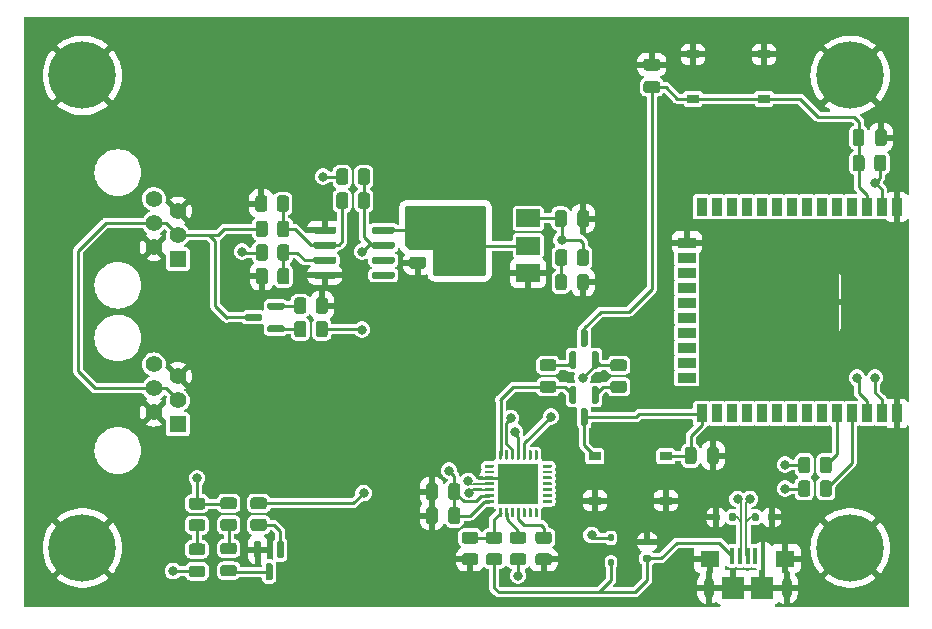
<source format=gbr>
G04 #@! TF.GenerationSoftware,KiCad,Pcbnew,7.0.2.1-36-g582732918d-dirty-deb11*
G04 #@! TF.CreationDate,2023-06-21T13:54:50+00:00*
G04 #@! TF.ProjectId,LocoBuffer,4c6f636f-4275-4666-9665-722e6b696361,rev?*
G04 #@! TF.SameCoordinates,Original*
G04 #@! TF.FileFunction,Copper,L1,Top*
G04 #@! TF.FilePolarity,Positive*
%FSLAX46Y46*%
G04 Gerber Fmt 4.6, Leading zero omitted, Abs format (unit mm)*
G04 Created by KiCad (PCBNEW 7.0.2.1-36-g582732918d-dirty-deb11) date 2023-06-21 13:54:50*
%MOMM*%
%LPD*%
G01*
G04 APERTURE LIST*
G04 #@! TA.AperFunction,ComponentPad*
%ADD10R,1.398000X1.398000*%
G04 #@! TD*
G04 #@! TA.AperFunction,ComponentPad*
%ADD11C,1.398000*%
G04 #@! TD*
G04 #@! TA.AperFunction,SMDPad,CuDef*
%ADD12R,1.000000X0.750000*%
G04 #@! TD*
G04 #@! TA.AperFunction,ComponentPad*
%ADD13C,5.700000*%
G04 #@! TD*
G04 #@! TA.AperFunction,SMDPad,CuDef*
%ADD14R,2.000000X1.500000*%
G04 #@! TD*
G04 #@! TA.AperFunction,SMDPad,CuDef*
%ADD15R,2.000000X3.800000*%
G04 #@! TD*
G04 #@! TA.AperFunction,SMDPad,CuDef*
%ADD16R,0.900000X1.500000*%
G04 #@! TD*
G04 #@! TA.AperFunction,SMDPad,CuDef*
%ADD17R,1.500000X0.900000*%
G04 #@! TD*
G04 #@! TA.AperFunction,SMDPad,CuDef*
%ADD18R,1.050000X1.050000*%
G04 #@! TD*
G04 #@! TA.AperFunction,HeatsinkPad*
%ADD19C,0.600000*%
G04 #@! TD*
G04 #@! TA.AperFunction,SMDPad,CuDef*
%ADD20R,4.200000X4.200000*%
G04 #@! TD*
G04 #@! TA.AperFunction,SMDPad,CuDef*
%ADD21R,3.350000X3.350000*%
G04 #@! TD*
G04 #@! TA.AperFunction,SMDPad,CuDef*
%ADD22R,0.400000X1.350000*%
G04 #@! TD*
G04 #@! TA.AperFunction,SMDPad,CuDef*
%ADD23R,1.600000X1.400000*%
G04 #@! TD*
G04 #@! TA.AperFunction,SMDPad,CuDef*
%ADD24R,1.900000X1.900000*%
G04 #@! TD*
G04 #@! TA.AperFunction,ComponentPad*
%ADD25O,0.900000X1.800000*%
G04 #@! TD*
G04 #@! TA.AperFunction,ViaPad*
%ADD26C,0.800000*%
G04 #@! TD*
G04 #@! TA.AperFunction,Conductor*
%ADD27C,0.250000*%
G04 #@! TD*
G04 #@! TA.AperFunction,Conductor*
%ADD28C,0.200000*%
G04 #@! TD*
G04 APERTURE END LIST*
G04 #@! TA.AperFunction,SMDPad,CuDef*
G36*
G01*
X45160250Y-117480000D02*
X44247750Y-117480000D01*
G75*
G02*
X44004000Y-117236250I0J243750D01*
G01*
X44004000Y-116748750D01*
G75*
G02*
X44247750Y-116505000I243750J0D01*
G01*
X45160250Y-116505000D01*
G75*
G02*
X45404000Y-116748750I0J-243750D01*
G01*
X45404000Y-117236250D01*
G75*
G02*
X45160250Y-117480000I-243750J0D01*
G01*
G37*
G04 #@! TD.AperFunction*
G04 #@! TA.AperFunction,SMDPad,CuDef*
G36*
G01*
X45160250Y-115605000D02*
X44247750Y-115605000D01*
G75*
G02*
X44004000Y-115361250I0J243750D01*
G01*
X44004000Y-114873750D01*
G75*
G02*
X44247750Y-114630000I243750J0D01*
G01*
X45160250Y-114630000D01*
G75*
G02*
X45404000Y-114873750I0J-243750D01*
G01*
X45404000Y-115361250D01*
G75*
G02*
X45160250Y-115605000I-243750J0D01*
G01*
G37*
G04 #@! TD.AperFunction*
D10*
X43080000Y-90540000D03*
D11*
X41050000Y-89524000D03*
X43080000Y-88508000D03*
X41048000Y-87492000D03*
X43080000Y-86476000D03*
X41050000Y-85460000D03*
D10*
X43080000Y-104540000D03*
D11*
X41050000Y-103524000D03*
X43080000Y-102508000D03*
X41048000Y-101492000D03*
X43080000Y-100476000D03*
X41050000Y-99460000D03*
G04 #@! TA.AperFunction,SMDPad,CuDef*
G36*
G01*
X49679800Y-90447800D02*
X49679800Y-89547800D01*
G75*
G02*
X49929800Y-89297800I250000J0D01*
G01*
X50454800Y-89297800D01*
G75*
G02*
X50704800Y-89547800I0J-250000D01*
G01*
X50704800Y-90447800D01*
G75*
G02*
X50454800Y-90697800I-250000J0D01*
G01*
X49929800Y-90697800D01*
G75*
G02*
X49679800Y-90447800I0J250000D01*
G01*
G37*
G04 #@! TD.AperFunction*
G04 #@! TA.AperFunction,SMDPad,CuDef*
G36*
G01*
X51504800Y-90447800D02*
X51504800Y-89547800D01*
G75*
G02*
X51754800Y-89297800I250000J0D01*
G01*
X52279800Y-89297800D01*
G75*
G02*
X52529800Y-89547800I0J-250000D01*
G01*
X52529800Y-90447800D01*
G75*
G02*
X52279800Y-90697800I-250000J0D01*
G01*
X51754800Y-90697800D01*
G75*
G02*
X51504800Y-90447800I0J250000D01*
G01*
G37*
G04 #@! TD.AperFunction*
G04 #@! TA.AperFunction,SMDPad,CuDef*
G36*
G01*
X52529800Y-91548800D02*
X52529800Y-92448800D01*
G75*
G02*
X52279800Y-92698800I-250000J0D01*
G01*
X51754800Y-92698800D01*
G75*
G02*
X51504800Y-92448800I0J250000D01*
G01*
X51504800Y-91548800D01*
G75*
G02*
X51754800Y-91298800I250000J0D01*
G01*
X52279800Y-91298800D01*
G75*
G02*
X52529800Y-91548800I0J-250000D01*
G01*
G37*
G04 #@! TD.AperFunction*
G04 #@! TA.AperFunction,SMDPad,CuDef*
G36*
G01*
X50704800Y-91548800D02*
X50704800Y-92448800D01*
G75*
G02*
X50454800Y-92698800I-250000J0D01*
G01*
X49929800Y-92698800D01*
G75*
G02*
X49679800Y-92448800I0J250000D01*
G01*
X49679800Y-91548800D01*
G75*
G02*
X49929800Y-91298800I250000J0D01*
G01*
X50454800Y-91298800D01*
G75*
G02*
X50704800Y-91548800I0J-250000D01*
G01*
G37*
G04 #@! TD.AperFunction*
G04 #@! TA.AperFunction,SMDPad,CuDef*
G36*
G01*
X59337000Y-83116000D02*
X59337000Y-84016000D01*
G75*
G02*
X59087000Y-84266000I-250000J0D01*
G01*
X58562000Y-84266000D01*
G75*
G02*
X58312000Y-84016000I0J250000D01*
G01*
X58312000Y-83116000D01*
G75*
G02*
X58562000Y-82866000I250000J0D01*
G01*
X59087000Y-82866000D01*
G75*
G02*
X59337000Y-83116000I0J-250000D01*
G01*
G37*
G04 #@! TD.AperFunction*
G04 #@! TA.AperFunction,SMDPad,CuDef*
G36*
G01*
X57512000Y-83116000D02*
X57512000Y-84016000D01*
G75*
G02*
X57262000Y-84266000I-250000J0D01*
G01*
X56737000Y-84266000D01*
G75*
G02*
X56487000Y-84016000I0J250000D01*
G01*
X56487000Y-83116000D01*
G75*
G02*
X56737000Y-82866000I250000J0D01*
G01*
X57262000Y-82866000D01*
G75*
G02*
X57512000Y-83116000I0J-250000D01*
G01*
G37*
G04 #@! TD.AperFunction*
G04 #@! TA.AperFunction,SMDPad,CuDef*
G36*
G01*
X49662500Y-88450000D02*
X49662500Y-87550000D01*
G75*
G02*
X49912500Y-87300000I250000J0D01*
G01*
X50437500Y-87300000D01*
G75*
G02*
X50687500Y-87550000I0J-250000D01*
G01*
X50687500Y-88450000D01*
G75*
G02*
X50437500Y-88700000I-250000J0D01*
G01*
X49912500Y-88700000D01*
G75*
G02*
X49662500Y-88450000I0J250000D01*
G01*
G37*
G04 #@! TD.AperFunction*
G04 #@! TA.AperFunction,SMDPad,CuDef*
G36*
G01*
X51487500Y-88450000D02*
X51487500Y-87550000D01*
G75*
G02*
X51737500Y-87300000I250000J0D01*
G01*
X52262500Y-87300000D01*
G75*
G02*
X52512500Y-87550000I0J-250000D01*
G01*
X52512500Y-88450000D01*
G75*
G02*
X52262500Y-88700000I-250000J0D01*
G01*
X51737500Y-88700000D01*
G75*
G02*
X51487500Y-88450000I0J250000D01*
G01*
G37*
G04 #@! TD.AperFunction*
G04 #@! TA.AperFunction,SMDPad,CuDef*
G36*
G01*
X52479000Y-85402000D02*
X52479000Y-86302000D01*
G75*
G02*
X52229000Y-86552000I-250000J0D01*
G01*
X51704000Y-86552000D01*
G75*
G02*
X51454000Y-86302000I0J250000D01*
G01*
X51454000Y-85402000D01*
G75*
G02*
X51704000Y-85152000I250000J0D01*
G01*
X52229000Y-85152000D01*
G75*
G02*
X52479000Y-85402000I0J-250000D01*
G01*
G37*
G04 #@! TD.AperFunction*
G04 #@! TA.AperFunction,SMDPad,CuDef*
G36*
G01*
X50654000Y-85402000D02*
X50654000Y-86302000D01*
G75*
G02*
X50404000Y-86552000I-250000J0D01*
G01*
X49879000Y-86552000D01*
G75*
G02*
X49629000Y-86302000I0J250000D01*
G01*
X49629000Y-85402000D01*
G75*
G02*
X49879000Y-85152000I250000J0D01*
G01*
X50404000Y-85152000D01*
G75*
G02*
X50654000Y-85402000I0J-250000D01*
G01*
G37*
G04 #@! TD.AperFunction*
G04 #@! TA.AperFunction,SMDPad,CuDef*
G36*
G01*
X45154000Y-113591500D02*
X44254000Y-113591500D01*
G75*
G02*
X44004000Y-113341500I0J250000D01*
G01*
X44004000Y-112816500D01*
G75*
G02*
X44254000Y-112566500I250000J0D01*
G01*
X45154000Y-112566500D01*
G75*
G02*
X45404000Y-112816500I0J-250000D01*
G01*
X45404000Y-113341500D01*
G75*
G02*
X45154000Y-113591500I-250000J0D01*
G01*
G37*
G04 #@! TD.AperFunction*
G04 #@! TA.AperFunction,SMDPad,CuDef*
G36*
G01*
X45154000Y-111766500D02*
X44254000Y-111766500D01*
G75*
G02*
X44004000Y-111516500I0J250000D01*
G01*
X44004000Y-110991500D01*
G75*
G02*
X44254000Y-110741500I250000J0D01*
G01*
X45154000Y-110741500D01*
G75*
G02*
X45404000Y-110991500I0J-250000D01*
G01*
X45404000Y-111516500D01*
G75*
G02*
X45154000Y-111766500I-250000J0D01*
G01*
G37*
G04 #@! TD.AperFunction*
G04 #@! TA.AperFunction,SMDPad,CuDef*
G36*
G01*
X59337500Y-85148000D02*
X59337500Y-86048000D01*
G75*
G02*
X59087500Y-86298000I-250000J0D01*
G01*
X58562500Y-86298000D01*
G75*
G02*
X58312500Y-86048000I0J250000D01*
G01*
X58312500Y-85148000D01*
G75*
G02*
X58562500Y-84898000I250000J0D01*
G01*
X59087500Y-84898000D01*
G75*
G02*
X59337500Y-85148000I0J-250000D01*
G01*
G37*
G04 #@! TD.AperFunction*
G04 #@! TA.AperFunction,SMDPad,CuDef*
G36*
G01*
X57512500Y-85148000D02*
X57512500Y-86048000D01*
G75*
G02*
X57262500Y-86298000I-250000J0D01*
G01*
X56737500Y-86298000D01*
G75*
G02*
X56487500Y-86048000I0J250000D01*
G01*
X56487500Y-85148000D01*
G75*
G02*
X56737500Y-84898000I250000J0D01*
G01*
X57262500Y-84898000D01*
G75*
G02*
X57512500Y-85148000I0J-250000D01*
G01*
G37*
G04 #@! TD.AperFunction*
G04 #@! TA.AperFunction,SMDPad,CuDef*
G36*
G01*
X47821000Y-113566000D02*
X46921000Y-113566000D01*
G75*
G02*
X46671000Y-113316000I0J250000D01*
G01*
X46671000Y-112791000D01*
G75*
G02*
X46921000Y-112541000I250000J0D01*
G01*
X47821000Y-112541000D01*
G75*
G02*
X48071000Y-112791000I0J-250000D01*
G01*
X48071000Y-113316000D01*
G75*
G02*
X47821000Y-113566000I-250000J0D01*
G01*
G37*
G04 #@! TD.AperFunction*
G04 #@! TA.AperFunction,SMDPad,CuDef*
G36*
G01*
X47821000Y-111741000D02*
X46921000Y-111741000D01*
G75*
G02*
X46671000Y-111491000I0J250000D01*
G01*
X46671000Y-110966000D01*
G75*
G02*
X46921000Y-110716000I250000J0D01*
G01*
X47821000Y-110716000D01*
G75*
G02*
X48071000Y-110966000I0J-250000D01*
G01*
X48071000Y-111491000D01*
G75*
G02*
X47821000Y-111741000I-250000J0D01*
G01*
G37*
G04 #@! TD.AperFunction*
G04 #@! TA.AperFunction,SMDPad,CuDef*
G36*
G01*
X49461000Y-110716000D02*
X50361000Y-110716000D01*
G75*
G02*
X50611000Y-110966000I0J-250000D01*
G01*
X50611000Y-111491000D01*
G75*
G02*
X50361000Y-111741000I-250000J0D01*
G01*
X49461000Y-111741000D01*
G75*
G02*
X49211000Y-111491000I0J250000D01*
G01*
X49211000Y-110966000D01*
G75*
G02*
X49461000Y-110716000I250000J0D01*
G01*
G37*
G04 #@! TD.AperFunction*
G04 #@! TA.AperFunction,SMDPad,CuDef*
G36*
G01*
X49461000Y-112541000D02*
X50361000Y-112541000D01*
G75*
G02*
X50611000Y-112791000I0J-250000D01*
G01*
X50611000Y-113316000D01*
G75*
G02*
X50361000Y-113566000I-250000J0D01*
G01*
X49461000Y-113566000D01*
G75*
G02*
X49211000Y-113316000I0J250000D01*
G01*
X49211000Y-112791000D01*
G75*
G02*
X49461000Y-112541000I250000J0D01*
G01*
G37*
G04 #@! TD.AperFunction*
G04 #@! TA.AperFunction,SMDPad,CuDef*
G36*
G01*
X55781000Y-94038000D02*
X55781000Y-94938000D01*
G75*
G02*
X55531000Y-95188000I-250000J0D01*
G01*
X55006000Y-95188000D01*
G75*
G02*
X54756000Y-94938000I0J250000D01*
G01*
X54756000Y-94038000D01*
G75*
G02*
X55006000Y-93788000I250000J0D01*
G01*
X55531000Y-93788000D01*
G75*
G02*
X55781000Y-94038000I0J-250000D01*
G01*
G37*
G04 #@! TD.AperFunction*
G04 #@! TA.AperFunction,SMDPad,CuDef*
G36*
G01*
X53956000Y-94038000D02*
X53956000Y-94938000D01*
G75*
G02*
X53706000Y-95188000I-250000J0D01*
G01*
X53181000Y-95188000D01*
G75*
G02*
X52931000Y-94938000I0J250000D01*
G01*
X52931000Y-94038000D01*
G75*
G02*
X53181000Y-93788000I250000J0D01*
G01*
X53706000Y-93788000D01*
G75*
G02*
X53956000Y-94038000I0J-250000D01*
G01*
G37*
G04 #@! TD.AperFunction*
G04 #@! TA.AperFunction,SMDPad,CuDef*
G36*
G01*
X55781000Y-96038000D02*
X55781000Y-96938000D01*
G75*
G02*
X55531000Y-97188000I-250000J0D01*
G01*
X55006000Y-97188000D01*
G75*
G02*
X54756000Y-96938000I0J250000D01*
G01*
X54756000Y-96038000D01*
G75*
G02*
X55006000Y-95788000I250000J0D01*
G01*
X55531000Y-95788000D01*
G75*
G02*
X55781000Y-96038000I0J-250000D01*
G01*
G37*
G04 #@! TD.AperFunction*
G04 #@! TA.AperFunction,SMDPad,CuDef*
G36*
G01*
X53956000Y-96038000D02*
X53956000Y-96938000D01*
G75*
G02*
X53706000Y-97188000I-250000J0D01*
G01*
X53181000Y-97188000D01*
G75*
G02*
X52931000Y-96938000I0J250000D01*
G01*
X52931000Y-96038000D01*
G75*
G02*
X53181000Y-95788000I250000J0D01*
G01*
X53706000Y-95788000D01*
G75*
G02*
X53956000Y-96038000I0J-250000D01*
G01*
G37*
G04 #@! TD.AperFunction*
D12*
X86710000Y-73212000D03*
X92710000Y-73212000D03*
X86710000Y-76962000D03*
X92710000Y-76962000D03*
G04 #@! TA.AperFunction,SMDPad,CuDef*
G36*
G01*
X54550000Y-88245000D02*
X54550000Y-87945000D01*
G75*
G02*
X54700000Y-87795000I150000J0D01*
G01*
X56350000Y-87795000D01*
G75*
G02*
X56500000Y-87945000I0J-150000D01*
G01*
X56500000Y-88245000D01*
G75*
G02*
X56350000Y-88395000I-150000J0D01*
G01*
X54700000Y-88395000D01*
G75*
G02*
X54550000Y-88245000I0J150000D01*
G01*
G37*
G04 #@! TD.AperFunction*
G04 #@! TA.AperFunction,SMDPad,CuDef*
G36*
G01*
X54550000Y-89515000D02*
X54550000Y-89215000D01*
G75*
G02*
X54700000Y-89065000I150000J0D01*
G01*
X56350000Y-89065000D01*
G75*
G02*
X56500000Y-89215000I0J-150000D01*
G01*
X56500000Y-89515000D01*
G75*
G02*
X56350000Y-89665000I-150000J0D01*
G01*
X54700000Y-89665000D01*
G75*
G02*
X54550000Y-89515000I0J150000D01*
G01*
G37*
G04 #@! TD.AperFunction*
G04 #@! TA.AperFunction,SMDPad,CuDef*
G36*
G01*
X54550000Y-90785000D02*
X54550000Y-90485000D01*
G75*
G02*
X54700000Y-90335000I150000J0D01*
G01*
X56350000Y-90335000D01*
G75*
G02*
X56500000Y-90485000I0J-150000D01*
G01*
X56500000Y-90785000D01*
G75*
G02*
X56350000Y-90935000I-150000J0D01*
G01*
X54700000Y-90935000D01*
G75*
G02*
X54550000Y-90785000I0J150000D01*
G01*
G37*
G04 #@! TD.AperFunction*
G04 #@! TA.AperFunction,SMDPad,CuDef*
G36*
G01*
X54550000Y-92055000D02*
X54550000Y-91755000D01*
G75*
G02*
X54700000Y-91605000I150000J0D01*
G01*
X56350000Y-91605000D01*
G75*
G02*
X56500000Y-91755000I0J-150000D01*
G01*
X56500000Y-92055000D01*
G75*
G02*
X56350000Y-92205000I-150000J0D01*
G01*
X54700000Y-92205000D01*
G75*
G02*
X54550000Y-92055000I0J150000D01*
G01*
G37*
G04 #@! TD.AperFunction*
G04 #@! TA.AperFunction,SMDPad,CuDef*
G36*
G01*
X59500000Y-92055000D02*
X59500000Y-91755000D01*
G75*
G02*
X59650000Y-91605000I150000J0D01*
G01*
X61300000Y-91605000D01*
G75*
G02*
X61450000Y-91755000I0J-150000D01*
G01*
X61450000Y-92055000D01*
G75*
G02*
X61300000Y-92205000I-150000J0D01*
G01*
X59650000Y-92205000D01*
G75*
G02*
X59500000Y-92055000I0J150000D01*
G01*
G37*
G04 #@! TD.AperFunction*
G04 #@! TA.AperFunction,SMDPad,CuDef*
G36*
G01*
X59500000Y-90785000D02*
X59500000Y-90485000D01*
G75*
G02*
X59650000Y-90335000I150000J0D01*
G01*
X61300000Y-90335000D01*
G75*
G02*
X61450000Y-90485000I0J-150000D01*
G01*
X61450000Y-90785000D01*
G75*
G02*
X61300000Y-90935000I-150000J0D01*
G01*
X59650000Y-90935000D01*
G75*
G02*
X59500000Y-90785000I0J150000D01*
G01*
G37*
G04 #@! TD.AperFunction*
G04 #@! TA.AperFunction,SMDPad,CuDef*
G36*
G01*
X59500000Y-89515000D02*
X59500000Y-89215000D01*
G75*
G02*
X59650000Y-89065000I150000J0D01*
G01*
X61300000Y-89065000D01*
G75*
G02*
X61450000Y-89215000I0J-150000D01*
G01*
X61450000Y-89515000D01*
G75*
G02*
X61300000Y-89665000I-150000J0D01*
G01*
X59650000Y-89665000D01*
G75*
G02*
X59500000Y-89515000I0J150000D01*
G01*
G37*
G04 #@! TD.AperFunction*
G04 #@! TA.AperFunction,SMDPad,CuDef*
G36*
G01*
X59500000Y-88245000D02*
X59500000Y-87945000D01*
G75*
G02*
X59650000Y-87795000I150000J0D01*
G01*
X61300000Y-87795000D01*
G75*
G02*
X61450000Y-87945000I0J-150000D01*
G01*
X61450000Y-88245000D01*
G75*
G02*
X61300000Y-88395000I-150000J0D01*
G01*
X59650000Y-88395000D01*
G75*
G02*
X59500000Y-88245000I0J150000D01*
G01*
G37*
G04 #@! TD.AperFunction*
D13*
X35000000Y-75000000D03*
X35000000Y-115000000D03*
X100000000Y-115000000D03*
X100000000Y-75000000D03*
G04 #@! TA.AperFunction,SMDPad,CuDef*
G36*
G01*
X47827250Y-117424500D02*
X46914750Y-117424500D01*
G75*
G02*
X46671000Y-117180750I0J243750D01*
G01*
X46671000Y-116693250D01*
G75*
G02*
X46914750Y-116449500I243750J0D01*
G01*
X47827250Y-116449500D01*
G75*
G02*
X48071000Y-116693250I0J-243750D01*
G01*
X48071000Y-117180750D01*
G75*
G02*
X47827250Y-117424500I-243750J0D01*
G01*
G37*
G04 #@! TD.AperFunction*
G04 #@! TA.AperFunction,SMDPad,CuDef*
G36*
G01*
X47827250Y-115549500D02*
X46914750Y-115549500D01*
G75*
G02*
X46671000Y-115305750I0J243750D01*
G01*
X46671000Y-114818250D01*
G75*
G02*
X46914750Y-114574500I243750J0D01*
G01*
X47827250Y-114574500D01*
G75*
G02*
X48071000Y-114818250I0J-243750D01*
G01*
X48071000Y-115305750D01*
G75*
G02*
X47827250Y-115549500I-243750J0D01*
G01*
G37*
G04 #@! TD.AperFunction*
G04 #@! TA.AperFunction,SMDPad,CuDef*
G36*
G01*
X51600000Y-114403000D02*
X51900000Y-114403000D01*
G75*
G02*
X52050000Y-114553000I0J-150000D01*
G01*
X52050000Y-115728000D01*
G75*
G02*
X51900000Y-115878000I-150000J0D01*
G01*
X51600000Y-115878000D01*
G75*
G02*
X51450000Y-115728000I0J150000D01*
G01*
X51450000Y-114553000D01*
G75*
G02*
X51600000Y-114403000I150000J0D01*
G01*
G37*
G04 #@! TD.AperFunction*
G04 #@! TA.AperFunction,SMDPad,CuDef*
G36*
G01*
X49700000Y-114403000D02*
X50000000Y-114403000D01*
G75*
G02*
X50150000Y-114553000I0J-150000D01*
G01*
X50150000Y-115728000D01*
G75*
G02*
X50000000Y-115878000I-150000J0D01*
G01*
X49700000Y-115878000D01*
G75*
G02*
X49550000Y-115728000I0J150000D01*
G01*
X49550000Y-114553000D01*
G75*
G02*
X49700000Y-114403000I150000J0D01*
G01*
G37*
G04 #@! TD.AperFunction*
G04 #@! TA.AperFunction,SMDPad,CuDef*
G36*
G01*
X50650000Y-116278000D02*
X50950000Y-116278000D01*
G75*
G02*
X51100000Y-116428000I0J-150000D01*
G01*
X51100000Y-117603000D01*
G75*
G02*
X50950000Y-117753000I-150000J0D01*
G01*
X50650000Y-117753000D01*
G75*
G02*
X50500000Y-117603000I0J150000D01*
G01*
X50500000Y-116428000D01*
G75*
G02*
X50650000Y-116278000I150000J0D01*
G01*
G37*
G04 #@! TD.AperFunction*
G04 #@! TA.AperFunction,SMDPad,CuDef*
G36*
G01*
X52118500Y-96288000D02*
X52118500Y-96588000D01*
G75*
G02*
X51968500Y-96738000I-150000J0D01*
G01*
X50793500Y-96738000D01*
G75*
G02*
X50643500Y-96588000I0J150000D01*
G01*
X50643500Y-96288000D01*
G75*
G02*
X50793500Y-96138000I150000J0D01*
G01*
X51968500Y-96138000D01*
G75*
G02*
X52118500Y-96288000I0J-150000D01*
G01*
G37*
G04 #@! TD.AperFunction*
G04 #@! TA.AperFunction,SMDPad,CuDef*
G36*
G01*
X52118500Y-94388000D02*
X52118500Y-94688000D01*
G75*
G02*
X51968500Y-94838000I-150000J0D01*
G01*
X50793500Y-94838000D01*
G75*
G02*
X50643500Y-94688000I0J150000D01*
G01*
X50643500Y-94388000D01*
G75*
G02*
X50793500Y-94238000I150000J0D01*
G01*
X51968500Y-94238000D01*
G75*
G02*
X52118500Y-94388000I0J-150000D01*
G01*
G37*
G04 #@! TD.AperFunction*
G04 #@! TA.AperFunction,SMDPad,CuDef*
G36*
G01*
X50243500Y-95338000D02*
X50243500Y-95638000D01*
G75*
G02*
X50093500Y-95788000I-150000J0D01*
G01*
X48918500Y-95788000D01*
G75*
G02*
X48768500Y-95638000I0J150000D01*
G01*
X48768500Y-95338000D01*
G75*
G02*
X48918500Y-95188000I150000J0D01*
G01*
X50093500Y-95188000D01*
G75*
G02*
X50243500Y-95338000I0J-150000D01*
G01*
G37*
G04 #@! TD.AperFunction*
D14*
X72746000Y-91708000D03*
X72746000Y-89408000D03*
D15*
X66446000Y-89408000D03*
D14*
X72746000Y-87108000D03*
G04 #@! TA.AperFunction,SMDPad,CuDef*
G36*
G01*
X77879000Y-89974000D02*
X77879000Y-90874000D01*
G75*
G02*
X77629000Y-91124000I-250000J0D01*
G01*
X77104000Y-91124000D01*
G75*
G02*
X76854000Y-90874000I0J250000D01*
G01*
X76854000Y-89974000D01*
G75*
G02*
X77104000Y-89724000I250000J0D01*
G01*
X77629000Y-89724000D01*
G75*
G02*
X77879000Y-89974000I0J-250000D01*
G01*
G37*
G04 #@! TD.AperFunction*
G04 #@! TA.AperFunction,SMDPad,CuDef*
G36*
G01*
X76054000Y-89974000D02*
X76054000Y-90874000D01*
G75*
G02*
X75804000Y-91124000I-250000J0D01*
G01*
X75279000Y-91124000D01*
G75*
G02*
X75029000Y-90874000I0J250000D01*
G01*
X75029000Y-89974000D01*
G75*
G02*
X75279000Y-89724000I250000J0D01*
G01*
X75804000Y-89724000D01*
G75*
G02*
X76054000Y-89974000I0J-250000D01*
G01*
G37*
G04 #@! TD.AperFunction*
G04 #@! TA.AperFunction,SMDPad,CuDef*
G36*
G01*
X75004000Y-87597000D02*
X75004000Y-86647000D01*
G75*
G02*
X75254000Y-86397000I250000J0D01*
G01*
X75754000Y-86397000D01*
G75*
G02*
X76004000Y-86647000I0J-250000D01*
G01*
X76004000Y-87597000D01*
G75*
G02*
X75754000Y-87847000I-250000J0D01*
G01*
X75254000Y-87847000D01*
G75*
G02*
X75004000Y-87597000I0J250000D01*
G01*
G37*
G04 #@! TD.AperFunction*
G04 #@! TA.AperFunction,SMDPad,CuDef*
G36*
G01*
X76904000Y-87597000D02*
X76904000Y-86647000D01*
G75*
G02*
X77154000Y-86397000I250000J0D01*
G01*
X77654000Y-86397000D01*
G75*
G02*
X77904000Y-86647000I0J-250000D01*
G01*
X77904000Y-87597000D01*
G75*
G02*
X77654000Y-87847000I-250000J0D01*
G01*
X77154000Y-87847000D01*
G75*
G02*
X76904000Y-87597000I0J250000D01*
G01*
G37*
G04 #@! TD.AperFunction*
G04 #@! TA.AperFunction,SMDPad,CuDef*
G36*
G01*
X98453000Y-109532000D02*
X98453000Y-110432000D01*
G75*
G02*
X98203000Y-110682000I-250000J0D01*
G01*
X97678000Y-110682000D01*
G75*
G02*
X97428000Y-110432000I0J250000D01*
G01*
X97428000Y-109532000D01*
G75*
G02*
X97678000Y-109282000I250000J0D01*
G01*
X98203000Y-109282000D01*
G75*
G02*
X98453000Y-109532000I0J-250000D01*
G01*
G37*
G04 #@! TD.AperFunction*
G04 #@! TA.AperFunction,SMDPad,CuDef*
G36*
G01*
X96628000Y-109532000D02*
X96628000Y-110432000D01*
G75*
G02*
X96378000Y-110682000I-250000J0D01*
G01*
X95853000Y-110682000D01*
G75*
G02*
X95603000Y-110432000I0J250000D01*
G01*
X95603000Y-109532000D01*
G75*
G02*
X95853000Y-109282000I250000J0D01*
G01*
X96378000Y-109282000D01*
G75*
G02*
X96628000Y-109532000I0J-250000D01*
G01*
G37*
G04 #@! TD.AperFunction*
G04 #@! TA.AperFunction,SMDPad,CuDef*
G36*
G01*
X78270000Y-101322000D02*
X78570000Y-101322000D01*
G75*
G02*
X78720000Y-101472000I0J-150000D01*
G01*
X78720000Y-102647000D01*
G75*
G02*
X78570000Y-102797000I-150000J0D01*
G01*
X78270000Y-102797000D01*
G75*
G02*
X78120000Y-102647000I0J150000D01*
G01*
X78120000Y-101472000D01*
G75*
G02*
X78270000Y-101322000I150000J0D01*
G01*
G37*
G04 #@! TD.AperFunction*
G04 #@! TA.AperFunction,SMDPad,CuDef*
G36*
G01*
X76370000Y-101322000D02*
X76670000Y-101322000D01*
G75*
G02*
X76820000Y-101472000I0J-150000D01*
G01*
X76820000Y-102647000D01*
G75*
G02*
X76670000Y-102797000I-150000J0D01*
G01*
X76370000Y-102797000D01*
G75*
G02*
X76220000Y-102647000I0J150000D01*
G01*
X76220000Y-101472000D01*
G75*
G02*
X76370000Y-101322000I150000J0D01*
G01*
G37*
G04 #@! TD.AperFunction*
G04 #@! TA.AperFunction,SMDPad,CuDef*
G36*
G01*
X77320000Y-103197000D02*
X77620000Y-103197000D01*
G75*
G02*
X77770000Y-103347000I0J-150000D01*
G01*
X77770000Y-104522000D01*
G75*
G02*
X77620000Y-104672000I-150000J0D01*
G01*
X77320000Y-104672000D01*
G75*
G02*
X77170000Y-104522000I0J150000D01*
G01*
X77170000Y-103347000D01*
G75*
G02*
X77320000Y-103197000I150000J0D01*
G01*
G37*
G04 #@! TD.AperFunction*
G04 #@! TA.AperFunction,SMDPad,CuDef*
G36*
G01*
X82735000Y-73587000D02*
X83685000Y-73587000D01*
G75*
G02*
X83935000Y-73837000I0J-250000D01*
G01*
X83935000Y-74337000D01*
G75*
G02*
X83685000Y-74587000I-250000J0D01*
G01*
X82735000Y-74587000D01*
G75*
G02*
X82485000Y-74337000I0J250000D01*
G01*
X82485000Y-73837000D01*
G75*
G02*
X82735000Y-73587000I250000J0D01*
G01*
G37*
G04 #@! TD.AperFunction*
G04 #@! TA.AperFunction,SMDPad,CuDef*
G36*
G01*
X82735000Y-75487000D02*
X83685000Y-75487000D01*
G75*
G02*
X83935000Y-75737000I0J-250000D01*
G01*
X83935000Y-76237000D01*
G75*
G02*
X83685000Y-76487000I-250000J0D01*
G01*
X82735000Y-76487000D01*
G75*
G02*
X82485000Y-76237000I0J250000D01*
G01*
X82485000Y-75737000D01*
G75*
G02*
X82735000Y-75487000I250000J0D01*
G01*
G37*
G04 #@! TD.AperFunction*
G04 #@! TA.AperFunction,SMDPad,CuDef*
G36*
G01*
X73972000Y-99032000D02*
X74872000Y-99032000D01*
G75*
G02*
X75122000Y-99282000I0J-250000D01*
G01*
X75122000Y-99807000D01*
G75*
G02*
X74872000Y-100057000I-250000J0D01*
G01*
X73972000Y-100057000D01*
G75*
G02*
X73722000Y-99807000I0J250000D01*
G01*
X73722000Y-99282000D01*
G75*
G02*
X73972000Y-99032000I250000J0D01*
G01*
G37*
G04 #@! TD.AperFunction*
G04 #@! TA.AperFunction,SMDPad,CuDef*
G36*
G01*
X73972000Y-100857000D02*
X74872000Y-100857000D01*
G75*
G02*
X75122000Y-101107000I0J-250000D01*
G01*
X75122000Y-101632000D01*
G75*
G02*
X74872000Y-101882000I-250000J0D01*
G01*
X73972000Y-101882000D01*
G75*
G02*
X73722000Y-101632000I0J250000D01*
G01*
X73722000Y-101107000D01*
G75*
G02*
X73972000Y-100857000I250000J0D01*
G01*
G37*
G04 #@! TD.AperFunction*
G04 #@! TA.AperFunction,SMDPad,CuDef*
G36*
G01*
X69400000Y-113637000D02*
X70300000Y-113637000D01*
G75*
G02*
X70550000Y-113887000I0J-250000D01*
G01*
X70550000Y-114412000D01*
G75*
G02*
X70300000Y-114662000I-250000J0D01*
G01*
X69400000Y-114662000D01*
G75*
G02*
X69150000Y-114412000I0J250000D01*
G01*
X69150000Y-113887000D01*
G75*
G02*
X69400000Y-113637000I250000J0D01*
G01*
G37*
G04 #@! TD.AperFunction*
G04 #@! TA.AperFunction,SMDPad,CuDef*
G36*
G01*
X69400000Y-115462000D02*
X70300000Y-115462000D01*
G75*
G02*
X70550000Y-115712000I0J-250000D01*
G01*
X70550000Y-116237000D01*
G75*
G02*
X70300000Y-116487000I-250000J0D01*
G01*
X69400000Y-116487000D01*
G75*
G02*
X69150000Y-116237000I0J250000D01*
G01*
X69150000Y-115712000D01*
G75*
G02*
X69400000Y-115462000I250000J0D01*
G01*
G37*
G04 #@! TD.AperFunction*
G04 #@! TA.AperFunction,SMDPad,CuDef*
G36*
G01*
X74491000Y-116487000D02*
X73591000Y-116487000D01*
G75*
G02*
X73341000Y-116237000I0J250000D01*
G01*
X73341000Y-115712000D01*
G75*
G02*
X73591000Y-115462000I250000J0D01*
G01*
X74491000Y-115462000D01*
G75*
G02*
X74741000Y-115712000I0J-250000D01*
G01*
X74741000Y-116237000D01*
G75*
G02*
X74491000Y-116487000I-250000J0D01*
G01*
G37*
G04 #@! TD.AperFunction*
G04 #@! TA.AperFunction,SMDPad,CuDef*
G36*
G01*
X74491000Y-114662000D02*
X73591000Y-114662000D01*
G75*
G02*
X73341000Y-114412000I0J250000D01*
G01*
X73341000Y-113887000D01*
G75*
G02*
X73591000Y-113637000I250000J0D01*
G01*
X74491000Y-113637000D01*
G75*
G02*
X74741000Y-113887000I0J-250000D01*
G01*
X74741000Y-114412000D01*
G75*
G02*
X74491000Y-114662000I-250000J0D01*
G01*
G37*
G04 #@! TD.AperFunction*
G04 #@! TA.AperFunction,SMDPad,CuDef*
G36*
G01*
X62898000Y-88466000D02*
X63848000Y-88466000D01*
G75*
G02*
X64098000Y-88716000I0J-250000D01*
G01*
X64098000Y-89216000D01*
G75*
G02*
X63848000Y-89466000I-250000J0D01*
G01*
X62898000Y-89466000D01*
G75*
G02*
X62648000Y-89216000I0J250000D01*
G01*
X62648000Y-88716000D01*
G75*
G02*
X62898000Y-88466000I250000J0D01*
G01*
G37*
G04 #@! TD.AperFunction*
G04 #@! TA.AperFunction,SMDPad,CuDef*
G36*
G01*
X62898000Y-90366000D02*
X63848000Y-90366000D01*
G75*
G02*
X64098000Y-90616000I0J-250000D01*
G01*
X64098000Y-91116000D01*
G75*
G02*
X63848000Y-91366000I-250000J0D01*
G01*
X62898000Y-91366000D01*
G75*
G02*
X62648000Y-91116000I0J250000D01*
G01*
X62648000Y-90616000D01*
G75*
G02*
X62898000Y-90366000I250000J0D01*
G01*
G37*
G04 #@! TD.AperFunction*
D16*
X103926000Y-86119000D03*
X102656000Y-86119000D03*
X101386000Y-86119000D03*
X100116000Y-86119000D03*
X98846000Y-86119000D03*
X97576000Y-86119000D03*
X96306000Y-86119000D03*
X95036000Y-86119000D03*
X93766000Y-86119000D03*
X92496000Y-86119000D03*
X91226000Y-86119000D03*
X89956000Y-86119000D03*
X88686000Y-86119000D03*
X87416000Y-86119000D03*
D17*
X86166000Y-89159000D03*
X86166000Y-90429000D03*
X86166000Y-91699000D03*
X86166000Y-92969000D03*
X86166000Y-94239000D03*
X86166000Y-95509000D03*
X86166000Y-96779000D03*
X86166000Y-98049000D03*
X86166000Y-99319000D03*
X86166000Y-100589000D03*
D16*
X87416000Y-103619000D03*
X88686000Y-103619000D03*
X89956000Y-103619000D03*
X91226000Y-103619000D03*
X92496000Y-103619000D03*
X93766000Y-103619000D03*
X95036000Y-103619000D03*
X96306000Y-103619000D03*
X97576000Y-103619000D03*
X98846000Y-103619000D03*
X100116000Y-103619000D03*
X101386000Y-103619000D03*
X102656000Y-103619000D03*
X103926000Y-103619000D03*
D18*
X98111000Y-92664000D03*
D19*
X97348500Y-92664000D03*
D18*
X96586000Y-92664000D03*
D19*
X95823500Y-92664000D03*
D18*
X95061000Y-92664000D03*
D19*
X98111000Y-93426500D03*
X96586000Y-93426500D03*
X95061000Y-93426500D03*
D18*
X98111000Y-94189000D03*
D19*
X97348500Y-94189000D03*
D18*
X96586000Y-94189000D03*
D20*
X96586000Y-94189000D03*
D19*
X95823500Y-94189000D03*
D18*
X95061000Y-94189000D03*
D19*
X98111000Y-94951500D03*
X96586000Y-94951500D03*
X95061000Y-94951500D03*
D18*
X98111000Y-95714000D03*
D19*
X97348500Y-95714000D03*
D18*
X96586000Y-95714000D03*
D19*
X95823500Y-95714000D03*
D18*
X95061000Y-95714000D03*
G04 #@! TA.AperFunction,SMDPad,CuDef*
G36*
G01*
X95603000Y-108450000D02*
X95603000Y-107550000D01*
G75*
G02*
X95853000Y-107300000I250000J0D01*
G01*
X96378000Y-107300000D01*
G75*
G02*
X96628000Y-107550000I0J-250000D01*
G01*
X96628000Y-108450000D01*
G75*
G02*
X96378000Y-108700000I-250000J0D01*
G01*
X95853000Y-108700000D01*
G75*
G02*
X95603000Y-108450000I0J250000D01*
G01*
G37*
G04 #@! TD.AperFunction*
G04 #@! TA.AperFunction,SMDPad,CuDef*
G36*
G01*
X97428000Y-108450000D02*
X97428000Y-107550000D01*
G75*
G02*
X97678000Y-107300000I250000J0D01*
G01*
X98203000Y-107300000D01*
G75*
G02*
X98453000Y-107550000I0J-250000D01*
G01*
X98453000Y-108450000D01*
G75*
G02*
X98203000Y-108700000I-250000J0D01*
G01*
X97678000Y-108700000D01*
G75*
G02*
X97428000Y-108450000I0J250000D01*
G01*
G37*
G04 #@! TD.AperFunction*
G04 #@! TA.AperFunction,SMDPad,CuDef*
G36*
G01*
X68268000Y-116487000D02*
X67368000Y-116487000D01*
G75*
G02*
X67118000Y-116237000I0J250000D01*
G01*
X67118000Y-115712000D01*
G75*
G02*
X67368000Y-115462000I250000J0D01*
G01*
X68268000Y-115462000D01*
G75*
G02*
X68518000Y-115712000I0J-250000D01*
G01*
X68518000Y-116237000D01*
G75*
G02*
X68268000Y-116487000I-250000J0D01*
G01*
G37*
G04 #@! TD.AperFunction*
G04 #@! TA.AperFunction,SMDPad,CuDef*
G36*
G01*
X68268000Y-114662000D02*
X67368000Y-114662000D01*
G75*
G02*
X67118000Y-114412000I0J250000D01*
G01*
X67118000Y-113887000D01*
G75*
G02*
X67368000Y-113637000I250000J0D01*
G01*
X68268000Y-113637000D01*
G75*
G02*
X68518000Y-113887000I0J-250000D01*
G01*
X68518000Y-114412000D01*
G75*
G02*
X68268000Y-114662000I-250000J0D01*
G01*
G37*
G04 #@! TD.AperFunction*
G04 #@! TA.AperFunction,SMDPad,CuDef*
G36*
G01*
X76670000Y-99846000D02*
X76370000Y-99846000D01*
G75*
G02*
X76220000Y-99696000I0J150000D01*
G01*
X76220000Y-98521000D01*
G75*
G02*
X76370000Y-98371000I150000J0D01*
G01*
X76670000Y-98371000D01*
G75*
G02*
X76820000Y-98521000I0J-150000D01*
G01*
X76820000Y-99696000D01*
G75*
G02*
X76670000Y-99846000I-150000J0D01*
G01*
G37*
G04 #@! TD.AperFunction*
G04 #@! TA.AperFunction,SMDPad,CuDef*
G36*
G01*
X78570000Y-99846000D02*
X78270000Y-99846000D01*
G75*
G02*
X78120000Y-99696000I0J150000D01*
G01*
X78120000Y-98521000D01*
G75*
G02*
X78270000Y-98371000I150000J0D01*
G01*
X78570000Y-98371000D01*
G75*
G02*
X78720000Y-98521000I0J-150000D01*
G01*
X78720000Y-99696000D01*
G75*
G02*
X78570000Y-99846000I-150000J0D01*
G01*
G37*
G04 #@! TD.AperFunction*
G04 #@! TA.AperFunction,SMDPad,CuDef*
G36*
G01*
X77620000Y-97971000D02*
X77320000Y-97971000D01*
G75*
G02*
X77170000Y-97821000I0J150000D01*
G01*
X77170000Y-96646000D01*
G75*
G02*
X77320000Y-96496000I150000J0D01*
G01*
X77620000Y-96496000D01*
G75*
G02*
X77770000Y-96646000I0J-150000D01*
G01*
X77770000Y-97821000D01*
G75*
G02*
X77620000Y-97971000I-150000J0D01*
G01*
G37*
G04 #@! TD.AperFunction*
G04 #@! TA.AperFunction,SMDPad,CuDef*
G36*
G01*
X69055000Y-108140500D02*
X69055000Y-108015500D01*
G75*
G02*
X69117500Y-107953000I62500J0D01*
G01*
X69792500Y-107953000D01*
G75*
G02*
X69855000Y-108015500I0J-62500D01*
G01*
X69855000Y-108140500D01*
G75*
G02*
X69792500Y-108203000I-62500J0D01*
G01*
X69117500Y-108203000D01*
G75*
G02*
X69055000Y-108140500I0J62500D01*
G01*
G37*
G04 #@! TD.AperFunction*
G04 #@! TA.AperFunction,SMDPad,CuDef*
G36*
G01*
X69055000Y-108640500D02*
X69055000Y-108515500D01*
G75*
G02*
X69117500Y-108453000I62500J0D01*
G01*
X69792500Y-108453000D01*
G75*
G02*
X69855000Y-108515500I0J-62500D01*
G01*
X69855000Y-108640500D01*
G75*
G02*
X69792500Y-108703000I-62500J0D01*
G01*
X69117500Y-108703000D01*
G75*
G02*
X69055000Y-108640500I0J62500D01*
G01*
G37*
G04 #@! TD.AperFunction*
G04 #@! TA.AperFunction,SMDPad,CuDef*
G36*
G01*
X69055000Y-109140500D02*
X69055000Y-109015500D01*
G75*
G02*
X69117500Y-108953000I62500J0D01*
G01*
X69792500Y-108953000D01*
G75*
G02*
X69855000Y-109015500I0J-62500D01*
G01*
X69855000Y-109140500D01*
G75*
G02*
X69792500Y-109203000I-62500J0D01*
G01*
X69117500Y-109203000D01*
G75*
G02*
X69055000Y-109140500I0J62500D01*
G01*
G37*
G04 #@! TD.AperFunction*
G04 #@! TA.AperFunction,SMDPad,CuDef*
G36*
G01*
X69055000Y-109640500D02*
X69055000Y-109515500D01*
G75*
G02*
X69117500Y-109453000I62500J0D01*
G01*
X69792500Y-109453000D01*
G75*
G02*
X69855000Y-109515500I0J-62500D01*
G01*
X69855000Y-109640500D01*
G75*
G02*
X69792500Y-109703000I-62500J0D01*
G01*
X69117500Y-109703000D01*
G75*
G02*
X69055000Y-109640500I0J62500D01*
G01*
G37*
G04 #@! TD.AperFunction*
G04 #@! TA.AperFunction,SMDPad,CuDef*
G36*
G01*
X69055000Y-110140500D02*
X69055000Y-110015500D01*
G75*
G02*
X69117500Y-109953000I62500J0D01*
G01*
X69792500Y-109953000D01*
G75*
G02*
X69855000Y-110015500I0J-62500D01*
G01*
X69855000Y-110140500D01*
G75*
G02*
X69792500Y-110203000I-62500J0D01*
G01*
X69117500Y-110203000D01*
G75*
G02*
X69055000Y-110140500I0J62500D01*
G01*
G37*
G04 #@! TD.AperFunction*
G04 #@! TA.AperFunction,SMDPad,CuDef*
G36*
G01*
X69055000Y-110640500D02*
X69055000Y-110515500D01*
G75*
G02*
X69117500Y-110453000I62500J0D01*
G01*
X69792500Y-110453000D01*
G75*
G02*
X69855000Y-110515500I0J-62500D01*
G01*
X69855000Y-110640500D01*
G75*
G02*
X69792500Y-110703000I-62500J0D01*
G01*
X69117500Y-110703000D01*
G75*
G02*
X69055000Y-110640500I0J62500D01*
G01*
G37*
G04 #@! TD.AperFunction*
G04 #@! TA.AperFunction,SMDPad,CuDef*
G36*
G01*
X69055000Y-111140500D02*
X69055000Y-111015500D01*
G75*
G02*
X69117500Y-110953000I62500J0D01*
G01*
X69792500Y-110953000D01*
G75*
G02*
X69855000Y-111015500I0J-62500D01*
G01*
X69855000Y-111140500D01*
G75*
G02*
X69792500Y-111203000I-62500J0D01*
G01*
X69117500Y-111203000D01*
G75*
G02*
X69055000Y-111140500I0J62500D01*
G01*
G37*
G04 #@! TD.AperFunction*
G04 #@! TA.AperFunction,SMDPad,CuDef*
G36*
G01*
X70280000Y-112365500D02*
X70280000Y-111690500D01*
G75*
G02*
X70342500Y-111628000I62500J0D01*
G01*
X70467500Y-111628000D01*
G75*
G02*
X70530000Y-111690500I0J-62500D01*
G01*
X70530000Y-112365500D01*
G75*
G02*
X70467500Y-112428000I-62500J0D01*
G01*
X70342500Y-112428000D01*
G75*
G02*
X70280000Y-112365500I0J62500D01*
G01*
G37*
G04 #@! TD.AperFunction*
G04 #@! TA.AperFunction,SMDPad,CuDef*
G36*
G01*
X70780000Y-112365500D02*
X70780000Y-111690500D01*
G75*
G02*
X70842500Y-111628000I62500J0D01*
G01*
X70967500Y-111628000D01*
G75*
G02*
X71030000Y-111690500I0J-62500D01*
G01*
X71030000Y-112365500D01*
G75*
G02*
X70967500Y-112428000I-62500J0D01*
G01*
X70842500Y-112428000D01*
G75*
G02*
X70780000Y-112365500I0J62500D01*
G01*
G37*
G04 #@! TD.AperFunction*
G04 #@! TA.AperFunction,SMDPad,CuDef*
G36*
G01*
X71280000Y-112365500D02*
X71280000Y-111690500D01*
G75*
G02*
X71342500Y-111628000I62500J0D01*
G01*
X71467500Y-111628000D01*
G75*
G02*
X71530000Y-111690500I0J-62500D01*
G01*
X71530000Y-112365500D01*
G75*
G02*
X71467500Y-112428000I-62500J0D01*
G01*
X71342500Y-112428000D01*
G75*
G02*
X71280000Y-112365500I0J62500D01*
G01*
G37*
G04 #@! TD.AperFunction*
G04 #@! TA.AperFunction,SMDPad,CuDef*
G36*
G01*
X71780000Y-112365500D02*
X71780000Y-111690500D01*
G75*
G02*
X71842500Y-111628000I62500J0D01*
G01*
X71967500Y-111628000D01*
G75*
G02*
X72030000Y-111690500I0J-62500D01*
G01*
X72030000Y-112365500D01*
G75*
G02*
X71967500Y-112428000I-62500J0D01*
G01*
X71842500Y-112428000D01*
G75*
G02*
X71780000Y-112365500I0J62500D01*
G01*
G37*
G04 #@! TD.AperFunction*
G04 #@! TA.AperFunction,SMDPad,CuDef*
G36*
G01*
X72280000Y-112365500D02*
X72280000Y-111690500D01*
G75*
G02*
X72342500Y-111628000I62500J0D01*
G01*
X72467500Y-111628000D01*
G75*
G02*
X72530000Y-111690500I0J-62500D01*
G01*
X72530000Y-112365500D01*
G75*
G02*
X72467500Y-112428000I-62500J0D01*
G01*
X72342500Y-112428000D01*
G75*
G02*
X72280000Y-112365500I0J62500D01*
G01*
G37*
G04 #@! TD.AperFunction*
G04 #@! TA.AperFunction,SMDPad,CuDef*
G36*
G01*
X72780000Y-112365500D02*
X72780000Y-111690500D01*
G75*
G02*
X72842500Y-111628000I62500J0D01*
G01*
X72967500Y-111628000D01*
G75*
G02*
X73030000Y-111690500I0J-62500D01*
G01*
X73030000Y-112365500D01*
G75*
G02*
X72967500Y-112428000I-62500J0D01*
G01*
X72842500Y-112428000D01*
G75*
G02*
X72780000Y-112365500I0J62500D01*
G01*
G37*
G04 #@! TD.AperFunction*
G04 #@! TA.AperFunction,SMDPad,CuDef*
G36*
G01*
X73280000Y-112365500D02*
X73280000Y-111690500D01*
G75*
G02*
X73342500Y-111628000I62500J0D01*
G01*
X73467500Y-111628000D01*
G75*
G02*
X73530000Y-111690500I0J-62500D01*
G01*
X73530000Y-112365500D01*
G75*
G02*
X73467500Y-112428000I-62500J0D01*
G01*
X73342500Y-112428000D01*
G75*
G02*
X73280000Y-112365500I0J62500D01*
G01*
G37*
G04 #@! TD.AperFunction*
G04 #@! TA.AperFunction,SMDPad,CuDef*
G36*
G01*
X73955000Y-111140500D02*
X73955000Y-111015500D01*
G75*
G02*
X74017500Y-110953000I62500J0D01*
G01*
X74692500Y-110953000D01*
G75*
G02*
X74755000Y-111015500I0J-62500D01*
G01*
X74755000Y-111140500D01*
G75*
G02*
X74692500Y-111203000I-62500J0D01*
G01*
X74017500Y-111203000D01*
G75*
G02*
X73955000Y-111140500I0J62500D01*
G01*
G37*
G04 #@! TD.AperFunction*
G04 #@! TA.AperFunction,SMDPad,CuDef*
G36*
G01*
X73955000Y-110640500D02*
X73955000Y-110515500D01*
G75*
G02*
X74017500Y-110453000I62500J0D01*
G01*
X74692500Y-110453000D01*
G75*
G02*
X74755000Y-110515500I0J-62500D01*
G01*
X74755000Y-110640500D01*
G75*
G02*
X74692500Y-110703000I-62500J0D01*
G01*
X74017500Y-110703000D01*
G75*
G02*
X73955000Y-110640500I0J62500D01*
G01*
G37*
G04 #@! TD.AperFunction*
G04 #@! TA.AperFunction,SMDPad,CuDef*
G36*
G01*
X73955000Y-110140500D02*
X73955000Y-110015500D01*
G75*
G02*
X74017500Y-109953000I62500J0D01*
G01*
X74692500Y-109953000D01*
G75*
G02*
X74755000Y-110015500I0J-62500D01*
G01*
X74755000Y-110140500D01*
G75*
G02*
X74692500Y-110203000I-62500J0D01*
G01*
X74017500Y-110203000D01*
G75*
G02*
X73955000Y-110140500I0J62500D01*
G01*
G37*
G04 #@! TD.AperFunction*
G04 #@! TA.AperFunction,SMDPad,CuDef*
G36*
G01*
X73955000Y-109640500D02*
X73955000Y-109515500D01*
G75*
G02*
X74017500Y-109453000I62500J0D01*
G01*
X74692500Y-109453000D01*
G75*
G02*
X74755000Y-109515500I0J-62500D01*
G01*
X74755000Y-109640500D01*
G75*
G02*
X74692500Y-109703000I-62500J0D01*
G01*
X74017500Y-109703000D01*
G75*
G02*
X73955000Y-109640500I0J62500D01*
G01*
G37*
G04 #@! TD.AperFunction*
G04 #@! TA.AperFunction,SMDPad,CuDef*
G36*
G01*
X73955000Y-109140500D02*
X73955000Y-109015500D01*
G75*
G02*
X74017500Y-108953000I62500J0D01*
G01*
X74692500Y-108953000D01*
G75*
G02*
X74755000Y-109015500I0J-62500D01*
G01*
X74755000Y-109140500D01*
G75*
G02*
X74692500Y-109203000I-62500J0D01*
G01*
X74017500Y-109203000D01*
G75*
G02*
X73955000Y-109140500I0J62500D01*
G01*
G37*
G04 #@! TD.AperFunction*
G04 #@! TA.AperFunction,SMDPad,CuDef*
G36*
G01*
X73955000Y-108640500D02*
X73955000Y-108515500D01*
G75*
G02*
X74017500Y-108453000I62500J0D01*
G01*
X74692500Y-108453000D01*
G75*
G02*
X74755000Y-108515500I0J-62500D01*
G01*
X74755000Y-108640500D01*
G75*
G02*
X74692500Y-108703000I-62500J0D01*
G01*
X74017500Y-108703000D01*
G75*
G02*
X73955000Y-108640500I0J62500D01*
G01*
G37*
G04 #@! TD.AperFunction*
G04 #@! TA.AperFunction,SMDPad,CuDef*
G36*
G01*
X73955000Y-108140500D02*
X73955000Y-108015500D01*
G75*
G02*
X74017500Y-107953000I62500J0D01*
G01*
X74692500Y-107953000D01*
G75*
G02*
X74755000Y-108015500I0J-62500D01*
G01*
X74755000Y-108140500D01*
G75*
G02*
X74692500Y-108203000I-62500J0D01*
G01*
X74017500Y-108203000D01*
G75*
G02*
X73955000Y-108140500I0J62500D01*
G01*
G37*
G04 #@! TD.AperFunction*
G04 #@! TA.AperFunction,SMDPad,CuDef*
G36*
G01*
X73280000Y-107465500D02*
X73280000Y-106790500D01*
G75*
G02*
X73342500Y-106728000I62500J0D01*
G01*
X73467500Y-106728000D01*
G75*
G02*
X73530000Y-106790500I0J-62500D01*
G01*
X73530000Y-107465500D01*
G75*
G02*
X73467500Y-107528000I-62500J0D01*
G01*
X73342500Y-107528000D01*
G75*
G02*
X73280000Y-107465500I0J62500D01*
G01*
G37*
G04 #@! TD.AperFunction*
G04 #@! TA.AperFunction,SMDPad,CuDef*
G36*
G01*
X72780000Y-107465500D02*
X72780000Y-106790500D01*
G75*
G02*
X72842500Y-106728000I62500J0D01*
G01*
X72967500Y-106728000D01*
G75*
G02*
X73030000Y-106790500I0J-62500D01*
G01*
X73030000Y-107465500D01*
G75*
G02*
X72967500Y-107528000I-62500J0D01*
G01*
X72842500Y-107528000D01*
G75*
G02*
X72780000Y-107465500I0J62500D01*
G01*
G37*
G04 #@! TD.AperFunction*
G04 #@! TA.AperFunction,SMDPad,CuDef*
G36*
G01*
X72280000Y-107465500D02*
X72280000Y-106790500D01*
G75*
G02*
X72342500Y-106728000I62500J0D01*
G01*
X72467500Y-106728000D01*
G75*
G02*
X72530000Y-106790500I0J-62500D01*
G01*
X72530000Y-107465500D01*
G75*
G02*
X72467500Y-107528000I-62500J0D01*
G01*
X72342500Y-107528000D01*
G75*
G02*
X72280000Y-107465500I0J62500D01*
G01*
G37*
G04 #@! TD.AperFunction*
G04 #@! TA.AperFunction,SMDPad,CuDef*
G36*
G01*
X71780000Y-107465500D02*
X71780000Y-106790500D01*
G75*
G02*
X71842500Y-106728000I62500J0D01*
G01*
X71967500Y-106728000D01*
G75*
G02*
X72030000Y-106790500I0J-62500D01*
G01*
X72030000Y-107465500D01*
G75*
G02*
X71967500Y-107528000I-62500J0D01*
G01*
X71842500Y-107528000D01*
G75*
G02*
X71780000Y-107465500I0J62500D01*
G01*
G37*
G04 #@! TD.AperFunction*
G04 #@! TA.AperFunction,SMDPad,CuDef*
G36*
G01*
X71280000Y-107465500D02*
X71280000Y-106790500D01*
G75*
G02*
X71342500Y-106728000I62500J0D01*
G01*
X71467500Y-106728000D01*
G75*
G02*
X71530000Y-106790500I0J-62500D01*
G01*
X71530000Y-107465500D01*
G75*
G02*
X71467500Y-107528000I-62500J0D01*
G01*
X71342500Y-107528000D01*
G75*
G02*
X71280000Y-107465500I0J62500D01*
G01*
G37*
G04 #@! TD.AperFunction*
G04 #@! TA.AperFunction,SMDPad,CuDef*
G36*
G01*
X70780000Y-107465500D02*
X70780000Y-106790500D01*
G75*
G02*
X70842500Y-106728000I62500J0D01*
G01*
X70967500Y-106728000D01*
G75*
G02*
X71030000Y-106790500I0J-62500D01*
G01*
X71030000Y-107465500D01*
G75*
G02*
X70967500Y-107528000I-62500J0D01*
G01*
X70842500Y-107528000D01*
G75*
G02*
X70780000Y-107465500I0J62500D01*
G01*
G37*
G04 #@! TD.AperFunction*
G04 #@! TA.AperFunction,SMDPad,CuDef*
G36*
G01*
X70280000Y-107465500D02*
X70280000Y-106790500D01*
G75*
G02*
X70342500Y-106728000I62500J0D01*
G01*
X70467500Y-106728000D01*
G75*
G02*
X70530000Y-106790500I0J-62500D01*
G01*
X70530000Y-107465500D01*
G75*
G02*
X70467500Y-107528000I-62500J0D01*
G01*
X70342500Y-107528000D01*
G75*
G02*
X70280000Y-107465500I0J62500D01*
G01*
G37*
G04 #@! TD.AperFunction*
D21*
X71905000Y-109578000D03*
D22*
X90015000Y-115689000D03*
X90665000Y-115689000D03*
X91315000Y-115689000D03*
X91965000Y-115689000D03*
X92615000Y-115689000D03*
D23*
X88115000Y-115914000D03*
X94515000Y-115914000D03*
D24*
X92515000Y-118364000D03*
X90115000Y-118364000D03*
D25*
X88015000Y-118364000D03*
X94615000Y-118364000D03*
G04 #@! TA.AperFunction,SMDPad,CuDef*
G36*
G01*
X79643500Y-113839000D02*
X79868500Y-113839000D01*
G75*
G02*
X79981000Y-113951500I0J-112500D01*
G01*
X79981000Y-114326500D01*
G75*
G02*
X79868500Y-114439000I-112500J0D01*
G01*
X79643500Y-114439000D01*
G75*
G02*
X79531000Y-114326500I0J112500D01*
G01*
X79531000Y-113951500D01*
G75*
G02*
X79643500Y-113839000I112500J0D01*
G01*
G37*
G04 #@! TD.AperFunction*
G04 #@! TA.AperFunction,SMDPad,CuDef*
G36*
G01*
X79643500Y-115939000D02*
X79868500Y-115939000D01*
G75*
G02*
X79981000Y-116051500I0J-112500D01*
G01*
X79981000Y-116426500D01*
G75*
G02*
X79868500Y-116539000I-112500J0D01*
G01*
X79643500Y-116539000D01*
G75*
G02*
X79531000Y-116426500I0J112500D01*
G01*
X79531000Y-116051500D01*
G75*
G02*
X79643500Y-115939000I112500J0D01*
G01*
G37*
G04 #@! TD.AperFunction*
G04 #@! TA.AperFunction,SMDPad,CuDef*
G36*
G01*
X72332000Y-116487000D02*
X71432000Y-116487000D01*
G75*
G02*
X71182000Y-116237000I0J250000D01*
G01*
X71182000Y-115712000D01*
G75*
G02*
X71432000Y-115462000I250000J0D01*
G01*
X72332000Y-115462000D01*
G75*
G02*
X72582000Y-115712000I0J-250000D01*
G01*
X72582000Y-116237000D01*
G75*
G02*
X72332000Y-116487000I-250000J0D01*
G01*
G37*
G04 #@! TD.AperFunction*
G04 #@! TA.AperFunction,SMDPad,CuDef*
G36*
G01*
X72332000Y-114662000D02*
X71432000Y-114662000D01*
G75*
G02*
X71182000Y-114412000I0J250000D01*
G01*
X71182000Y-113887000D01*
G75*
G02*
X71432000Y-113637000I250000J0D01*
G01*
X72332000Y-113637000D01*
G75*
G02*
X72582000Y-113887000I0J-250000D01*
G01*
X72582000Y-114412000D01*
G75*
G02*
X72332000Y-114662000I-250000J0D01*
G01*
G37*
G04 #@! TD.AperFunction*
G04 #@! TA.AperFunction,SMDPad,CuDef*
G36*
G01*
X64082000Y-110711000D02*
X64082000Y-109761000D01*
G75*
G02*
X64332000Y-109511000I250000J0D01*
G01*
X64832000Y-109511000D01*
G75*
G02*
X65082000Y-109761000I0J-250000D01*
G01*
X65082000Y-110711000D01*
G75*
G02*
X64832000Y-110961000I-250000J0D01*
G01*
X64332000Y-110961000D01*
G75*
G02*
X64082000Y-110711000I0J250000D01*
G01*
G37*
G04 #@! TD.AperFunction*
G04 #@! TA.AperFunction,SMDPad,CuDef*
G36*
G01*
X65982000Y-110711000D02*
X65982000Y-109761000D01*
G75*
G02*
X66232000Y-109511000I250000J0D01*
G01*
X66732000Y-109511000D01*
G75*
G02*
X66982000Y-109761000I0J-250000D01*
G01*
X66982000Y-110711000D01*
G75*
G02*
X66732000Y-110961000I-250000J0D01*
G01*
X66232000Y-110961000D01*
G75*
G02*
X65982000Y-110711000I0J250000D01*
G01*
G37*
G04 #@! TD.AperFunction*
G04 #@! TA.AperFunction,SMDPad,CuDef*
G36*
G01*
X80841000Y-101882000D02*
X79941000Y-101882000D01*
G75*
G02*
X79691000Y-101632000I0J250000D01*
G01*
X79691000Y-101107000D01*
G75*
G02*
X79941000Y-100857000I250000J0D01*
G01*
X80841000Y-100857000D01*
G75*
G02*
X81091000Y-101107000I0J-250000D01*
G01*
X81091000Y-101632000D01*
G75*
G02*
X80841000Y-101882000I-250000J0D01*
G01*
G37*
G04 #@! TD.AperFunction*
G04 #@! TA.AperFunction,SMDPad,CuDef*
G36*
G01*
X80841000Y-100057000D02*
X79941000Y-100057000D01*
G75*
G02*
X79691000Y-99807000I0J250000D01*
G01*
X79691000Y-99282000D01*
G75*
G02*
X79941000Y-99032000I250000J0D01*
G01*
X80841000Y-99032000D01*
G75*
G02*
X81091000Y-99282000I0J-250000D01*
G01*
X81091000Y-99807000D01*
G75*
G02*
X80841000Y-100057000I-250000J0D01*
G01*
G37*
G04 #@! TD.AperFunction*
G04 #@! TA.AperFunction,SMDPad,CuDef*
G36*
G01*
X88892000Y-106713000D02*
X88892000Y-107663000D01*
G75*
G02*
X88642000Y-107913000I-250000J0D01*
G01*
X88142000Y-107913000D01*
G75*
G02*
X87892000Y-107663000I0J250000D01*
G01*
X87892000Y-106713000D01*
G75*
G02*
X88142000Y-106463000I250000J0D01*
G01*
X88642000Y-106463000D01*
G75*
G02*
X88892000Y-106713000I0J-250000D01*
G01*
G37*
G04 #@! TD.AperFunction*
G04 #@! TA.AperFunction,SMDPad,CuDef*
G36*
G01*
X86992000Y-106713000D02*
X86992000Y-107663000D01*
G75*
G02*
X86742000Y-107913000I-250000J0D01*
G01*
X86242000Y-107913000D01*
G75*
G02*
X85992000Y-107663000I0J250000D01*
G01*
X85992000Y-106713000D01*
G75*
G02*
X86242000Y-106463000I250000J0D01*
G01*
X86742000Y-106463000D01*
G75*
G02*
X86992000Y-106713000I0J-250000D01*
G01*
G37*
G04 #@! TD.AperFunction*
G04 #@! TA.AperFunction,SMDPad,CuDef*
G36*
G01*
X93048000Y-112595000D02*
X93048000Y-112195000D01*
G75*
G02*
X93198000Y-112045000I150000J0D01*
G01*
X93498000Y-112045000D01*
G75*
G02*
X93648000Y-112195000I0J-150000D01*
G01*
X93648000Y-112595000D01*
G75*
G02*
X93498000Y-112745000I-150000J0D01*
G01*
X93198000Y-112745000D01*
G75*
G02*
X93048000Y-112595000I0J150000D01*
G01*
G37*
G04 #@! TD.AperFunction*
G04 #@! TA.AperFunction,SMDPad,CuDef*
G36*
G01*
X91648000Y-112595000D02*
X91648000Y-112195000D01*
G75*
G02*
X91798000Y-112045000I150000J0D01*
G01*
X92098000Y-112045000D01*
G75*
G02*
X92248000Y-112195000I0J-150000D01*
G01*
X92248000Y-112595000D01*
G75*
G02*
X92098000Y-112745000I-150000J0D01*
G01*
X91798000Y-112745000D01*
G75*
G02*
X91648000Y-112595000I0J150000D01*
G01*
G37*
G04 #@! TD.AperFunction*
D12*
X84384000Y-110995000D03*
X78384000Y-110995000D03*
X84384000Y-107245000D03*
X78384000Y-107245000D03*
G04 #@! TA.AperFunction,SMDPad,CuDef*
G36*
G01*
X88943000Y-112195000D02*
X88943000Y-112595000D01*
G75*
G02*
X88793000Y-112745000I-150000J0D01*
G01*
X88493000Y-112745000D01*
G75*
G02*
X88343000Y-112595000I0J150000D01*
G01*
X88343000Y-112195000D01*
G75*
G02*
X88493000Y-112045000I150000J0D01*
G01*
X88793000Y-112045000D01*
G75*
G02*
X88943000Y-112195000I0J-150000D01*
G01*
G37*
G04 #@! TD.AperFunction*
G04 #@! TA.AperFunction,SMDPad,CuDef*
G36*
G01*
X90343000Y-112195000D02*
X90343000Y-112595000D01*
G75*
G02*
X90193000Y-112745000I-150000J0D01*
G01*
X89893000Y-112745000D01*
G75*
G02*
X89743000Y-112595000I0J150000D01*
G01*
X89743000Y-112195000D01*
G75*
G02*
X89893000Y-112045000I150000J0D01*
G01*
X90193000Y-112045000D01*
G75*
G02*
X90343000Y-112195000I0J-150000D01*
G01*
G37*
G04 #@! TD.AperFunction*
G04 #@! TA.AperFunction,SMDPad,CuDef*
G36*
G01*
X103048500Y-81973000D02*
X103048500Y-82873000D01*
G75*
G02*
X102798500Y-83123000I-250000J0D01*
G01*
X102273500Y-83123000D01*
G75*
G02*
X102023500Y-82873000I0J250000D01*
G01*
X102023500Y-81973000D01*
G75*
G02*
X102273500Y-81723000I250000J0D01*
G01*
X102798500Y-81723000D01*
G75*
G02*
X103048500Y-81973000I0J-250000D01*
G01*
G37*
G04 #@! TD.AperFunction*
G04 #@! TA.AperFunction,SMDPad,CuDef*
G36*
G01*
X101223500Y-81973000D02*
X101223500Y-82873000D01*
G75*
G02*
X100973500Y-83123000I-250000J0D01*
G01*
X100448500Y-83123000D01*
G75*
G02*
X100198500Y-82873000I0J250000D01*
G01*
X100198500Y-81973000D01*
G75*
G02*
X100448500Y-81723000I250000J0D01*
G01*
X100973500Y-81723000D01*
G75*
G02*
X101223500Y-81973000I0J-250000D01*
G01*
G37*
G04 #@! TD.AperFunction*
G04 #@! TA.AperFunction,SMDPad,CuDef*
G36*
G01*
X77879000Y-92050550D02*
X77879000Y-92963050D01*
G75*
G02*
X77635250Y-93206800I-243750J0D01*
G01*
X77147750Y-93206800D01*
G75*
G02*
X76904000Y-92963050I0J243750D01*
G01*
X76904000Y-92050550D01*
G75*
G02*
X77147750Y-91806800I243750J0D01*
G01*
X77635250Y-91806800D01*
G75*
G02*
X77879000Y-92050550I0J-243750D01*
G01*
G37*
G04 #@! TD.AperFunction*
G04 #@! TA.AperFunction,SMDPad,CuDef*
G36*
G01*
X76004000Y-92050550D02*
X76004000Y-92963050D01*
G75*
G02*
X75760250Y-93206800I-243750J0D01*
G01*
X75272750Y-93206800D01*
G75*
G02*
X75029000Y-92963050I0J243750D01*
G01*
X75029000Y-92050550D01*
G75*
G02*
X75272750Y-91806800I243750J0D01*
G01*
X75760250Y-91806800D01*
G75*
G02*
X76004000Y-92050550I0J-243750D01*
G01*
G37*
G04 #@! TD.AperFunction*
G04 #@! TA.AperFunction,SMDPad,CuDef*
G36*
G01*
X100211000Y-80739000D02*
X100211000Y-79789000D01*
G75*
G02*
X100461000Y-79539000I250000J0D01*
G01*
X100961000Y-79539000D01*
G75*
G02*
X101211000Y-79789000I0J-250000D01*
G01*
X101211000Y-80739000D01*
G75*
G02*
X100961000Y-80989000I-250000J0D01*
G01*
X100461000Y-80989000D01*
G75*
G02*
X100211000Y-80739000I0J250000D01*
G01*
G37*
G04 #@! TD.AperFunction*
G04 #@! TA.AperFunction,SMDPad,CuDef*
G36*
G01*
X102111000Y-80739000D02*
X102111000Y-79789000D01*
G75*
G02*
X102361000Y-79539000I250000J0D01*
G01*
X102861000Y-79539000D01*
G75*
G02*
X103111000Y-79789000I0J-250000D01*
G01*
X103111000Y-80739000D01*
G75*
G02*
X102861000Y-80989000I-250000J0D01*
G01*
X102361000Y-80989000D01*
G75*
G02*
X102111000Y-80739000I0J250000D01*
G01*
G37*
G04 #@! TD.AperFunction*
G04 #@! TA.AperFunction,SMDPad,CuDef*
G36*
G01*
X64082000Y-112743000D02*
X64082000Y-111793000D01*
G75*
G02*
X64332000Y-111543000I250000J0D01*
G01*
X64832000Y-111543000D01*
G75*
G02*
X65082000Y-111793000I0J-250000D01*
G01*
X65082000Y-112743000D01*
G75*
G02*
X64832000Y-112993000I-250000J0D01*
G01*
X64332000Y-112993000D01*
G75*
G02*
X64082000Y-112743000I0J250000D01*
G01*
G37*
G04 #@! TD.AperFunction*
G04 #@! TA.AperFunction,SMDPad,CuDef*
G36*
G01*
X65982000Y-112743000D02*
X65982000Y-111793000D01*
G75*
G02*
X66232000Y-111543000I250000J0D01*
G01*
X66732000Y-111543000D01*
G75*
G02*
X66982000Y-111793000I0J-250000D01*
G01*
X66982000Y-112743000D01*
G75*
G02*
X66732000Y-112993000I-250000J0D01*
G01*
X66232000Y-112993000D01*
G75*
G02*
X65982000Y-112743000I0J250000D01*
G01*
G37*
G04 #@! TD.AperFunction*
G04 #@! TA.AperFunction,SMDPad,CuDef*
G36*
G01*
X83004000Y-114789000D02*
X82604000Y-114789000D01*
G75*
G02*
X82454000Y-114639000I0J150000D01*
G01*
X82454000Y-114339000D01*
G75*
G02*
X82604000Y-114189000I150000J0D01*
G01*
X83004000Y-114189000D01*
G75*
G02*
X83154000Y-114339000I0J-150000D01*
G01*
X83154000Y-114639000D01*
G75*
G02*
X83004000Y-114789000I-150000J0D01*
G01*
G37*
G04 #@! TD.AperFunction*
G04 #@! TA.AperFunction,SMDPad,CuDef*
G36*
G01*
X83004000Y-116189000D02*
X82604000Y-116189000D01*
G75*
G02*
X82454000Y-116039000I0J150000D01*
G01*
X82454000Y-115739000D01*
G75*
G02*
X82604000Y-115589000I150000J0D01*
G01*
X83004000Y-115589000D01*
G75*
G02*
X83154000Y-115739000I0J-150000D01*
G01*
X83154000Y-116039000D01*
G75*
G02*
X83004000Y-116189000I-150000J0D01*
G01*
G37*
G04 #@! TD.AperFunction*
D26*
X75565000Y-88900000D03*
X78105000Y-113919000D03*
X48514000Y-89916000D03*
X44704000Y-109117500D03*
X63754000Y-86715600D03*
X71882000Y-117348000D03*
X62890400Y-86715600D03*
X102108000Y-84074000D03*
X62877700Y-87591900D03*
X55372000Y-83566000D03*
X63754000Y-87579200D03*
X66040000Y-108458000D03*
X100584000Y-100584000D03*
X58674000Y-89916000D03*
X42672000Y-116967000D03*
X91515000Y-110871000D03*
X67684279Y-109317676D03*
X90465000Y-110871000D03*
X67739296Y-110315663D03*
X74676000Y-103886000D03*
X77343000Y-100584000D03*
X102108000Y-100584000D03*
X58801000Y-110363000D03*
X58674000Y-96520000D03*
X71628000Y-105156000D03*
X94488000Y-109982000D03*
X71247000Y-104013000D03*
X94488000Y-107950000D03*
D27*
X71405000Y-109078000D02*
X71905000Y-109578000D01*
X69455000Y-109078000D02*
X71405000Y-109078000D01*
X67945000Y-108458000D02*
X67564000Y-108458000D01*
X69455000Y-109078000D02*
X68565000Y-109078000D01*
X68565000Y-109078000D02*
X67945000Y-108458000D01*
X78325000Y-114139000D02*
X78105000Y-113919000D01*
X77114400Y-88900000D02*
X77366500Y-89152100D01*
X75565000Y-88900000D02*
X77114400Y-88900000D01*
X79756000Y-114139000D02*
X78325000Y-114139000D01*
X75490000Y-87108000D02*
X72746000Y-87108000D01*
X77366500Y-89152100D02*
X77366500Y-90424000D01*
X75565000Y-88900000D02*
X75565000Y-87183000D01*
X44704000Y-111254000D02*
X47345500Y-111254000D01*
X50143400Y-89997800D02*
X48509000Y-89997800D01*
X56999500Y-83566000D02*
X55372000Y-83566000D01*
X69008000Y-111078000D02*
X69455000Y-111078000D01*
X44704000Y-111117500D02*
X44704000Y-109117500D01*
X102536000Y-83646000D02*
X102536000Y-82423000D01*
X68283337Y-111040663D02*
X67286663Y-111040663D01*
X63373000Y-88087200D02*
X63373000Y-88966000D01*
X66446000Y-89408000D02*
X63815000Y-89408000D01*
X66482000Y-110236000D02*
X66482000Y-112268000D01*
X68746000Y-110578000D02*
X68283337Y-111040663D01*
X62877700Y-86728300D02*
X62890400Y-86715600D01*
X66482000Y-112268000D02*
X67818000Y-112268000D01*
X102656000Y-86119000D02*
X102656000Y-84622000D01*
X63815000Y-89408000D02*
X63373000Y-88966000D01*
X62374600Y-88095000D02*
X60475000Y-88095000D01*
X48509000Y-89997800D02*
X48482400Y-89971200D01*
X62877700Y-87591900D02*
X62374600Y-88095000D01*
X69455000Y-110578000D02*
X68746000Y-110578000D01*
X71882000Y-115974500D02*
X71882000Y-117348000D01*
X67818000Y-112268000D02*
X69008000Y-111078000D01*
X102108000Y-84074000D02*
X102536000Y-83646000D01*
X66482000Y-108900000D02*
X66040000Y-108458000D01*
X62877700Y-87591900D02*
X63373000Y-88087200D01*
X67286663Y-111040663D02*
X66482000Y-110236000D01*
X72746000Y-89408000D02*
X66446000Y-89408000D01*
X102108000Y-84074000D02*
X102656000Y-84622000D01*
X66482000Y-110236000D02*
X66482000Y-108900000D01*
X41048000Y-101492000D02*
X42064000Y-101492000D01*
X47260000Y-95488000D02*
X49443500Y-95488000D01*
X46492000Y-88508000D02*
X47000000Y-88000000D01*
X34632900Y-100037900D02*
X36087000Y-101492000D01*
X45720000Y-88508000D02*
X46228000Y-89016000D01*
X41048000Y-87492000D02*
X42064000Y-87492000D01*
X42064000Y-101492000D02*
X43080000Y-102508000D01*
X46228000Y-89016000D02*
X46228000Y-94488000D01*
X41048000Y-87492000D02*
X36968000Y-87492000D01*
X36968000Y-87492000D02*
X34632900Y-89827100D01*
X46228000Y-94488000D02*
X47244000Y-95504000D01*
X47244000Y-95504000D02*
X47260000Y-95488000D01*
X34632900Y-89827100D02*
X34632900Y-100037900D01*
X36087000Y-101492000D02*
X41048000Y-101492000D01*
X42064000Y-87492000D02*
X43080000Y-88508000D01*
X45720000Y-88508000D02*
X46492000Y-88508000D01*
X43080000Y-88508000D02*
X45720000Y-88508000D01*
X47000000Y-88000000D02*
X50175000Y-88000000D01*
X59500000Y-89365000D02*
X60475000Y-89365000D01*
X101386000Y-102529000D02*
X100711000Y-101854000D01*
X100711000Y-100711000D02*
X100584000Y-100584000D01*
X60475000Y-89365000D02*
X59225000Y-89365000D01*
X59225000Y-89365000D02*
X58674000Y-89916000D01*
X58825000Y-88690000D02*
X58825000Y-85598000D01*
X44704000Y-116992500D02*
X42697500Y-116992500D01*
X42697500Y-116992500D02*
X42672000Y-116967000D01*
X100584000Y-100584000D02*
X100775000Y-100775000D01*
X101386000Y-103619000D02*
X101386000Y-102529000D01*
X58825000Y-88690000D02*
X59500000Y-89365000D01*
X100711000Y-101854000D02*
X100711000Y-100711000D01*
X58824500Y-83566000D02*
X58824500Y-85597500D01*
X44704000Y-112942500D02*
X44704000Y-115117500D01*
X47512000Y-117078000D02*
X50800000Y-117078000D01*
X47371000Y-112887000D02*
X47371000Y-115062000D01*
X82804000Y-117729000D02*
X81788000Y-118745000D01*
X85344000Y-114554000D02*
X84009000Y-115889000D01*
X70231000Y-118745000D02*
X78740000Y-118745000D01*
X88880000Y-114554000D02*
X85344000Y-114554000D01*
X69850000Y-118364000D02*
X70231000Y-118745000D01*
X78740000Y-118745000D02*
X81788000Y-118745000D01*
X84009000Y-115889000D02*
X82804000Y-115889000D01*
X69850000Y-115974500D02*
X69850000Y-118364000D01*
X90015000Y-115689000D02*
X88880000Y-114554000D01*
X79756000Y-116239000D02*
X79756000Y-117729000D01*
X82804000Y-117729000D02*
X82804000Y-115889000D01*
X79756000Y-117729000D02*
X78740000Y-118745000D01*
D28*
X91215001Y-111170999D02*
X91515000Y-110871000D01*
X69455000Y-109578000D02*
X68854999Y-109578000D01*
X91315000Y-115689000D02*
X91215001Y-115589001D01*
X68854999Y-109578000D02*
X68829999Y-109603000D01*
X67684279Y-109317676D02*
X67944603Y-109578000D01*
X91596001Y-112395000D02*
X91215001Y-112776000D01*
X91215001Y-115589001D02*
X91215001Y-112776000D01*
X68829999Y-109603000D02*
X68045529Y-109603000D01*
X91215001Y-112776000D02*
X91215001Y-111170999D01*
X91948000Y-112395000D02*
X91596001Y-112395000D01*
X90764999Y-115589001D02*
X90764999Y-112776000D01*
X67976959Y-110078000D02*
X69455000Y-110078000D01*
X67739296Y-110315663D02*
X67976959Y-110078000D01*
X90665000Y-115689000D02*
X90764999Y-115589001D01*
X68854999Y-110078000D02*
X68829999Y-110053000D01*
X90764999Y-112776000D02*
X90383999Y-112395000D01*
X68829999Y-110053000D02*
X68045529Y-110053000D01*
X69455000Y-110078000D02*
X68854999Y-110078000D01*
X90764999Y-112776000D02*
X90764999Y-111170999D01*
X90764999Y-111170999D02*
X90465000Y-110871000D01*
X90383999Y-112395000D02*
X90043000Y-112395000D01*
D27*
X75541500Y-90424000D02*
X75541500Y-92481800D01*
X51750000Y-113599000D02*
X51204500Y-113053500D01*
X51750000Y-115078000D02*
X51750000Y-113599000D01*
X51204500Y-113053500D02*
X49911000Y-113053500D01*
X51443500Y-96438000D02*
X53393500Y-96438000D01*
X53443500Y-94488000D02*
X51493500Y-94488000D01*
X76520000Y-99108500D02*
X76084000Y-99544500D01*
X76084000Y-99544500D02*
X74422000Y-99544500D01*
X80391000Y-99544500D02*
X78856000Y-99544500D01*
X74676000Y-103886000D02*
X72405000Y-106157000D01*
X78420000Y-99108500D02*
X78420000Y-99507000D01*
X78856000Y-99544500D02*
X78420000Y-99108500D01*
X72405000Y-106157000D02*
X72405000Y-107128000D01*
X78420000Y-99507000D02*
X77343000Y-100584000D01*
X79110000Y-101369500D02*
X80391000Y-101369500D01*
X78420000Y-102059500D02*
X79110000Y-101369500D01*
X71477500Y-101369500D02*
X70358000Y-102489000D01*
X74422000Y-101369500D02*
X71477500Y-101369500D01*
X70405000Y-107128000D02*
X70405000Y-102536000D01*
X75830000Y-101369500D02*
X76520000Y-102059500D01*
X70405000Y-102536000D02*
X70358000Y-102489000D01*
X74422000Y-101369500D02*
X75830000Y-101369500D01*
X51968400Y-89997800D02*
X51968400Y-92171000D01*
X53805000Y-90635000D02*
X53167800Y-89997800D01*
X53167800Y-89997800D02*
X52017300Y-89997800D01*
X55525000Y-90635000D02*
X53805000Y-90635000D01*
X53000000Y-88000000D02*
X54365000Y-89365000D01*
X57000000Y-89050000D02*
X57000000Y-85598000D01*
X51966500Y-85852000D02*
X51966500Y-87966500D01*
X55525000Y-89365000D02*
X56685000Y-89365000D01*
X52000000Y-88000000D02*
X53000000Y-88000000D01*
X54365000Y-89365000D02*
X55525000Y-89365000D01*
X56685000Y-89365000D02*
X57000000Y-89050000D01*
X102656000Y-102402000D02*
X102656000Y-103619000D01*
X102108000Y-100584000D02*
X102108000Y-101854000D01*
X49911000Y-111228500D02*
X57935500Y-111228500D01*
X102108000Y-101854000D02*
X102656000Y-102402000D01*
X58642000Y-96488000D02*
X58674000Y-96520000D01*
X57935500Y-111228500D02*
X58801000Y-110363000D01*
X55268500Y-96488000D02*
X58642000Y-96488000D01*
X71755000Y-105537000D02*
X71905000Y-105687000D01*
X71628000Y-105156000D02*
X71755000Y-105537000D01*
X71905000Y-105687000D02*
X71905000Y-107128000D01*
X96115500Y-109982000D02*
X94488000Y-109982000D01*
X94488000Y-107950000D02*
X96065500Y-107950000D01*
X71247000Y-104013000D02*
X70855000Y-104405000D01*
X71405000Y-106679992D02*
X71405000Y-107128000D01*
X70855000Y-104405000D02*
X70855000Y-106129992D01*
X70855000Y-106129992D02*
X71405000Y-106679992D01*
X67818000Y-114149500D02*
X69850000Y-114149500D01*
X69850000Y-114149500D02*
X69850000Y-112583000D01*
X69850000Y-112583000D02*
X70405000Y-112028000D01*
X70905000Y-112561000D02*
X71882000Y-113538000D01*
X71882000Y-113538000D02*
X71882000Y-114149500D01*
X70905000Y-112028000D02*
X70905000Y-112561000D01*
X72358992Y-113030000D02*
X73787000Y-113030000D01*
X71905000Y-112576008D02*
X72358992Y-113030000D01*
X73787000Y-113030000D02*
X74041000Y-113284000D01*
X74041000Y-113284000D02*
X74041000Y-114149500D01*
X71905000Y-112028000D02*
X71905000Y-112576008D01*
X84369000Y-75987000D02*
X85344000Y-76962000D01*
X83210000Y-75987000D02*
X84369000Y-75987000D01*
X100711000Y-84444000D02*
X100711000Y-82423000D01*
X81280000Y-94996000D02*
X83210000Y-93066000D01*
X100711000Y-78995000D02*
X100775000Y-78931000D01*
X101386000Y-86119000D02*
X101386000Y-85119000D01*
X97282000Y-78486000D02*
X95758000Y-76962000D01*
X95758000Y-76962000D02*
X92710000Y-76962000D01*
X85344000Y-76962000D02*
X86710000Y-76962000D01*
X78867000Y-94996000D02*
X81280000Y-94996000D01*
X100711000Y-82423000D02*
X100711000Y-80264000D01*
X83210000Y-93066000D02*
X83210000Y-75987000D01*
X86710000Y-76962000D02*
X92710000Y-76962000D01*
X101386000Y-85119000D02*
X100711000Y-84444000D01*
X77470000Y-97233500D02*
X77470000Y-96393000D01*
X100775000Y-78931000D02*
X100330000Y-78486000D01*
X100330000Y-78486000D02*
X97282000Y-78486000D01*
X77470000Y-96393000D02*
X78867000Y-94996000D01*
X100711000Y-80264000D02*
X100711000Y-78995000D01*
X86492000Y-105532000D02*
X86492000Y-107188000D01*
X77470000Y-106299000D02*
X77470000Y-103934500D01*
X81866500Y-103934500D02*
X82133500Y-103667500D01*
X87416000Y-104608000D02*
X86492000Y-105532000D01*
X82133500Y-103667500D02*
X87367500Y-103667500D01*
X87367500Y-103667500D02*
X87416000Y-103619000D01*
X78384000Y-107245000D02*
X78384000Y-107213000D01*
X86492000Y-107188000D02*
X84441000Y-107188000D01*
X77470000Y-103934500D02*
X81866500Y-103934500D01*
X78384000Y-107213000D02*
X77470000Y-106299000D01*
X87416000Y-103619000D02*
X87416000Y-104608000D01*
X100116000Y-107806500D02*
X97940500Y-109982000D01*
X100116000Y-103619000D02*
X100116000Y-107806500D01*
X98846000Y-103619000D02*
X98846000Y-107094500D01*
X98846000Y-107094500D02*
X97940500Y-108000000D01*
G04 #@! TA.AperFunction,Conductor*
G36*
X69081839Y-86074885D02*
G01*
X69127594Y-86127689D01*
X69138800Y-86179200D01*
X69138800Y-91824000D01*
X69119115Y-91891039D01*
X69066311Y-91936794D01*
X69014800Y-91948000D01*
X64843200Y-91948000D01*
X64776161Y-91928315D01*
X64730406Y-91875511D01*
X64719200Y-91824000D01*
X64719200Y-89763600D01*
X62738562Y-89763600D01*
X62671523Y-89743915D01*
X62650881Y-89727281D01*
X62367919Y-89444319D01*
X62334434Y-89382996D01*
X62331600Y-89356638D01*
X62331600Y-86179200D01*
X62351285Y-86112161D01*
X62404089Y-86066406D01*
X62455600Y-86055200D01*
X69014800Y-86055200D01*
X69081839Y-86074885D01*
G37*
G04 #@! TD.AperFunction*
G04 #@! TA.AperFunction,Conductor*
G36*
X41988213Y-102029696D02*
G01*
X42022135Y-102051883D01*
X42096608Y-102126356D01*
X42124385Y-102180873D01*
X42121342Y-102225097D01*
X42094960Y-102312069D01*
X42075664Y-102507996D01*
X42075664Y-102508003D01*
X42094960Y-102703931D01*
X42094961Y-102703933D01*
X42108997Y-102750202D01*
X42107796Y-102811376D01*
X42084264Y-102848944D01*
X41490179Y-103443029D01*
X41488743Y-103423860D01*
X41439734Y-103298987D01*
X41356095Y-103194108D01*
X41245259Y-103118541D01*
X41131375Y-103083411D01*
X41705369Y-102509418D01*
X41655806Y-102474715D01*
X41655795Y-102474708D01*
X41651858Y-102472872D01*
X41607113Y-102431140D01*
X41595443Y-102371078D01*
X41621305Y-102315627D01*
X41630892Y-102306628D01*
X41758173Y-102202173D01*
X41875604Y-102059082D01*
X41927134Y-102026095D01*
X41988213Y-102029696D01*
G37*
G04 #@! TD.AperFunction*
G04 #@! TA.AperFunction,Conductor*
G36*
X41988213Y-88029696D02*
G01*
X42022135Y-88051883D01*
X42096608Y-88126356D01*
X42124385Y-88180873D01*
X42121342Y-88225097D01*
X42094960Y-88312069D01*
X42075664Y-88507996D01*
X42075664Y-88508003D01*
X42094960Y-88703931D01*
X42094961Y-88703933D01*
X42108997Y-88750202D01*
X42107796Y-88811376D01*
X42084264Y-88848944D01*
X41490179Y-89443029D01*
X41488743Y-89423860D01*
X41439734Y-89298987D01*
X41356095Y-89194108D01*
X41245259Y-89118541D01*
X41131375Y-89083411D01*
X41705369Y-88509418D01*
X41655806Y-88474715D01*
X41655795Y-88474708D01*
X41651858Y-88472872D01*
X41607113Y-88431140D01*
X41595443Y-88371078D01*
X41621305Y-88315627D01*
X41630892Y-88306628D01*
X41758173Y-88202173D01*
X41875604Y-88059082D01*
X41927134Y-88026095D01*
X41988213Y-88029696D01*
G37*
G04 #@! TD.AperFunction*
G04 #@! TA.AperFunction,Conductor*
G36*
X104933691Y-70044407D02*
G01*
X104969655Y-70093907D01*
X104974500Y-70124500D01*
X104974500Y-85023367D01*
X104955593Y-85081558D01*
X104906093Y-85117522D01*
X104844907Y-85117522D01*
X104796247Y-85082696D01*
X104738907Y-85006100D01*
X104738899Y-85006092D01*
X104621960Y-84918552D01*
X104485098Y-84867506D01*
X104485088Y-84867504D01*
X104424587Y-84861000D01*
X104180001Y-84861000D01*
X104180000Y-84861001D01*
X104180000Y-87376999D01*
X104180001Y-87377000D01*
X104424587Y-87377000D01*
X104485088Y-87370495D01*
X104485098Y-87370493D01*
X104621960Y-87319447D01*
X104738899Y-87231907D01*
X104738907Y-87231899D01*
X104796247Y-87155303D01*
X104846255Y-87120050D01*
X104907434Y-87120924D01*
X104956416Y-87157591D01*
X104974500Y-87214632D01*
X104974500Y-102523367D01*
X104955593Y-102581558D01*
X104906093Y-102617522D01*
X104844907Y-102617522D01*
X104796247Y-102582696D01*
X104738907Y-102506100D01*
X104738899Y-102506092D01*
X104621960Y-102418552D01*
X104485098Y-102367506D01*
X104485088Y-102367504D01*
X104424587Y-102361000D01*
X104180001Y-102361000D01*
X104180000Y-102361001D01*
X104180000Y-104876998D01*
X104180001Y-104877000D01*
X104424587Y-104877000D01*
X104485088Y-104870495D01*
X104485098Y-104870493D01*
X104621960Y-104819447D01*
X104738899Y-104731907D01*
X104738907Y-104731899D01*
X104796247Y-104655303D01*
X104846255Y-104620050D01*
X104907434Y-104620924D01*
X104956416Y-104657591D01*
X104974500Y-104714632D01*
X104974500Y-119875500D01*
X104955593Y-119933691D01*
X104906093Y-119969655D01*
X104875500Y-119974500D01*
X93696506Y-119974500D01*
X93638315Y-119955593D01*
X93602351Y-119906093D01*
X93602351Y-119844907D01*
X93638315Y-119795407D01*
X93661909Y-119782742D01*
X93710961Y-119764446D01*
X93741586Y-119741520D01*
X94869000Y-119741520D01*
X95039071Y-119678533D01*
X95204422Y-119575469D01*
X95204425Y-119575466D01*
X95345637Y-119441234D01*
X95456939Y-119281324D01*
X95456945Y-119281313D01*
X95533779Y-119102270D01*
X95573000Y-118911415D01*
X95573000Y-118618000D01*
X94869001Y-118618000D01*
X94869000Y-118618001D01*
X94869000Y-119741520D01*
X93741586Y-119741520D01*
X93827899Y-119676907D01*
X93827905Y-119676901D01*
X93891167Y-119592393D01*
X93941175Y-119557139D01*
X94002354Y-119558013D01*
X94031019Y-119573434D01*
X94105639Y-119631194D01*
X94280564Y-119716998D01*
X94280563Y-119716998D01*
X94361000Y-119737824D01*
X94361000Y-118738624D01*
X94365000Y-118738624D01*
X94379505Y-118811545D01*
X94434760Y-118894240D01*
X94517455Y-118949495D01*
X94615000Y-118968898D01*
X94712545Y-118949495D01*
X94795240Y-118894240D01*
X94850495Y-118811545D01*
X94865000Y-118738624D01*
X94865000Y-117989376D01*
X94850495Y-117916455D01*
X94795240Y-117833760D01*
X94712545Y-117778505D01*
X94615000Y-117759102D01*
X94517455Y-117778505D01*
X94434760Y-117833760D01*
X94379505Y-117916455D01*
X94365000Y-117989376D01*
X94365000Y-118738624D01*
X94361000Y-118738624D01*
X94361000Y-118618001D01*
X94360999Y-118618000D01*
X88269001Y-118618000D01*
X88269000Y-118618001D01*
X88269000Y-119741520D01*
X88439073Y-119678532D01*
X88439075Y-119678531D01*
X88608684Y-119572814D01*
X88609788Y-119574585D01*
X88659480Y-119556724D01*
X88718227Y-119573824D01*
X88741792Y-119596348D01*
X88802092Y-119676899D01*
X88802100Y-119676907D01*
X88919038Y-119764446D01*
X88968091Y-119782742D01*
X89016005Y-119820793D01*
X89032403Y-119879740D01*
X89011021Y-119937067D01*
X88960027Y-119970878D01*
X88933494Y-119974500D01*
X30124500Y-119974500D01*
X30066309Y-119955593D01*
X30030345Y-119906093D01*
X30025500Y-119875500D01*
X30025500Y-114999999D01*
X31637068Y-114999999D01*
X31656781Y-115363597D01*
X31715691Y-115722936D01*
X31813101Y-116073773D01*
X31813103Y-116073777D01*
X31947888Y-116412062D01*
X32118447Y-116733772D01*
X32322784Y-117035148D01*
X32322798Y-117035166D01*
X32452695Y-117188091D01*
X33699993Y-115940792D01*
X33701570Y-115943365D01*
X33865130Y-116134870D01*
X34056635Y-116298430D01*
X34059204Y-116300004D01*
X32809134Y-117550075D01*
X32822889Y-117563104D01*
X32822891Y-117563105D01*
X33112761Y-117783458D01*
X33112766Y-117783461D01*
X33424776Y-117971191D01*
X33424782Y-117971194D01*
X33755245Y-118124083D01*
X34100328Y-118240355D01*
X34455933Y-118318629D01*
X34455932Y-118318629D01*
X34817935Y-118358000D01*
X35182065Y-118358000D01*
X35544067Y-118318629D01*
X35899670Y-118240355D01*
X35899672Y-118240355D01*
X36244754Y-118124083D01*
X36575217Y-117971194D01*
X36575223Y-117971191D01*
X36887233Y-117783461D01*
X36887238Y-117783458D01*
X37177111Y-117563102D01*
X37177116Y-117563098D01*
X37190864Y-117550075D01*
X35940794Y-116300005D01*
X35943365Y-116298430D01*
X36134870Y-116134870D01*
X36298430Y-115943365D01*
X36300005Y-115940794D01*
X37547303Y-117188092D01*
X37677203Y-117035163D01*
X37677213Y-117035151D01*
X37723420Y-116967000D01*
X41966355Y-116967000D01*
X41986860Y-117135872D01*
X42047182Y-117294930D01*
X42096461Y-117366322D01*
X42143816Y-117434927D01*
X42143818Y-117434930D01*
X42157088Y-117446686D01*
X42271148Y-117547734D01*
X42421775Y-117626790D01*
X42586944Y-117667500D01*
X42586947Y-117667500D01*
X42757053Y-117667500D01*
X42757056Y-117667500D01*
X42922225Y-117626790D01*
X43072852Y-117547734D01*
X43191188Y-117442897D01*
X43247283Y-117418462D01*
X43256838Y-117418000D01*
X43667004Y-117418000D01*
X43725195Y-117436907D01*
X43759101Y-117480680D01*
X43768889Y-117505500D01*
X43859289Y-117624711D01*
X43978500Y-117715111D01*
X43978501Y-117715111D01*
X43978501Y-117715112D01*
X44081680Y-117755800D01*
X44117679Y-117769997D01*
X44205140Y-117780500D01*
X44205142Y-117780500D01*
X45202858Y-117780500D01*
X45202860Y-117780500D01*
X45290321Y-117769997D01*
X45416697Y-117720160D01*
X45429498Y-117715112D01*
X45429498Y-117715111D01*
X45429500Y-117715111D01*
X45548711Y-117624711D01*
X45639111Y-117505500D01*
X45693997Y-117366321D01*
X45704500Y-117278860D01*
X45704500Y-117223364D01*
X46370500Y-117223364D01*
X46381003Y-117310822D01*
X46435887Y-117449998D01*
X46499785Y-117534260D01*
X46526289Y-117569211D01*
X46645500Y-117659611D01*
X46645501Y-117659611D01*
X46645501Y-117659612D01*
X46686881Y-117675930D01*
X46784679Y-117714497D01*
X46872140Y-117725000D01*
X46872142Y-117725000D01*
X47869858Y-117725000D01*
X47869860Y-117725000D01*
X47957321Y-117714497D01*
X48091439Y-117661607D01*
X48096498Y-117659612D01*
X48096498Y-117659611D01*
X48096500Y-117659611D01*
X48215711Y-117569211D01*
X48235829Y-117542680D01*
X48286055Y-117507739D01*
X48314713Y-117503500D01*
X50100500Y-117503500D01*
X50158691Y-117522407D01*
X50194655Y-117571907D01*
X50199500Y-117602500D01*
X50199500Y-117657274D01*
X50202353Y-117687694D01*
X50202355Y-117687703D01*
X50247207Y-117815883D01*
X50327845Y-117925144D01*
X50327847Y-117925146D01*
X50327850Y-117925150D01*
X50327853Y-117925152D01*
X50327855Y-117925154D01*
X50437116Y-118005792D01*
X50437117Y-118005792D01*
X50437118Y-118005793D01*
X50565301Y-118050646D01*
X50595725Y-118053499D01*
X50595727Y-118053500D01*
X50595734Y-118053500D01*
X51004273Y-118053500D01*
X51004273Y-118053499D01*
X51034699Y-118050646D01*
X51162882Y-118005793D01*
X51272150Y-117925150D01*
X51352793Y-117815882D01*
X51397646Y-117687699D01*
X51400499Y-117657273D01*
X51400500Y-117657273D01*
X51400500Y-116373726D01*
X51400499Y-116373725D01*
X51399320Y-116361149D01*
X51397646Y-116343301D01*
X51382276Y-116299378D01*
X51382010Y-116287515D01*
X66610000Y-116287515D01*
X66620605Y-116391321D01*
X66676342Y-116559525D01*
X66769364Y-116710337D01*
X66894662Y-116835635D01*
X67045474Y-116928657D01*
X67213678Y-116984394D01*
X67317484Y-116995000D01*
X67563999Y-116995000D01*
X67564000Y-116994998D01*
X67564000Y-116228501D01*
X67563999Y-116228500D01*
X66610001Y-116228500D01*
X66610000Y-116228501D01*
X66610000Y-116287515D01*
X51382010Y-116287515D01*
X51380903Y-116238211D01*
X51415747Y-116187916D01*
X51473498Y-116167707D01*
X51508418Y-116173237D01*
X51515301Y-116175646D01*
X51545725Y-116178499D01*
X51545727Y-116178500D01*
X51545734Y-116178500D01*
X51954273Y-116178500D01*
X51954273Y-116178499D01*
X51984699Y-116175646D01*
X52112882Y-116130793D01*
X52222150Y-116050150D01*
X52302793Y-115940882D01*
X52347646Y-115812699D01*
X52350499Y-115782273D01*
X52350500Y-115782273D01*
X52350500Y-114498726D01*
X52350499Y-114498725D01*
X52347646Y-114468305D01*
X52347646Y-114468301D01*
X52302793Y-114340118D01*
X52302708Y-114340003D01*
X52222154Y-114230855D01*
X52222152Y-114230853D01*
X52222150Y-114230850D01*
X52215709Y-114226096D01*
X52180118Y-114176328D01*
X52175500Y-114146443D01*
X52175500Y-113531606D01*
X52167431Y-113506775D01*
X52163803Y-113491665D01*
X52163602Y-113490394D01*
X52159719Y-113465874D01*
X52147862Y-113442604D01*
X52141917Y-113428253D01*
X52133849Y-113403419D01*
X52118494Y-113382284D01*
X52110383Y-113369047D01*
X52099212Y-113347123D01*
X52098528Y-113345780D01*
X52098527Y-113345779D01*
X52098527Y-113345778D01*
X52003220Y-113250471D01*
X52003220Y-113250472D01*
X51546263Y-112793515D01*
X63574000Y-112793515D01*
X63584605Y-112897321D01*
X63640342Y-113065525D01*
X63733364Y-113216337D01*
X63858662Y-113341635D01*
X64009474Y-113434657D01*
X64177678Y-113490394D01*
X64281484Y-113501000D01*
X64327999Y-113501000D01*
X64328000Y-113500999D01*
X64836000Y-113500999D01*
X64836001Y-113501000D01*
X64882516Y-113501000D01*
X64986321Y-113490394D01*
X65154525Y-113434657D01*
X65305337Y-113341635D01*
X65430635Y-113216337D01*
X65523658Y-113065524D01*
X65549070Y-112988834D01*
X65585321Y-112939543D01*
X65643620Y-112920975D01*
X65701700Y-112940220D01*
X65735142Y-112983653D01*
X65742178Y-113001495D01*
X65747639Y-113015342D01*
X65839078Y-113135922D01*
X65959658Y-113227361D01*
X65959659Y-113227361D01*
X65959660Y-113227362D01*
X66030046Y-113255118D01*
X66100436Y-113282877D01*
X66188898Y-113293500D01*
X66188900Y-113293500D01*
X66775100Y-113293500D01*
X66775102Y-113293500D01*
X66863564Y-113282877D01*
X67004342Y-113227361D01*
X67124922Y-113135922D01*
X67216361Y-113015342D01*
X67271877Y-112874564D01*
X67282500Y-112786102D01*
X67282853Y-112783164D01*
X67283778Y-112783275D01*
X67304803Y-112729650D01*
X67356354Y-112696693D01*
X67381294Y-112693500D01*
X67885394Y-112693500D01*
X67897459Y-112689579D01*
X67910222Y-112685431D01*
X67925328Y-112681803D01*
X67951126Y-112677719D01*
X67974405Y-112665856D01*
X67988738Y-112659920D01*
X68013581Y-112651849D01*
X68034707Y-112636498D01*
X68047950Y-112628383D01*
X68071220Y-112616528D01*
X68166528Y-112521220D01*
X69155251Y-111532496D01*
X69209768Y-111504719D01*
X69225255Y-111503500D01*
X69496463Y-111503500D01*
X69496475Y-111503499D01*
X69733395Y-111503499D01*
X69791586Y-111522406D01*
X69812649Y-111543171D01*
X69867097Y-111615905D01*
X69939828Y-111670350D01*
X69975082Y-111720358D01*
X69979500Y-111749604D01*
X69979500Y-111810743D01*
X69960593Y-111868934D01*
X69950504Y-111880746D01*
X69596780Y-112234471D01*
X69501472Y-112329778D01*
X69501470Y-112329782D01*
X69489614Y-112353050D01*
X69481500Y-112366291D01*
X69466150Y-112387418D01*
X69458081Y-112412253D01*
X69452138Y-112426601D01*
X69440281Y-112449872D01*
X69436196Y-112475665D01*
X69432571Y-112490765D01*
X69424500Y-112515606D01*
X69424500Y-113240558D01*
X69405593Y-113298749D01*
X69356093Y-113334713D01*
X69337305Y-113338852D01*
X69268433Y-113347123D01*
X69127660Y-113402637D01*
X69127656Y-113402640D01*
X69007081Y-113494075D01*
X69007078Y-113494078D01*
X68915639Y-113614658D01*
X68915638Y-113614660D01*
X68912884Y-113618292D01*
X68862657Y-113653234D01*
X68801485Y-113651980D01*
X68755116Y-113618292D01*
X68752361Y-113614660D01*
X68752361Y-113614658D01*
X68660922Y-113494078D01*
X68540342Y-113402639D01*
X68540341Y-113402638D01*
X68540339Y-113402637D01*
X68399565Y-113347123D01*
X68311106Y-113336500D01*
X68311102Y-113336500D01*
X67324898Y-113336500D01*
X67324893Y-113336500D01*
X67251179Y-113345352D01*
X67236436Y-113347123D01*
X67180841Y-113369047D01*
X67095657Y-113402639D01*
X66975081Y-113494075D01*
X66975075Y-113494081D01*
X66883640Y-113614656D01*
X66883637Y-113614660D01*
X66828123Y-113755434D01*
X66817500Y-113843893D01*
X66817500Y-114455106D01*
X66828123Y-114543565D01*
X66883637Y-114684339D01*
X66883638Y-114684341D01*
X66883639Y-114684342D01*
X66975078Y-114804922D01*
X66988836Y-114815355D01*
X67048188Y-114860363D01*
X67083131Y-114910590D01*
X67081877Y-114971762D01*
X67044907Y-115020515D01*
X67040342Y-115023508D01*
X66894662Y-115113364D01*
X66769364Y-115238662D01*
X66676342Y-115389474D01*
X66620605Y-115557678D01*
X66610000Y-115661484D01*
X66610000Y-115720499D01*
X66610001Y-115720500D01*
X67973000Y-115720500D01*
X68031191Y-115739407D01*
X68067155Y-115788907D01*
X68072000Y-115819500D01*
X68072000Y-116994999D01*
X68072001Y-116995000D01*
X68318516Y-116995000D01*
X68422321Y-116984394D01*
X68590525Y-116928657D01*
X68741337Y-116835635D01*
X68866636Y-116710336D01*
X68887958Y-116675766D01*
X68934598Y-116636163D01*
X68995608Y-116631537D01*
X69032037Y-116648849D01*
X69127658Y-116721361D01*
X69127660Y-116721361D01*
X69127660Y-116721362D01*
X69257093Y-116772404D01*
X69268436Y-116776877D01*
X69337304Y-116785147D01*
X69392825Y-116810858D01*
X69422631Y-116864293D01*
X69424500Y-116883440D01*
X69424500Y-118296606D01*
X69424500Y-118296607D01*
X69424500Y-118431393D01*
X69432569Y-118456225D01*
X69436195Y-118471329D01*
X69440281Y-118497126D01*
X69440281Y-118497127D01*
X69452135Y-118520391D01*
X69458079Y-118534741D01*
X69466150Y-118559579D01*
X69466151Y-118559581D01*
X69481501Y-118580708D01*
X69489616Y-118593951D01*
X69501472Y-118617220D01*
X69525445Y-118641194D01*
X69525446Y-118641194D01*
X69525447Y-118641195D01*
X69882472Y-118998220D01*
X69882471Y-118998220D01*
X69977778Y-119093527D01*
X69977779Y-119093527D01*
X69977780Y-119093528D01*
X70001050Y-119105384D01*
X70014284Y-119113494D01*
X70035419Y-119128849D01*
X70060253Y-119136917D01*
X70074606Y-119142862D01*
X70097874Y-119154719D01*
X70123666Y-119158803D01*
X70138775Y-119162431D01*
X70163606Y-119170500D01*
X70163607Y-119170500D01*
X81855394Y-119170500D01*
X81864875Y-119167418D01*
X81880222Y-119162431D01*
X81895328Y-119158803D01*
X81921126Y-119154719D01*
X81944405Y-119142856D01*
X81958738Y-119136920D01*
X81983581Y-119128849D01*
X82004707Y-119113498D01*
X82017950Y-119105383D01*
X82041220Y-119093528D01*
X82136528Y-118998220D01*
X82272157Y-118862591D01*
X87057000Y-118862591D01*
X87071770Y-119007839D01*
X87130097Y-119193739D01*
X87224649Y-119364091D01*
X87224653Y-119364097D01*
X87351566Y-119511933D01*
X87351565Y-119511933D01*
X87505639Y-119631194D01*
X87680564Y-119716998D01*
X87680563Y-119716998D01*
X87761000Y-119737824D01*
X87761000Y-118738624D01*
X87765000Y-118738624D01*
X87779505Y-118811545D01*
X87834760Y-118894240D01*
X87917455Y-118949495D01*
X88015000Y-118968898D01*
X88112545Y-118949495D01*
X88195240Y-118894240D01*
X88250495Y-118811545D01*
X88265000Y-118738624D01*
X88265000Y-117989376D01*
X88250495Y-117916455D01*
X88195240Y-117833760D01*
X88112545Y-117778505D01*
X88015000Y-117759102D01*
X87917455Y-117778505D01*
X87834760Y-117833760D01*
X87779505Y-117916455D01*
X87765000Y-117989376D01*
X87765000Y-118738624D01*
X87761000Y-118738624D01*
X87761000Y-118618001D01*
X87760999Y-118618000D01*
X87057001Y-118618000D01*
X87057000Y-118618001D01*
X87057000Y-118862591D01*
X82272157Y-118862591D01*
X83153409Y-117981339D01*
X83154543Y-117978266D01*
X83159026Y-117969465D01*
X83164382Y-117958952D01*
X83172497Y-117945709D01*
X83187849Y-117924581D01*
X83195920Y-117899738D01*
X83201856Y-117885405D01*
X83213719Y-117862126D01*
X83217803Y-117836328D01*
X83221431Y-117821222D01*
X83229500Y-117796393D01*
X83229500Y-117661607D01*
X83229500Y-117661606D01*
X83229500Y-116662587D01*
X86807000Y-116662587D01*
X86813504Y-116723088D01*
X86813506Y-116723098D01*
X86864552Y-116859960D01*
X86952092Y-116976899D01*
X86952100Y-116976907D01*
X87069039Y-117064447D01*
X87205901Y-117115493D01*
X87205910Y-117115495D01*
X87225644Y-117117617D01*
X87281480Y-117142637D01*
X87311946Y-117195697D01*
X87305406Y-117256532D01*
X87287056Y-117282458D01*
X87287634Y-117282954D01*
X87284362Y-117286764D01*
X87173060Y-117446675D01*
X87173054Y-117446686D01*
X87096220Y-117625729D01*
X87057000Y-117816584D01*
X87057000Y-118109998D01*
X87057001Y-118110000D01*
X87760999Y-118110000D01*
X87761000Y-118109999D01*
X87761000Y-117015000D01*
X87779907Y-116956809D01*
X87829407Y-116920845D01*
X87860000Y-116916000D01*
X87860999Y-116916000D01*
X87861000Y-116915999D01*
X87861000Y-116168001D01*
X87860999Y-116168000D01*
X86807001Y-116168000D01*
X86807000Y-116168001D01*
X86807000Y-116662587D01*
X83229500Y-116662587D01*
X83229500Y-116482457D01*
X83248407Y-116424267D01*
X83269712Y-116402803D01*
X83309099Y-116373734D01*
X83326150Y-116361150D01*
X83330902Y-116354710D01*
X83380671Y-116319119D01*
X83410557Y-116314500D01*
X84076394Y-116314500D01*
X84085875Y-116311418D01*
X84101222Y-116306431D01*
X84116328Y-116302803D01*
X84142126Y-116298719D01*
X84165405Y-116286856D01*
X84179738Y-116280920D01*
X84204581Y-116272849D01*
X84225707Y-116257498D01*
X84238950Y-116249383D01*
X84262220Y-116237528D01*
X84357528Y-116142220D01*
X85491251Y-115008496D01*
X85545768Y-114980719D01*
X85561255Y-114979500D01*
X86718019Y-114979500D01*
X86776210Y-114998407D01*
X86812174Y-115047907D01*
X86814364Y-115101275D01*
X86813504Y-115104911D01*
X86807000Y-115165412D01*
X86807000Y-115659999D01*
X86807001Y-115660000D01*
X88270000Y-115660000D01*
X88328191Y-115678907D01*
X88364155Y-115728407D01*
X88369000Y-115759000D01*
X88369000Y-117063000D01*
X88350093Y-117121191D01*
X88300593Y-117157155D01*
X88270000Y-117162000D01*
X88269001Y-117162000D01*
X88268999Y-117162001D01*
X88268999Y-118109999D01*
X88269001Y-118110000D01*
X89860999Y-118110000D01*
X89861000Y-118109999D01*
X89861000Y-116906001D01*
X89860999Y-116906000D01*
X89490862Y-116906000D01*
X89432671Y-116887093D01*
X89396707Y-116837593D01*
X89396707Y-116776407D01*
X89398104Y-116772404D01*
X89416493Y-116723099D01*
X89416495Y-116723088D01*
X89423000Y-116662587D01*
X89423000Y-116635978D01*
X89441907Y-116577787D01*
X89491407Y-116541823D01*
X89552593Y-116541823D01*
X89592001Y-116565972D01*
X89642235Y-116616206D01*
X89745009Y-116661585D01*
X89770135Y-116664500D01*
X90259864Y-116664499D01*
X90284991Y-116661585D01*
X90295272Y-116657045D01*
X90300009Y-116654954D01*
X90360878Y-116648744D01*
X90379985Y-116654951D01*
X90395009Y-116661585D01*
X90420135Y-116664500D01*
X90909864Y-116664499D01*
X90934991Y-116661585D01*
X90950010Y-116654953D01*
X91010880Y-116648744D01*
X91029986Y-116654951D01*
X91045009Y-116661585D01*
X91070135Y-116664500D01*
X91559864Y-116664499D01*
X91584991Y-116661585D01*
X91600010Y-116654953D01*
X91660880Y-116648744D01*
X91679986Y-116654951D01*
X91695009Y-116661585D01*
X91720135Y-116664500D01*
X91955825Y-116664499D01*
X92014014Y-116683406D01*
X92035077Y-116704170D01*
X92052092Y-116726899D01*
X92052100Y-116726907D01*
X92053222Y-116727747D01*
X92053895Y-116728702D01*
X92057103Y-116731910D01*
X92056547Y-116732465D01*
X92088475Y-116777756D01*
X92087601Y-116838935D01*
X92050934Y-116887916D01*
X91993893Y-116906000D01*
X91516413Y-116906000D01*
X91455911Y-116912504D01*
X91455903Y-116912506D01*
X91349597Y-116952156D01*
X91288467Y-116954776D01*
X91280403Y-116952156D01*
X91174096Y-116912506D01*
X91174088Y-116912504D01*
X91113587Y-116906000D01*
X90369001Y-116906000D01*
X90369000Y-116906001D01*
X90369000Y-118109999D01*
X90369001Y-118110000D01*
X92260999Y-118110000D01*
X92261000Y-118109999D01*
X92769000Y-118109999D01*
X92769001Y-118110000D01*
X94360999Y-118110000D01*
X94361000Y-118109999D01*
X94361000Y-117162001D01*
X94360999Y-117162000D01*
X94360000Y-117162000D01*
X94301809Y-117143093D01*
X94265845Y-117093593D01*
X94261000Y-117063000D01*
X94261000Y-116915999D01*
X94769000Y-116915999D01*
X94769001Y-116916000D01*
X94770000Y-116916000D01*
X94828191Y-116934907D01*
X94864155Y-116984407D01*
X94869000Y-117015000D01*
X94869000Y-118109999D01*
X94869001Y-118110000D01*
X95572999Y-118110000D01*
X95573000Y-118109998D01*
X95573000Y-117865408D01*
X95558229Y-117720160D01*
X95499902Y-117534260D01*
X95405350Y-117363908D01*
X95405346Y-117363902D01*
X95334289Y-117281130D01*
X95310731Y-117224661D01*
X95324864Y-117165131D01*
X95371289Y-117125276D01*
X95398826Y-117118211D01*
X95424087Y-117115495D01*
X95424098Y-117115493D01*
X95560960Y-117064447D01*
X95677899Y-116976907D01*
X95677907Y-116976899D01*
X95765447Y-116859960D01*
X95816493Y-116723098D01*
X95816495Y-116723088D01*
X95823000Y-116662587D01*
X95823000Y-116168001D01*
X95822999Y-116168000D01*
X94769001Y-116168000D01*
X94769000Y-116168001D01*
X94769000Y-116915999D01*
X94261000Y-116915999D01*
X94261000Y-114706001D01*
X94260999Y-114706000D01*
X94769000Y-114706000D01*
X94769000Y-115659999D01*
X94769001Y-115660000D01*
X95822999Y-115660000D01*
X95823000Y-115659999D01*
X95823000Y-115165412D01*
X95816495Y-115104911D01*
X95816493Y-115104901D01*
X95777368Y-115000000D01*
X96637068Y-115000000D01*
X96656781Y-115363597D01*
X96715691Y-115722936D01*
X96813101Y-116073773D01*
X96813103Y-116073777D01*
X96947888Y-116412062D01*
X97118447Y-116733772D01*
X97322784Y-117035148D01*
X97322798Y-117035166D01*
X97452695Y-117188091D01*
X98699993Y-115940792D01*
X98701570Y-115943365D01*
X98865130Y-116134870D01*
X99056635Y-116298430D01*
X99059204Y-116300004D01*
X97809134Y-117550075D01*
X97822889Y-117563104D01*
X97822891Y-117563105D01*
X98112761Y-117783458D01*
X98112766Y-117783461D01*
X98424776Y-117971191D01*
X98424782Y-117971194D01*
X98755245Y-118124083D01*
X99100328Y-118240355D01*
X99455933Y-118318629D01*
X99455932Y-118318629D01*
X99817935Y-118358000D01*
X100182065Y-118358000D01*
X100544067Y-118318629D01*
X100899670Y-118240355D01*
X100899672Y-118240355D01*
X101244754Y-118124083D01*
X101575217Y-117971194D01*
X101575223Y-117971191D01*
X101887233Y-117783461D01*
X101887238Y-117783458D01*
X102177111Y-117563102D01*
X102177116Y-117563098D01*
X102190864Y-117550075D01*
X100940794Y-116300005D01*
X100943365Y-116298430D01*
X101134870Y-116134870D01*
X101298430Y-115943365D01*
X101300005Y-115940794D01*
X102547303Y-117188092D01*
X102677203Y-117035163D01*
X102677213Y-117035151D01*
X102881552Y-116733772D01*
X103052111Y-116412062D01*
X103186896Y-116073777D01*
X103186898Y-116073773D01*
X103284308Y-115722936D01*
X103343218Y-115363597D01*
X103362931Y-115000000D01*
X103343218Y-114636402D01*
X103284308Y-114277063D01*
X103186898Y-113926226D01*
X103186896Y-113926222D01*
X103052111Y-113587937D01*
X102881552Y-113266227D01*
X102677215Y-112964851D01*
X102677201Y-112964833D01*
X102547302Y-112811906D01*
X101300004Y-114059204D01*
X101298430Y-114056635D01*
X101134870Y-113865130D01*
X100943365Y-113701570D01*
X100940793Y-113699993D01*
X102190864Y-112449923D01*
X102190864Y-112449922D01*
X102177120Y-112436904D01*
X102177108Y-112436894D01*
X101887238Y-112216541D01*
X101887233Y-112216538D01*
X101575223Y-112028808D01*
X101575217Y-112028805D01*
X101244754Y-111875916D01*
X100899671Y-111759644D01*
X100544066Y-111681370D01*
X100544067Y-111681370D01*
X100182065Y-111642000D01*
X99817935Y-111642000D01*
X99455932Y-111681370D01*
X99100329Y-111759644D01*
X99100327Y-111759644D01*
X98755245Y-111875916D01*
X98424782Y-112028805D01*
X98424776Y-112028808D01*
X98112766Y-112216538D01*
X98112761Y-112216541D01*
X97822885Y-112436899D01*
X97809134Y-112449923D01*
X99059205Y-113699994D01*
X99056635Y-113701570D01*
X98865130Y-113865130D01*
X98701570Y-114056635D01*
X98699994Y-114059205D01*
X97452695Y-112811906D01*
X97322798Y-112964833D01*
X97322784Y-112964851D01*
X97118447Y-113266227D01*
X96947888Y-113587937D01*
X96813103Y-113926222D01*
X96813101Y-113926226D01*
X96715691Y-114277063D01*
X96656781Y-114636402D01*
X96637068Y-115000000D01*
X95777368Y-115000000D01*
X95765447Y-114968039D01*
X95677907Y-114851100D01*
X95677899Y-114851092D01*
X95560960Y-114763552D01*
X95424098Y-114712506D01*
X95424088Y-114712504D01*
X95363587Y-114706000D01*
X94769000Y-114706000D01*
X94260999Y-114706000D01*
X93666413Y-114706000D01*
X93605911Y-114712504D01*
X93605901Y-114712506D01*
X93469038Y-114763553D01*
X93469037Y-114763553D01*
X93414243Y-114804571D01*
X93356328Y-114824307D01*
X93297874Y-114806232D01*
X93268025Y-114772762D01*
X93265443Y-114768034D01*
X93177907Y-114651100D01*
X93177899Y-114651092D01*
X93060960Y-114563552D01*
X92924098Y-114512506D01*
X92924088Y-114512504D01*
X92863587Y-114506000D01*
X92815000Y-114506000D01*
X92815000Y-116824993D01*
X92796093Y-116883184D01*
X92786004Y-116894997D01*
X92769000Y-116912001D01*
X92769000Y-118109999D01*
X92261000Y-118109999D01*
X92261000Y-116965000D01*
X92279907Y-116906809D01*
X92329407Y-116870845D01*
X92360000Y-116866000D01*
X92414999Y-116866000D01*
X92415000Y-116865999D01*
X92415000Y-116562644D01*
X92423434Y-116522659D01*
X92462585Y-116433991D01*
X92465500Y-116408865D01*
X92465499Y-114969136D01*
X92462585Y-114944009D01*
X92423434Y-114855341D01*
X92415000Y-114815355D01*
X92415000Y-114506001D01*
X92414999Y-114506000D01*
X92366413Y-114506000D01*
X92305911Y-114512504D01*
X92305901Y-114512506D01*
X92169039Y-114563552D01*
X92052100Y-114651092D01*
X92052093Y-114651099D01*
X92035076Y-114673831D01*
X91985066Y-114709083D01*
X91955824Y-114713500D01*
X91717277Y-114713501D01*
X91717277Y-114712730D01*
X91661015Y-114697969D01*
X91622263Y-114650621D01*
X91615501Y-114614661D01*
X91615501Y-113142193D01*
X91634408Y-113084002D01*
X91683908Y-113048038D01*
X91723746Y-113043626D01*
X91738748Y-113045032D01*
X91743725Y-113045499D01*
X91743727Y-113045500D01*
X91743734Y-113045500D01*
X92152273Y-113045500D01*
X92152273Y-113045499D01*
X92182699Y-113042646D01*
X92310882Y-112997793D01*
X92420150Y-112917150D01*
X92444581Y-112884046D01*
X92494345Y-112848455D01*
X92555529Y-112848911D01*
X92604759Y-112885243D01*
X92609449Y-112892440D01*
X92673944Y-113001496D01*
X92791503Y-113119055D01*
X92934600Y-113203681D01*
X93093999Y-113249991D01*
X93094000Y-113249991D01*
X93602000Y-113249991D01*
X93761399Y-113203681D01*
X93904496Y-113119055D01*
X94022055Y-113001496D01*
X94106681Y-112858399D01*
X94153064Y-112698752D01*
X94153065Y-112698748D01*
X94156000Y-112661451D01*
X94156000Y-112649001D01*
X94155999Y-112649000D01*
X93602001Y-112649000D01*
X93602000Y-112649001D01*
X93602000Y-113249991D01*
X93094000Y-113249991D01*
X93094000Y-111540007D01*
X93602000Y-111540007D01*
X93602000Y-112140999D01*
X93602001Y-112141000D01*
X94155998Y-112141000D01*
X94155999Y-112140999D01*
X94155999Y-112128548D01*
X94153064Y-112091249D01*
X94153064Y-112091248D01*
X94106682Y-111931601D01*
X94022055Y-111788503D01*
X93904496Y-111670944D01*
X93761399Y-111586318D01*
X93602000Y-111540007D01*
X93094000Y-111540007D01*
X92934600Y-111586318D01*
X92791503Y-111670944D01*
X92673942Y-111788505D01*
X92609448Y-111897559D01*
X92563552Y-111938022D01*
X92502639Y-111943780D01*
X92449974Y-111912634D01*
X92444581Y-111905953D01*
X92420150Y-111872850D01*
X92420146Y-111872847D01*
X92420144Y-111872845D01*
X92310883Y-111792207D01*
X92182703Y-111747355D01*
X92182694Y-111747353D01*
X92152274Y-111744500D01*
X92152266Y-111744500D01*
X91743734Y-111744500D01*
X91743723Y-111744500D01*
X91723744Y-111746374D01*
X91664042Y-111732983D01*
X91623613Y-111687058D01*
X91615500Y-111647810D01*
X91615500Y-111645252D01*
X91634407Y-111587063D01*
X91683907Y-111551099D01*
X91690768Y-111549141D01*
X91765225Y-111530790D01*
X91915852Y-111451734D01*
X92043183Y-111338929D01*
X92139818Y-111198930D01*
X92200140Y-111039872D01*
X92220645Y-110871000D01*
X92219955Y-110865321D01*
X92216205Y-110834434D01*
X92200140Y-110702128D01*
X92139818Y-110543070D01*
X92043183Y-110403071D01*
X91915852Y-110290266D01*
X91765225Y-110211210D01*
X91765224Y-110211209D01*
X91765223Y-110211209D01*
X91600058Y-110170500D01*
X91600056Y-110170500D01*
X91429944Y-110170500D01*
X91429941Y-110170500D01*
X91264776Y-110211209D01*
X91114143Y-110290268D01*
X91055647Y-110342091D01*
X90999553Y-110366526D01*
X90939809Y-110353322D01*
X90924351Y-110342091D01*
X90865852Y-110290266D01*
X90715225Y-110211210D01*
X90715224Y-110211209D01*
X90715223Y-110211209D01*
X90550058Y-110170500D01*
X90550056Y-110170500D01*
X90379944Y-110170500D01*
X90379941Y-110170500D01*
X90214776Y-110211209D01*
X90064146Y-110290267D01*
X89936818Y-110403069D01*
X89936816Y-110403072D01*
X89864983Y-110507140D01*
X89840182Y-110543070D01*
X89783072Y-110693660D01*
X89779860Y-110702129D01*
X89760045Y-110865321D01*
X89759355Y-110871000D01*
X89779860Y-111039872D01*
X89840182Y-111198930D01*
X89936817Y-111338929D01*
X90064148Y-111451734D01*
X90214775Y-111530790D01*
X90289190Y-111549131D01*
X90341166Y-111581414D01*
X90364239Y-111638082D01*
X90364499Y-111645254D01*
X90364499Y-111646775D01*
X90345592Y-111704966D01*
X90296092Y-111740930D01*
X90256257Y-111745343D01*
X90247267Y-111744500D01*
X90247266Y-111744500D01*
X89838734Y-111744500D01*
X89838725Y-111744500D01*
X89808305Y-111747353D01*
X89808296Y-111747355D01*
X89680116Y-111792207D01*
X89570855Y-111872845D01*
X89570848Y-111872852D01*
X89546419Y-111905953D01*
X89496651Y-111941545D01*
X89435467Y-111941087D01*
X89386238Y-111904754D01*
X89381550Y-111897559D01*
X89317055Y-111788503D01*
X89199496Y-111670944D01*
X89056399Y-111586318D01*
X88897000Y-111540007D01*
X88897000Y-113249991D01*
X89056399Y-113203681D01*
X89199496Y-113119055D01*
X89317056Y-113001495D01*
X89381550Y-112892441D01*
X89427446Y-112851978D01*
X89488359Y-112846219D01*
X89541024Y-112877365D01*
X89546408Y-112884032D01*
X89570850Y-112917150D01*
X89570853Y-112917152D01*
X89570855Y-112917154D01*
X89680116Y-112997792D01*
X89680117Y-112997792D01*
X89680118Y-112997793D01*
X89808301Y-113042646D01*
X89838725Y-113045499D01*
X89838727Y-113045500D01*
X89838734Y-113045500D01*
X90247266Y-113045500D01*
X90256250Y-113044657D01*
X90315951Y-113058044D01*
X90356383Y-113103967D01*
X90364499Y-113143224D01*
X90364499Y-114614660D01*
X90345592Y-114672851D01*
X90296092Y-114708815D01*
X90262724Y-114713118D01*
X90262724Y-114713500D01*
X89770139Y-114713500D01*
X89770136Y-114713501D01*
X89745010Y-114716414D01*
X89745004Y-114716416D01*
X89737084Y-114719913D01*
X89676214Y-114726117D01*
X89627098Y-114699350D01*
X89157193Y-114229445D01*
X89157193Y-114229444D01*
X89133220Y-114205471D01*
X89133218Y-114205470D01*
X89109950Y-114193615D01*
X89096705Y-114185499D01*
X89075581Y-114170151D01*
X89075579Y-114170150D01*
X89050741Y-114162079D01*
X89036391Y-114156135D01*
X89013126Y-114144281D01*
X88987329Y-114140195D01*
X88972229Y-114136570D01*
X88947393Y-114128500D01*
X88913488Y-114128500D01*
X85411393Y-114128500D01*
X85276607Y-114128500D01*
X85276606Y-114128500D01*
X85251765Y-114136571D01*
X85236665Y-114140196D01*
X85210872Y-114144281D01*
X85187601Y-114156138D01*
X85173253Y-114162081D01*
X85148418Y-114170150D01*
X85127291Y-114185500D01*
X85114049Y-114193615D01*
X85090780Y-114205471D01*
X83861748Y-115434504D01*
X83807231Y-115462281D01*
X83791744Y-115463500D01*
X83410557Y-115463500D01*
X83352366Y-115444593D01*
X83330902Y-115423289D01*
X83326150Y-115416850D01*
X83293045Y-115392417D01*
X83257454Y-115342652D01*
X83257912Y-115281469D01*
X83294244Y-115232239D01*
X83301441Y-115227550D01*
X83410495Y-115163056D01*
X83528055Y-115045496D01*
X83612681Y-114902399D01*
X83658993Y-114743000D01*
X81949007Y-114743000D01*
X81995318Y-114902399D01*
X82079944Y-115045496D01*
X82197503Y-115163055D01*
X82306559Y-115227550D01*
X82347022Y-115273446D01*
X82352780Y-115334360D01*
X82321634Y-115387025D01*
X82314953Y-115392419D01*
X82281852Y-115416848D01*
X82281845Y-115416855D01*
X82201207Y-115526116D01*
X82156355Y-115654296D01*
X82156353Y-115654305D01*
X82153500Y-115684725D01*
X82153500Y-116093274D01*
X82156353Y-116123694D01*
X82156355Y-116123703D01*
X82201207Y-116251883D01*
X82281847Y-116361148D01*
X82281849Y-116361149D01*
X82338288Y-116402803D01*
X82373881Y-116452570D01*
X82378500Y-116482458D01*
X82378500Y-117511743D01*
X82359593Y-117569934D01*
X82349504Y-117581747D01*
X81640748Y-118290504D01*
X81586231Y-118318281D01*
X81570744Y-118319500D01*
X80006256Y-118319500D01*
X79948065Y-118300593D01*
X79912101Y-118251093D01*
X79912101Y-118189907D01*
X79936252Y-118150497D01*
X80099351Y-117987397D01*
X80105409Y-117981339D01*
X80106543Y-117978266D01*
X80111026Y-117969465D01*
X80116382Y-117958952D01*
X80124497Y-117945709D01*
X80139849Y-117924581D01*
X80147920Y-117899738D01*
X80153856Y-117885405D01*
X80165719Y-117862126D01*
X80169803Y-117836328D01*
X80173431Y-117821222D01*
X80181500Y-117796393D01*
X80181500Y-117661607D01*
X80181500Y-116738576D01*
X80200407Y-116680385D01*
X80203707Y-116676521D01*
X80206784Y-116672285D01*
X80206789Y-116672281D01*
X80266182Y-116555715D01*
X80281500Y-116459003D01*
X80281499Y-116018998D01*
X80281499Y-116018995D01*
X80281499Y-116018994D01*
X80275379Y-115980354D01*
X80266182Y-115922285D01*
X80206789Y-115805719D01*
X80114281Y-115713211D01*
X79997715Y-115653818D01*
X79901004Y-115638500D01*
X79610994Y-115638500D01*
X79522833Y-115652464D01*
X79514285Y-115653818D01*
X79453609Y-115684734D01*
X79397719Y-115713211D01*
X79305211Y-115805719D01*
X79245818Y-115922284D01*
X79230500Y-116018995D01*
X79230500Y-116459005D01*
X79242817Y-116536765D01*
X79245818Y-116555715D01*
X79296382Y-116654953D01*
X79305212Y-116672283D01*
X79309792Y-116678586D01*
X79307466Y-116680275D01*
X79329281Y-116723090D01*
X79330500Y-116738577D01*
X79330500Y-117511743D01*
X79311593Y-117569934D01*
X79301504Y-117581747D01*
X78592748Y-118290504D01*
X78538231Y-118318281D01*
X78522744Y-118319500D01*
X70448256Y-118319500D01*
X70390065Y-118300593D01*
X70378252Y-118290504D01*
X70304496Y-118216748D01*
X70276719Y-118162231D01*
X70275500Y-118146744D01*
X70275500Y-116883441D01*
X70294407Y-116825250D01*
X70343907Y-116789286D01*
X70362696Y-116785147D01*
X70431564Y-116776877D01*
X70572342Y-116721361D01*
X70692922Y-116629922D01*
X70784361Y-116509342D01*
X70784361Y-116509339D01*
X70787116Y-116505708D01*
X70837343Y-116470765D01*
X70898515Y-116472019D01*
X70944884Y-116505708D01*
X70947638Y-116509339D01*
X70947639Y-116509342D01*
X71039078Y-116629922D01*
X71159658Y-116721361D01*
X71159659Y-116721361D01*
X71159660Y-116721362D01*
X71282408Y-116769768D01*
X71329605Y-116808704D01*
X71344902Y-116867947D01*
X71327565Y-116918103D01*
X71257181Y-117020070D01*
X71220188Y-117117617D01*
X71202169Y-117165131D01*
X71196860Y-117179129D01*
X71184475Y-117281130D01*
X71176355Y-117348000D01*
X71196860Y-117516872D01*
X71257182Y-117675930D01*
X71353817Y-117815929D01*
X71481148Y-117928734D01*
X71631775Y-118007790D01*
X71796944Y-118048500D01*
X71796947Y-118048500D01*
X71967053Y-118048500D01*
X71967056Y-118048500D01*
X72132225Y-118007790D01*
X72282852Y-117928734D01*
X72410183Y-117815929D01*
X72506818Y-117675930D01*
X72567140Y-117516872D01*
X72587645Y-117348000D01*
X72567140Y-117179128D01*
X72506818Y-117020070D01*
X72436434Y-116918102D01*
X72418939Y-116859473D01*
X72439247Y-116801756D01*
X72481591Y-116769768D01*
X72604342Y-116721361D01*
X72724922Y-116629922D01*
X72757754Y-116586625D01*
X72807979Y-116551685D01*
X72869152Y-116552938D01*
X72917905Y-116589908D01*
X72920898Y-116594473D01*
X72992364Y-116710337D01*
X73117662Y-116835635D01*
X73268474Y-116928657D01*
X73436678Y-116984394D01*
X73540484Y-116995000D01*
X73786999Y-116995000D01*
X73787000Y-116994999D01*
X74295000Y-116994999D01*
X74295001Y-116995000D01*
X74541516Y-116995000D01*
X74645321Y-116984394D01*
X74813525Y-116928657D01*
X74964337Y-116835635D01*
X75089635Y-116710337D01*
X75182657Y-116559525D01*
X75238394Y-116391321D01*
X75249000Y-116287515D01*
X75249000Y-116228501D01*
X75248999Y-116228500D01*
X74295001Y-116228500D01*
X74295000Y-116228501D01*
X74295000Y-116994999D01*
X73787000Y-116994999D01*
X73787000Y-115819500D01*
X73805907Y-115761309D01*
X73855407Y-115725345D01*
X73886000Y-115720500D01*
X75248999Y-115720500D01*
X75249000Y-115720499D01*
X75249000Y-115661484D01*
X75238394Y-115557678D01*
X75182657Y-115389474D01*
X75089635Y-115238662D01*
X74964335Y-115113362D01*
X74818658Y-115023508D01*
X74779056Y-114976867D01*
X74774433Y-114915856D01*
X74806554Y-114863780D01*
X74810788Y-114860381D01*
X74883922Y-114804922D01*
X74975361Y-114684342D01*
X75030877Y-114543564D01*
X75041500Y-114455102D01*
X75041500Y-113919001D01*
X77399355Y-113919001D01*
X77401969Y-113940527D01*
X77419860Y-114087872D01*
X77480182Y-114246930D01*
X77576817Y-114386929D01*
X77704148Y-114499734D01*
X77854775Y-114578790D01*
X78019944Y-114619500D01*
X78019947Y-114619500D01*
X78190053Y-114619500D01*
X78190056Y-114619500D01*
X78355225Y-114578790D01*
X78360847Y-114575839D01*
X78406853Y-114564500D01*
X79256423Y-114564500D01*
X79314614Y-114583407D01*
X79326420Y-114593490D01*
X79397719Y-114664789D01*
X79514285Y-114724182D01*
X79610997Y-114739500D01*
X79901002Y-114739499D01*
X79901005Y-114739499D01*
X79926647Y-114735437D01*
X79997715Y-114724182D01*
X80114281Y-114664789D01*
X80206789Y-114572281D01*
X80266182Y-114455715D01*
X80281500Y-114359003D01*
X80281500Y-114235000D01*
X81949007Y-114235000D01*
X82549999Y-114235000D01*
X82550000Y-114234999D01*
X83058000Y-114234999D01*
X83058001Y-114235000D01*
X83658992Y-114235000D01*
X83612681Y-114075600D01*
X83528055Y-113932503D01*
X83410496Y-113814944D01*
X83267399Y-113730318D01*
X83107752Y-113683935D01*
X83107748Y-113683934D01*
X83070452Y-113681000D01*
X83058001Y-113681000D01*
X83058000Y-113681001D01*
X83058000Y-114234999D01*
X82550000Y-114234999D01*
X82550000Y-113681000D01*
X82549999Y-113680999D01*
X82537548Y-113681000D01*
X82500249Y-113683935D01*
X82500248Y-113683935D01*
X82340601Y-113730317D01*
X82197503Y-113814944D01*
X82079944Y-113932503D01*
X81995318Y-114075600D01*
X81949007Y-114235000D01*
X80281500Y-114235000D01*
X80281499Y-113918998D01*
X80281499Y-113918994D01*
X80273467Y-113868286D01*
X80266182Y-113822285D01*
X80206789Y-113705719D01*
X80114281Y-113613211D01*
X79997715Y-113553818D01*
X79921087Y-113541681D01*
X79901004Y-113538500D01*
X79610994Y-113538500D01*
X79522833Y-113552464D01*
X79514285Y-113553818D01*
X79397719Y-113613211D01*
X79326424Y-113684505D01*
X79271910Y-113712281D01*
X79256423Y-113713500D01*
X78844584Y-113713500D01*
X78786393Y-113694593D01*
X78752017Y-113649607D01*
X78729818Y-113591070D01*
X78727655Y-113587937D01*
X78671633Y-113506775D01*
X78633183Y-113451071D01*
X78629224Y-113447564D01*
X78529369Y-113359100D01*
X78505852Y-113338266D01*
X78355225Y-113259210D01*
X78355224Y-113259209D01*
X78355223Y-113259209D01*
X78190058Y-113218500D01*
X78190056Y-113218500D01*
X78019944Y-113218500D01*
X78019941Y-113218500D01*
X77854776Y-113259209D01*
X77704146Y-113338267D01*
X77576818Y-113451069D01*
X77576816Y-113451072D01*
X77494739Y-113569981D01*
X77480182Y-113591070D01*
X77419860Y-113750128D01*
X77416810Y-113775248D01*
X77399355Y-113918998D01*
X77399355Y-113919001D01*
X75041500Y-113919001D01*
X75041500Y-113843898D01*
X75030877Y-113755436D01*
X75001523Y-113680999D01*
X74975362Y-113614660D01*
X74975361Y-113614659D01*
X74975361Y-113614658D01*
X74883922Y-113494078D01*
X74763342Y-113402639D01*
X74763341Y-113402638D01*
X74763339Y-113402637D01*
X74622566Y-113347123D01*
X74553695Y-113338852D01*
X74498174Y-113313140D01*
X74468369Y-113259705D01*
X74466500Y-113240558D01*
X74466500Y-113216606D01*
X74458431Y-113191775D01*
X74454803Y-113176665D01*
X74450719Y-113150874D01*
X74438862Y-113127604D01*
X74432917Y-113113253D01*
X74424849Y-113088419D01*
X74409494Y-113067284D01*
X74401383Y-113054047D01*
X74389528Y-113030780D01*
X74389527Y-113030779D01*
X74389527Y-113030778D01*
X74294221Y-112935472D01*
X74050270Y-112691522D01*
X74047301Y-112688553D01*
X74040220Y-112681472D01*
X74016949Y-112669615D01*
X74003708Y-112661501D01*
X74003639Y-112661451D01*
X87835001Y-112661451D01*
X87837935Y-112698750D01*
X87837935Y-112698751D01*
X87884317Y-112858398D01*
X87968944Y-113001496D01*
X88086503Y-113119055D01*
X88229600Y-113203681D01*
X88388999Y-113249991D01*
X88389000Y-113249991D01*
X88389000Y-112649001D01*
X88388999Y-112649000D01*
X87835002Y-112649000D01*
X87835001Y-112649001D01*
X87835001Y-112661451D01*
X74003639Y-112661451D01*
X73982581Y-112646151D01*
X73982579Y-112646150D01*
X73957741Y-112638079D01*
X73943391Y-112632135D01*
X73920126Y-112620281D01*
X73894329Y-112616195D01*
X73879232Y-112612571D01*
X73876796Y-112611779D01*
X73827294Y-112575819D01*
X73808383Y-112517630D01*
X73818443Y-112474142D01*
X73820220Y-112470509D01*
X73830500Y-112399949D01*
X73830500Y-112140999D01*
X87835000Y-112140999D01*
X87835001Y-112141000D01*
X88388999Y-112141000D01*
X88389000Y-112140999D01*
X88389000Y-111540007D01*
X88229600Y-111586318D01*
X88086503Y-111670944D01*
X87968944Y-111788503D01*
X87884318Y-111931600D01*
X87837935Y-112091247D01*
X87837934Y-112091251D01*
X87835000Y-112128548D01*
X87835000Y-112140999D01*
X73830500Y-112140999D01*
X73830499Y-111749603D01*
X73849406Y-111691413D01*
X73870171Y-111670350D01*
X73942901Y-111615905D01*
X73942906Y-111615900D01*
X73997350Y-111543171D01*
X74047358Y-111507917D01*
X74076598Y-111503499D01*
X74726948Y-111503499D01*
X74774542Y-111496565D01*
X74797504Y-111493221D01*
X74797505Y-111493220D01*
X74797509Y-111493220D01*
X74797511Y-111493218D01*
X74797514Y-111493218D01*
X74906343Y-111440014D01*
X74906343Y-111440013D01*
X74906347Y-111440012D01*
X74992012Y-111354347D01*
X75043513Y-111249000D01*
X77376000Y-111249000D01*
X77376000Y-111418587D01*
X77382504Y-111479088D01*
X77382506Y-111479098D01*
X77433552Y-111615960D01*
X77521092Y-111732899D01*
X77521100Y-111732907D01*
X77638039Y-111820447D01*
X77774901Y-111871493D01*
X77774911Y-111871495D01*
X77835413Y-111878000D01*
X78129999Y-111878000D01*
X78130000Y-111877999D01*
X78130000Y-111249001D01*
X78129999Y-111249000D01*
X78638000Y-111249000D01*
X78638000Y-111877999D01*
X78638001Y-111878000D01*
X78932587Y-111878000D01*
X78993088Y-111871495D01*
X78993098Y-111871493D01*
X79129960Y-111820447D01*
X79246899Y-111732907D01*
X79246907Y-111732899D01*
X79334447Y-111615960D01*
X79385493Y-111479098D01*
X79385495Y-111479088D01*
X79392000Y-111418587D01*
X79392000Y-111249001D01*
X79391999Y-111249000D01*
X83376000Y-111249000D01*
X83376000Y-111418587D01*
X83382504Y-111479088D01*
X83382506Y-111479098D01*
X83433552Y-111615960D01*
X83521092Y-111732899D01*
X83521100Y-111732907D01*
X83638039Y-111820447D01*
X83774901Y-111871493D01*
X83774911Y-111871495D01*
X83835413Y-111878000D01*
X84129999Y-111878000D01*
X84130000Y-111877999D01*
X84638000Y-111877999D01*
X84638001Y-111878000D01*
X84932587Y-111878000D01*
X84993088Y-111871495D01*
X84993098Y-111871493D01*
X85129960Y-111820447D01*
X85246899Y-111732907D01*
X85246907Y-111732899D01*
X85334447Y-111615960D01*
X85385493Y-111479098D01*
X85385495Y-111479088D01*
X85392000Y-111418587D01*
X85392000Y-111249001D01*
X85391999Y-111249000D01*
X84638001Y-111249000D01*
X84638000Y-111249001D01*
X84638000Y-111877999D01*
X84130000Y-111877999D01*
X84130000Y-111249001D01*
X84129999Y-111249000D01*
X83376000Y-111249000D01*
X79391999Y-111249000D01*
X78638000Y-111249000D01*
X78129999Y-111249000D01*
X77376000Y-111249000D01*
X75043513Y-111249000D01*
X75045220Y-111245509D01*
X75055500Y-111174949D01*
X75055499Y-110981052D01*
X75047028Y-110922899D01*
X75045221Y-110910495D01*
X75045218Y-110910485D01*
X75026149Y-110871480D01*
X75017577Y-110810898D01*
X75026149Y-110784518D01*
X75031290Y-110774003D01*
X75045220Y-110745509D01*
X75045877Y-110740999D01*
X77376000Y-110740999D01*
X77376001Y-110741000D01*
X78129999Y-110741000D01*
X78130000Y-110740999D01*
X78638000Y-110740999D01*
X78638001Y-110741000D01*
X79391999Y-110741000D01*
X79392000Y-110740999D01*
X83376000Y-110740999D01*
X83376001Y-110741000D01*
X84129999Y-110741000D01*
X84130000Y-110740999D01*
X84638000Y-110740999D01*
X84638001Y-110741000D01*
X85391999Y-110741000D01*
X85392000Y-110740999D01*
X85392000Y-110571412D01*
X85385495Y-110510911D01*
X85385493Y-110510901D01*
X85334447Y-110374039D01*
X85246907Y-110257100D01*
X85246899Y-110257092D01*
X85129960Y-110169552D01*
X84993098Y-110118506D01*
X84993088Y-110118504D01*
X84932587Y-110112000D01*
X84638001Y-110112000D01*
X84638000Y-110112001D01*
X84638000Y-110740999D01*
X84130000Y-110740999D01*
X84130000Y-110112001D01*
X84129999Y-110112000D01*
X83835413Y-110112000D01*
X83774911Y-110118504D01*
X83774901Y-110118506D01*
X83638039Y-110169552D01*
X83521100Y-110257092D01*
X83521092Y-110257100D01*
X83433552Y-110374039D01*
X83382506Y-110510901D01*
X83382504Y-110510911D01*
X83376000Y-110571412D01*
X83376000Y-110740999D01*
X79392000Y-110740999D01*
X79392000Y-110571412D01*
X79385495Y-110510911D01*
X79385493Y-110510901D01*
X79334447Y-110374039D01*
X79246907Y-110257100D01*
X79246899Y-110257092D01*
X79129960Y-110169552D01*
X78993098Y-110118506D01*
X78993088Y-110118504D01*
X78932587Y-110112000D01*
X78638001Y-110112000D01*
X78638000Y-110112001D01*
X78638000Y-110740999D01*
X78130000Y-110740999D01*
X78130000Y-110112000D01*
X77835413Y-110112000D01*
X77774911Y-110118504D01*
X77774901Y-110118506D01*
X77638039Y-110169552D01*
X77521100Y-110257092D01*
X77521092Y-110257100D01*
X77433552Y-110374039D01*
X77382506Y-110510901D01*
X77382504Y-110510911D01*
X77376000Y-110571412D01*
X77376000Y-110740999D01*
X75045877Y-110740999D01*
X75055500Y-110674949D01*
X75055499Y-110481052D01*
X75047497Y-110426123D01*
X75045221Y-110410495D01*
X75045218Y-110410485D01*
X75026149Y-110371480D01*
X75017577Y-110310898D01*
X75026149Y-110284518D01*
X75039557Y-110257092D01*
X75045220Y-110245509D01*
X75055500Y-110174949D01*
X75055499Y-109982000D01*
X93782355Y-109982000D01*
X93802860Y-110150872D01*
X93863182Y-110309930D01*
X93959817Y-110449929D01*
X94087148Y-110562734D01*
X94237775Y-110641790D01*
X94402944Y-110682500D01*
X94402947Y-110682500D01*
X94573053Y-110682500D01*
X94573056Y-110682500D01*
X94738225Y-110641790D01*
X94888852Y-110562734D01*
X95016183Y-110449929D01*
X95016186Y-110449923D01*
X95020152Y-110445448D01*
X95021125Y-110446310D01*
X95064564Y-110413114D01*
X95097428Y-110407500D01*
X95206559Y-110407500D01*
X95264750Y-110426407D01*
X95300714Y-110475907D01*
X95304853Y-110494696D01*
X95313123Y-110563566D01*
X95368637Y-110704339D01*
X95368638Y-110704341D01*
X95368639Y-110704342D01*
X95460078Y-110824922D01*
X95580658Y-110916361D01*
X95580659Y-110916361D01*
X95580660Y-110916362D01*
X95597237Y-110922899D01*
X95721436Y-110971877D01*
X95809898Y-110982500D01*
X95809900Y-110982500D01*
X96421100Y-110982500D01*
X96421102Y-110982500D01*
X96509564Y-110971877D01*
X96650342Y-110916361D01*
X96770922Y-110824922D01*
X96862361Y-110704342D01*
X96917877Y-110563564D01*
X96928500Y-110475102D01*
X96928500Y-109488898D01*
X96917877Y-109400436D01*
X96878922Y-109301653D01*
X96862362Y-109259660D01*
X96862361Y-109259659D01*
X96862361Y-109259658D01*
X96770922Y-109139078D01*
X96679675Y-109069883D01*
X96644733Y-109019657D01*
X96645987Y-108958485D01*
X96679676Y-108912116D01*
X96681827Y-108910485D01*
X96770922Y-108842922D01*
X96862361Y-108722342D01*
X96917877Y-108581564D01*
X96928500Y-108493102D01*
X96928500Y-107506898D01*
X96917877Y-107418436D01*
X96879251Y-107320488D01*
X96862362Y-107277660D01*
X96862361Y-107277659D01*
X96862361Y-107277658D01*
X96770922Y-107157078D01*
X96650342Y-107065639D01*
X96650341Y-107065638D01*
X96650339Y-107065637D01*
X96509565Y-107010123D01*
X96421106Y-106999500D01*
X96421102Y-106999500D01*
X95809898Y-106999500D01*
X95809893Y-106999500D01*
X95721434Y-107010123D01*
X95580660Y-107065637D01*
X95580656Y-107065640D01*
X95460081Y-107157075D01*
X95460075Y-107157081D01*
X95368640Y-107277656D01*
X95368637Y-107277660D01*
X95313123Y-107418433D01*
X95310857Y-107437305D01*
X95285145Y-107492826D01*
X95231710Y-107522631D01*
X95212563Y-107524500D01*
X95097428Y-107524500D01*
X95039237Y-107505593D01*
X95020419Y-107486314D01*
X95020152Y-107486552D01*
X95016181Y-107482069D01*
X94888853Y-107369267D01*
X94888852Y-107369266D01*
X94738225Y-107290210D01*
X94738224Y-107290209D01*
X94738223Y-107290209D01*
X94573058Y-107249500D01*
X94573056Y-107249500D01*
X94402944Y-107249500D01*
X94402941Y-107249500D01*
X94237776Y-107290209D01*
X94087146Y-107369267D01*
X93959818Y-107482069D01*
X93959816Y-107482072D01*
X93919762Y-107540100D01*
X93863182Y-107622070D01*
X93802860Y-107781128D01*
X93800786Y-107798209D01*
X93783615Y-107939627D01*
X93782355Y-107950000D01*
X93802860Y-108118872D01*
X93863182Y-108277930D01*
X93959817Y-108417929D01*
X94087148Y-108530734D01*
X94237775Y-108609790D01*
X94402944Y-108650500D01*
X94402947Y-108650500D01*
X94573053Y-108650500D01*
X94573056Y-108650500D01*
X94738225Y-108609790D01*
X94888852Y-108530734D01*
X95016183Y-108417929D01*
X95016186Y-108417923D01*
X95020152Y-108413448D01*
X95021125Y-108414310D01*
X95064564Y-108381114D01*
X95097428Y-108375500D01*
X95203500Y-108375500D01*
X95261691Y-108394407D01*
X95297655Y-108443907D01*
X95302500Y-108474500D01*
X95302500Y-108493106D01*
X95313123Y-108581565D01*
X95368637Y-108722339D01*
X95368638Y-108722341D01*
X95368639Y-108722342D01*
X95460078Y-108842922D01*
X95460081Y-108842924D01*
X95460082Y-108842925D01*
X95551324Y-108912117D01*
X95586266Y-108962343D01*
X95585012Y-109023516D01*
X95551324Y-109069883D01*
X95460082Y-109139074D01*
X95460075Y-109139081D01*
X95368640Y-109259656D01*
X95368637Y-109259660D01*
X95313123Y-109400433D01*
X95304853Y-109469304D01*
X95279142Y-109524825D01*
X95225707Y-109554631D01*
X95206559Y-109556500D01*
X95097428Y-109556500D01*
X95039237Y-109537593D01*
X95020419Y-109518314D01*
X95020152Y-109518552D01*
X95016181Y-109514069D01*
X94888853Y-109401267D01*
X94888852Y-109401266D01*
X94738225Y-109322210D01*
X94738224Y-109322209D01*
X94738223Y-109322209D01*
X94573058Y-109281500D01*
X94573056Y-109281500D01*
X94402944Y-109281500D01*
X94402941Y-109281500D01*
X94237776Y-109322209D01*
X94087146Y-109401267D01*
X93959818Y-109514069D01*
X93959816Y-109514072D01*
X93880186Y-109629436D01*
X93863182Y-109654070D01*
X93813711Y-109784518D01*
X93802860Y-109813129D01*
X93782470Y-109981056D01*
X93782355Y-109982000D01*
X75055499Y-109982000D01*
X75055499Y-109981052D01*
X75045220Y-109910491D01*
X75045219Y-109910489D01*
X75045218Y-109910485D01*
X75026149Y-109871480D01*
X75017577Y-109810898D01*
X75026149Y-109784518D01*
X75045220Y-109745509D01*
X75055500Y-109674949D01*
X75055499Y-109481052D01*
X75050310Y-109445429D01*
X75045221Y-109410495D01*
X75045218Y-109410485D01*
X75026149Y-109371480D01*
X75017577Y-109310898D01*
X75026149Y-109284518D01*
X75045220Y-109245509D01*
X75055500Y-109174949D01*
X75055499Y-108981052D01*
X75050359Y-108945771D01*
X75045221Y-108910495D01*
X75045218Y-108910485D01*
X75026149Y-108871480D01*
X75017577Y-108810898D01*
X75026149Y-108784518D01*
X75034776Y-108766872D01*
X75045220Y-108745509D01*
X75055500Y-108674949D01*
X75055499Y-108481052D01*
X75046304Y-108417929D01*
X75045221Y-108410495D01*
X75045218Y-108410485D01*
X75026149Y-108371480D01*
X75017577Y-108310898D01*
X75026149Y-108284518D01*
X75029370Y-108277930D01*
X75045220Y-108245509D01*
X75055500Y-108174949D01*
X75055499Y-107981052D01*
X75046678Y-107920498D01*
X75045221Y-107910495D01*
X75045218Y-107910485D01*
X74992014Y-107801656D01*
X74992012Y-107801654D01*
X74992012Y-107801653D01*
X74906347Y-107715988D01*
X74797509Y-107662780D01*
X74726949Y-107652500D01*
X74726946Y-107652500D01*
X74076605Y-107652500D01*
X74018414Y-107633593D01*
X73997352Y-107612829D01*
X73942907Y-107540100D01*
X73942900Y-107540093D01*
X73870171Y-107485649D01*
X73834917Y-107435640D01*
X73830499Y-107406400D01*
X73830499Y-106756052D01*
X73825359Y-106720771D01*
X73820221Y-106685495D01*
X73820218Y-106685485D01*
X73767014Y-106576656D01*
X73767012Y-106576654D01*
X73767012Y-106576653D01*
X73681347Y-106490988D01*
X73572509Y-106437780D01*
X73501949Y-106427500D01*
X73501945Y-106427500D01*
X73308056Y-106427500D01*
X73308048Y-106427501D01*
X73237492Y-106437779D01*
X73198480Y-106456851D01*
X73137898Y-106465422D01*
X73111521Y-106456851D01*
X73072509Y-106437780D01*
X73072510Y-106437780D01*
X73054868Y-106435210D01*
X73001949Y-106427500D01*
X73001946Y-106427500D01*
X72975255Y-106427500D01*
X72917064Y-106408593D01*
X72881100Y-106359093D01*
X72881100Y-106297907D01*
X72905251Y-106258496D01*
X74548251Y-104615496D01*
X74602768Y-104587719D01*
X74618255Y-104586500D01*
X74761053Y-104586500D01*
X74761056Y-104586500D01*
X74926225Y-104545790D01*
X75076852Y-104466734D01*
X75204183Y-104353929D01*
X75300818Y-104213930D01*
X75361140Y-104054872D01*
X75381645Y-103886000D01*
X75361140Y-103717128D01*
X75300818Y-103558070D01*
X75204183Y-103418071D01*
X75196096Y-103410907D01*
X75086274Y-103313613D01*
X75076852Y-103305266D01*
X74926225Y-103226210D01*
X74926224Y-103226209D01*
X74926223Y-103226209D01*
X74761058Y-103185500D01*
X74761056Y-103185500D01*
X74590944Y-103185500D01*
X74590941Y-103185500D01*
X74425776Y-103226209D01*
X74275146Y-103305267D01*
X74147818Y-103418069D01*
X74147816Y-103418072D01*
X74125689Y-103450128D01*
X74051182Y-103558070D01*
X73990860Y-103717128D01*
X73986988Y-103749013D01*
X73970355Y-103885997D01*
X73970355Y-103886003D01*
X73975793Y-103930795D01*
X73964037Y-103990841D01*
X73947519Y-104012731D01*
X72445952Y-105514298D01*
X72391435Y-105542075D01*
X72331003Y-105532504D01*
X72287742Y-105489245D01*
X72286470Y-105486749D01*
X72276894Y-105426318D01*
X72282110Y-105406692D01*
X72313137Y-105324879D01*
X72313140Y-105324872D01*
X72333645Y-105156000D01*
X72313140Y-104987128D01*
X72252818Y-104828070D01*
X72156183Y-104688071D01*
X72141872Y-104675393D01*
X72064327Y-104606694D01*
X72028852Y-104575266D01*
X71893788Y-104504378D01*
X71851051Y-104460595D01*
X71842210Y-104400051D01*
X71858322Y-104360480D01*
X71871818Y-104340930D01*
X71932140Y-104181872D01*
X71952645Y-104013000D01*
X71952612Y-104012731D01*
X71942501Y-103929459D01*
X71932140Y-103844128D01*
X71871818Y-103685070D01*
X71775183Y-103545071D01*
X71770023Y-103540500D01*
X71647853Y-103432267D01*
X71647852Y-103432266D01*
X71497225Y-103353210D01*
X71497224Y-103353209D01*
X71497223Y-103353209D01*
X71332058Y-103312500D01*
X71332056Y-103312500D01*
X71161944Y-103312500D01*
X71161941Y-103312500D01*
X70996776Y-103353209D01*
X70975508Y-103364372D01*
X70915196Y-103374673D01*
X70860347Y-103347556D01*
X70831913Y-103293379D01*
X70830500Y-103276712D01*
X70830500Y-102659255D01*
X70849407Y-102601064D01*
X70859496Y-102589251D01*
X71624751Y-101823996D01*
X71679268Y-101796219D01*
X71694755Y-101795000D01*
X73377141Y-101795000D01*
X73435332Y-101813907D01*
X73469238Y-101857681D01*
X73487637Y-101904339D01*
X73487638Y-101904341D01*
X73487639Y-101904342D01*
X73579078Y-102024922D01*
X73699658Y-102116361D01*
X73699659Y-102116361D01*
X73699660Y-102116362D01*
X73770046Y-102144119D01*
X73840436Y-102171877D01*
X73928898Y-102182500D01*
X73928900Y-102182500D01*
X74915100Y-102182500D01*
X74915102Y-102182500D01*
X75003564Y-102171877D01*
X75144342Y-102116361D01*
X75264922Y-102024922D01*
X75356361Y-101904342D01*
X75374761Y-101857681D01*
X75413698Y-101810484D01*
X75466859Y-101795000D01*
X75612744Y-101795000D01*
X75670935Y-101813907D01*
X75682748Y-101823996D01*
X75890504Y-102031752D01*
X75918281Y-102086269D01*
X75919500Y-102101756D01*
X75919500Y-102701274D01*
X75922353Y-102731694D01*
X75922355Y-102731703D01*
X75967207Y-102859883D01*
X76047845Y-102969144D01*
X76047847Y-102969146D01*
X76047850Y-102969150D01*
X76047853Y-102969152D01*
X76047855Y-102969154D01*
X76157116Y-103049792D01*
X76157117Y-103049792D01*
X76157118Y-103049793D01*
X76285301Y-103094646D01*
X76315725Y-103097499D01*
X76315727Y-103097500D01*
X76315734Y-103097500D01*
X76724273Y-103097500D01*
X76724273Y-103097499D01*
X76754699Y-103094646D01*
X76761577Y-103092238D01*
X76822746Y-103090863D01*
X76873042Y-103125705D01*
X76893253Y-103183456D01*
X76887723Y-103218379D01*
X76872354Y-103262301D01*
X76872353Y-103262305D01*
X76869500Y-103292725D01*
X76869500Y-104576274D01*
X76872353Y-104606694D01*
X76872355Y-104606703D01*
X76917207Y-104734883D01*
X76997845Y-104844144D01*
X76997847Y-104844146D01*
X76997850Y-104844150D01*
X77004286Y-104848900D01*
X77039880Y-104898665D01*
X77044500Y-104928555D01*
X77044500Y-106231607D01*
X77044500Y-106366393D01*
X77052325Y-106390474D01*
X77052569Y-106391225D01*
X77056195Y-106406329D01*
X77060281Y-106432126D01*
X77060281Y-106432127D01*
X77072135Y-106455391D01*
X77078079Y-106469741D01*
X77086150Y-106494579D01*
X77086151Y-106494581D01*
X77101501Y-106515708D01*
X77109615Y-106528949D01*
X77121472Y-106552220D01*
X77131521Y-106562269D01*
X77554503Y-106985250D01*
X77582281Y-107039767D01*
X77583500Y-107055254D01*
X77583500Y-107664860D01*
X77583501Y-107664863D01*
X77586414Y-107689990D01*
X77608101Y-107739106D01*
X77631794Y-107792765D01*
X77711235Y-107872206D01*
X77814009Y-107917585D01*
X77839135Y-107920500D01*
X78928864Y-107920499D01*
X78953991Y-107917585D01*
X79056765Y-107872206D01*
X79136206Y-107792765D01*
X79181585Y-107689991D01*
X79184500Y-107664865D01*
X79184499Y-106825136D01*
X79181585Y-106800009D01*
X79136206Y-106697235D01*
X79056765Y-106617794D01*
X78953991Y-106572415D01*
X78953990Y-106572414D01*
X78953988Y-106572414D01*
X78928869Y-106569500D01*
X78928865Y-106569500D01*
X78383254Y-106569500D01*
X78325063Y-106550593D01*
X78313250Y-106540503D01*
X77924496Y-106151748D01*
X77896719Y-106097232D01*
X77895500Y-106081745D01*
X77895500Y-104928556D01*
X77914407Y-104870365D01*
X77935710Y-104848902D01*
X77942150Y-104844150D01*
X78022793Y-104734882D01*
X78067646Y-104606699D01*
X78070499Y-104576273D01*
X78070500Y-104576273D01*
X78070500Y-104459000D01*
X78089407Y-104400809D01*
X78138907Y-104364845D01*
X78169500Y-104360000D01*
X81933894Y-104360000D01*
X81943375Y-104356918D01*
X81958722Y-104351931D01*
X81973828Y-104348303D01*
X81999626Y-104344219D01*
X82022905Y-104332356D01*
X82037238Y-104326420D01*
X82062081Y-104318349D01*
X82083207Y-104302998D01*
X82096450Y-104294883D01*
X82119720Y-104283028D01*
X82215028Y-104187720D01*
X82280752Y-104121996D01*
X82335269Y-104094219D01*
X82350756Y-104093000D01*
X86566501Y-104093000D01*
X86624692Y-104111907D01*
X86660656Y-104161407D01*
X86665501Y-104192000D01*
X86665501Y-104413863D01*
X86668414Y-104438990D01*
X86683115Y-104472283D01*
X86713794Y-104541765D01*
X86727137Y-104555108D01*
X86754913Y-104609623D01*
X86745342Y-104670055D01*
X86727136Y-104695113D01*
X86238780Y-105183471D01*
X86143472Y-105278778D01*
X86143470Y-105278782D01*
X86131614Y-105302050D01*
X86123500Y-105315291D01*
X86108150Y-105336418D01*
X86100081Y-105361253D01*
X86094138Y-105375601D01*
X86082281Y-105398872D01*
X86078196Y-105424665D01*
X86074571Y-105439765D01*
X86066500Y-105464606D01*
X86066500Y-106123070D01*
X86047593Y-106181261D01*
X86003819Y-106215167D01*
X85969659Y-106228637D01*
X85849081Y-106320075D01*
X85849075Y-106320081D01*
X85757640Y-106440656D01*
X85757637Y-106440660D01*
X85702123Y-106581434D01*
X85691147Y-106672836D01*
X85690221Y-106672724D01*
X85669197Y-106726350D01*
X85617646Y-106759307D01*
X85592706Y-106762500D01*
X85229531Y-106762500D01*
X85171340Y-106743593D01*
X85138967Y-106703488D01*
X85136206Y-106697235D01*
X85056765Y-106617794D01*
X84953991Y-106572415D01*
X84953990Y-106572414D01*
X84953988Y-106572414D01*
X84928868Y-106569500D01*
X83839139Y-106569500D01*
X83839136Y-106569501D01*
X83814009Y-106572414D01*
X83711235Y-106617794D01*
X83631794Y-106697235D01*
X83586414Y-106800011D01*
X83583500Y-106825130D01*
X83583500Y-107664860D01*
X83583501Y-107664863D01*
X83586414Y-107689990D01*
X83608101Y-107739106D01*
X83631794Y-107792765D01*
X83711235Y-107872206D01*
X83814009Y-107917585D01*
X83839135Y-107920500D01*
X84928864Y-107920499D01*
X84953991Y-107917585D01*
X85056765Y-107872206D01*
X85136206Y-107792765D01*
X85181585Y-107689991D01*
X85181585Y-107689982D01*
X85182531Y-107686511D01*
X85184341Y-107683746D01*
X85184592Y-107683179D01*
X85184685Y-107683220D01*
X85216051Y-107635325D01*
X85273256Y-107613617D01*
X85278059Y-107613500D01*
X85592706Y-107613500D01*
X85650897Y-107632407D01*
X85686861Y-107681907D01*
X85690884Y-107703195D01*
X85691147Y-107703164D01*
X85702123Y-107794565D01*
X85757637Y-107935339D01*
X85757638Y-107935341D01*
X85757639Y-107935342D01*
X85849078Y-108055922D01*
X85969658Y-108147361D01*
X85969659Y-108147361D01*
X85969660Y-108147362D01*
X86039601Y-108174943D01*
X86110436Y-108202877D01*
X86198898Y-108213500D01*
X86198900Y-108213500D01*
X86785100Y-108213500D01*
X86785102Y-108213500D01*
X86873564Y-108202877D01*
X87014342Y-108147361D01*
X87134922Y-108055922D01*
X87226361Y-107935342D01*
X87238857Y-107903653D01*
X87277793Y-107856457D01*
X87337035Y-107841160D01*
X87393954Y-107863606D01*
X87424929Y-107908833D01*
X87450342Y-107985525D01*
X87543364Y-108136337D01*
X87668662Y-108261635D01*
X87819474Y-108354657D01*
X87987678Y-108410394D01*
X88091484Y-108421000D01*
X88137999Y-108421000D01*
X88138000Y-108420999D01*
X88138000Y-108420998D01*
X88646000Y-108420998D01*
X88646001Y-108421000D01*
X88692516Y-108421000D01*
X88796321Y-108410394D01*
X88964525Y-108354657D01*
X89115337Y-108261635D01*
X89240635Y-108136337D01*
X89333657Y-107985525D01*
X89389394Y-107817321D01*
X89400000Y-107713515D01*
X89400000Y-107442001D01*
X89399999Y-107442000D01*
X88646001Y-107442000D01*
X88646000Y-107442001D01*
X88646000Y-108420998D01*
X88138000Y-108420998D01*
X88138000Y-106933999D01*
X88646000Y-106933999D01*
X88646001Y-106934000D01*
X89399999Y-106934000D01*
X89400000Y-106933999D01*
X89400000Y-106662484D01*
X89389394Y-106558678D01*
X89333657Y-106390474D01*
X89240635Y-106239662D01*
X89115337Y-106114364D01*
X88964525Y-106021342D01*
X88796321Y-105965605D01*
X88692516Y-105955000D01*
X88646001Y-105955000D01*
X88646000Y-105955001D01*
X88646000Y-106933999D01*
X88138000Y-106933999D01*
X88138000Y-105955001D01*
X88137999Y-105955000D01*
X88091484Y-105955000D01*
X87987678Y-105965605D01*
X87819474Y-106021342D01*
X87668662Y-106114364D01*
X87543364Y-106239662D01*
X87450343Y-106390473D01*
X87424929Y-106467167D01*
X87388677Y-106516456D01*
X87330377Y-106535024D01*
X87272298Y-106515778D01*
X87238857Y-106472345D01*
X87226362Y-106440660D01*
X87226361Y-106440659D01*
X87226361Y-106440658D01*
X87134922Y-106320078D01*
X87105685Y-106297907D01*
X87014340Y-106228637D01*
X86980181Y-106215167D01*
X86932984Y-106176231D01*
X86917500Y-106123070D01*
X86917500Y-105749255D01*
X86936407Y-105691064D01*
X86946490Y-105679257D01*
X87740553Y-104885195D01*
X87740553Y-104885194D01*
X87764528Y-104861220D01*
X87776390Y-104837938D01*
X87784494Y-104824714D01*
X87799849Y-104803581D01*
X87807920Y-104778738D01*
X87813856Y-104764405D01*
X87825719Y-104741126D01*
X87825720Y-104741116D01*
X87826934Y-104737384D01*
X87829247Y-104734199D01*
X87829257Y-104734181D01*
X87829259Y-104734182D01*
X87862897Y-104687884D01*
X87909687Y-104669635D01*
X87910860Y-104669499D01*
X87910864Y-104669499D01*
X87935991Y-104666585D01*
X88011012Y-104633459D01*
X88071881Y-104627251D01*
X88090978Y-104633455D01*
X88166009Y-104666585D01*
X88191135Y-104669500D01*
X89180864Y-104669499D01*
X89205991Y-104666585D01*
X89281012Y-104633459D01*
X89341881Y-104627251D01*
X89360978Y-104633455D01*
X89436009Y-104666585D01*
X89461135Y-104669500D01*
X90450864Y-104669499D01*
X90475991Y-104666585D01*
X90551012Y-104633459D01*
X90611881Y-104627251D01*
X90630978Y-104633455D01*
X90706009Y-104666585D01*
X90731135Y-104669500D01*
X91720864Y-104669499D01*
X91745991Y-104666585D01*
X91821012Y-104633459D01*
X91881881Y-104627251D01*
X91900978Y-104633455D01*
X91976009Y-104666585D01*
X92001135Y-104669500D01*
X92990864Y-104669499D01*
X93015991Y-104666585D01*
X93091012Y-104633459D01*
X93151881Y-104627251D01*
X93170978Y-104633455D01*
X93246009Y-104666585D01*
X93271135Y-104669500D01*
X94260864Y-104669499D01*
X94285991Y-104666585D01*
X94361012Y-104633459D01*
X94421881Y-104627251D01*
X94440978Y-104633455D01*
X94516009Y-104666585D01*
X94541135Y-104669500D01*
X95530864Y-104669499D01*
X95555991Y-104666585D01*
X95631012Y-104633459D01*
X95691881Y-104627251D01*
X95710978Y-104633455D01*
X95786009Y-104666585D01*
X95811135Y-104669500D01*
X96800864Y-104669499D01*
X96825991Y-104666585D01*
X96901012Y-104633459D01*
X96961881Y-104627251D01*
X96980978Y-104633455D01*
X97056009Y-104666585D01*
X97081135Y-104669500D01*
X98070864Y-104669499D01*
X98095991Y-104666585D01*
X98171012Y-104633459D01*
X98231881Y-104627251D01*
X98250978Y-104633455D01*
X98326009Y-104666585D01*
X98332906Y-104667385D01*
X98388530Y-104692869D01*
X98418552Y-104746182D01*
X98420500Y-104765725D01*
X98420500Y-106877244D01*
X98401593Y-106935435D01*
X98391502Y-106947249D01*
X98363291Y-106975459D01*
X98308774Y-107003235D01*
X98281488Y-107003748D01*
X98246113Y-106999500D01*
X98246102Y-106999500D01*
X97634898Y-106999500D01*
X97634893Y-106999500D01*
X97546434Y-107010123D01*
X97405660Y-107065637D01*
X97405656Y-107065640D01*
X97285081Y-107157075D01*
X97285075Y-107157081D01*
X97193640Y-107277656D01*
X97193637Y-107277660D01*
X97138123Y-107418434D01*
X97127500Y-107506893D01*
X97127500Y-108493106D01*
X97138123Y-108581565D01*
X97193637Y-108722339D01*
X97193638Y-108722341D01*
X97193639Y-108722342D01*
X97285078Y-108842922D01*
X97285081Y-108842924D01*
X97285082Y-108842925D01*
X97376324Y-108912117D01*
X97411266Y-108962343D01*
X97410012Y-109023516D01*
X97376324Y-109069883D01*
X97285082Y-109139074D01*
X97285075Y-109139081D01*
X97193640Y-109259656D01*
X97193637Y-109259660D01*
X97138123Y-109400434D01*
X97127500Y-109488893D01*
X97127500Y-110475106D01*
X97138123Y-110563565D01*
X97193637Y-110704339D01*
X97193638Y-110704341D01*
X97193639Y-110704342D01*
X97285078Y-110824922D01*
X97405658Y-110916361D01*
X97405659Y-110916361D01*
X97405660Y-110916362D01*
X97422237Y-110922899D01*
X97546436Y-110971877D01*
X97634898Y-110982500D01*
X97634900Y-110982500D01*
X98246100Y-110982500D01*
X98246102Y-110982500D01*
X98334564Y-110971877D01*
X98475342Y-110916361D01*
X98595922Y-110824922D01*
X98687361Y-110704342D01*
X98742877Y-110563564D01*
X98753500Y-110475102D01*
X98753500Y-109811754D01*
X98772407Y-109753564D01*
X98782490Y-109741757D01*
X100440554Y-108083694D01*
X100440553Y-108083694D01*
X100464528Y-108059720D01*
X100464530Y-108059715D01*
X100465410Y-108058836D01*
X100466545Y-108055761D01*
X100476382Y-108036453D01*
X100484492Y-108023218D01*
X100499850Y-108002081D01*
X100507919Y-107977243D01*
X100513868Y-107962883D01*
X100520432Y-107950001D01*
X100525719Y-107939626D01*
X100529804Y-107913828D01*
X100533429Y-107898728D01*
X100541500Y-107873893D01*
X100541500Y-107739107D01*
X100541500Y-107739106D01*
X100541500Y-104765721D01*
X100560406Y-104707534D01*
X100609906Y-104671570D01*
X100629088Y-104667385D01*
X100635991Y-104666585D01*
X100711012Y-104633459D01*
X100771881Y-104627251D01*
X100790978Y-104633455D01*
X100866009Y-104666585D01*
X100891135Y-104669500D01*
X101880864Y-104669499D01*
X101905991Y-104666585D01*
X101981012Y-104633459D01*
X102041881Y-104627251D01*
X102060978Y-104633455D01*
X102136009Y-104666585D01*
X102161135Y-104669500D01*
X103016824Y-104669499D01*
X103075015Y-104688406D01*
X103096077Y-104709170D01*
X103113092Y-104731899D01*
X103113100Y-104731907D01*
X103230039Y-104819447D01*
X103366901Y-104870493D01*
X103366911Y-104870495D01*
X103427413Y-104877000D01*
X103671999Y-104877000D01*
X103672000Y-104876998D01*
X103672000Y-102361000D01*
X103427413Y-102361000D01*
X103366911Y-102367504D01*
X103366901Y-102367506D01*
X103230036Y-102418553D01*
X103227941Y-102419698D01*
X103225983Y-102420065D01*
X103223403Y-102421028D01*
X103223236Y-102420581D01*
X103167806Y-102430989D01*
X103112520Y-102404777D01*
X103083199Y-102351074D01*
X103081906Y-102337172D01*
X103081500Y-102334607D01*
X103073431Y-102309775D01*
X103069803Y-102294665D01*
X103069606Y-102293419D01*
X103065719Y-102268874D01*
X103053858Y-102245597D01*
X103047919Y-102231259D01*
X103039849Y-102206419D01*
X103024498Y-102185291D01*
X103016384Y-102172050D01*
X103004528Y-102148780D01*
X102909220Y-102053472D01*
X102909219Y-102053472D01*
X102895295Y-102039547D01*
X102895293Y-102039546D01*
X102562495Y-101706747D01*
X102534718Y-101652231D01*
X102533499Y-101636744D01*
X102533499Y-101417725D01*
X102533499Y-101187450D01*
X102552406Y-101129262D01*
X102566841Y-101113359D01*
X102636183Y-101051929D01*
X102732818Y-100911930D01*
X102793140Y-100752872D01*
X102813645Y-100584000D01*
X102811230Y-100564115D01*
X102805842Y-100519739D01*
X102793140Y-100415128D01*
X102732818Y-100256070D01*
X102636183Y-100116071D01*
X102611423Y-100094136D01*
X102508853Y-100003267D01*
X102508852Y-100003266D01*
X102358225Y-99924210D01*
X102358224Y-99924209D01*
X102358223Y-99924209D01*
X102193058Y-99883500D01*
X102193056Y-99883500D01*
X102022944Y-99883500D01*
X102022941Y-99883500D01*
X101857776Y-99924209D01*
X101707146Y-100003267D01*
X101579818Y-100116069D01*
X101579816Y-100116072D01*
X101486691Y-100250987D01*
X101483182Y-100256070D01*
X101438565Y-100373714D01*
X101400254Y-100421417D01*
X101341217Y-100437491D01*
X101284008Y-100415795D01*
X101253434Y-100373714D01*
X101208818Y-100256070D01*
X101112183Y-100116071D01*
X101087423Y-100094136D01*
X100984853Y-100003267D01*
X100984852Y-100003266D01*
X100834225Y-99924210D01*
X100834224Y-99924209D01*
X100834223Y-99924209D01*
X100669058Y-99883500D01*
X100669056Y-99883500D01*
X100498944Y-99883500D01*
X100498941Y-99883500D01*
X100333776Y-99924209D01*
X100183146Y-100003267D01*
X100055818Y-100116069D01*
X100055816Y-100116072D01*
X99974774Y-100233481D01*
X99959182Y-100256070D01*
X99909090Y-100388155D01*
X99898860Y-100415129D01*
X99880770Y-100564115D01*
X99878355Y-100584000D01*
X99898860Y-100752872D01*
X99959182Y-100911930D01*
X100038388Y-101026679D01*
X100055816Y-101051927D01*
X100055818Y-101051930D01*
X100064533Y-101059651D01*
X100183148Y-101164734D01*
X100232508Y-101190640D01*
X100275246Y-101234424D01*
X100285500Y-101278300D01*
X100285500Y-101786606D01*
X100285500Y-101786607D01*
X100285500Y-101921393D01*
X100293569Y-101946225D01*
X100297195Y-101961329D01*
X100301281Y-101987126D01*
X100301281Y-101987127D01*
X100313135Y-102010391D01*
X100319079Y-102024741D01*
X100325196Y-102043565D01*
X100327151Y-102049581D01*
X100342501Y-102070708D01*
X100350615Y-102083949D01*
X100362472Y-102107220D01*
X100386446Y-102131193D01*
X100386446Y-102131194D01*
X100457415Y-102202163D01*
X100654748Y-102399497D01*
X100682525Y-102454013D01*
X100672954Y-102514445D01*
X100629689Y-102557710D01*
X100584744Y-102568500D01*
X99621139Y-102568500D01*
X99621136Y-102568501D01*
X99596009Y-102571414D01*
X99520987Y-102604540D01*
X99460117Y-102610748D01*
X99441015Y-102604541D01*
X99365991Y-102571415D01*
X99365990Y-102571414D01*
X99365988Y-102571414D01*
X99340868Y-102568500D01*
X98351139Y-102568500D01*
X98351136Y-102568501D01*
X98326009Y-102571414D01*
X98250987Y-102604540D01*
X98190117Y-102610748D01*
X98171015Y-102604541D01*
X98095991Y-102571415D01*
X98095990Y-102571414D01*
X98095988Y-102571414D01*
X98070868Y-102568500D01*
X97081139Y-102568500D01*
X97081136Y-102568501D01*
X97056009Y-102571414D01*
X96980987Y-102604540D01*
X96920117Y-102610748D01*
X96901015Y-102604541D01*
X96825991Y-102571415D01*
X96825990Y-102571414D01*
X96825988Y-102571414D01*
X96800868Y-102568500D01*
X95811139Y-102568500D01*
X95811136Y-102568501D01*
X95786009Y-102571414D01*
X95710987Y-102604540D01*
X95650117Y-102610748D01*
X95631015Y-102604541D01*
X95555991Y-102571415D01*
X95555990Y-102571414D01*
X95555988Y-102571414D01*
X95530868Y-102568500D01*
X94541139Y-102568500D01*
X94541136Y-102568501D01*
X94516009Y-102571414D01*
X94440987Y-102604540D01*
X94380117Y-102610748D01*
X94361015Y-102604541D01*
X94285991Y-102571415D01*
X94285990Y-102571414D01*
X94285988Y-102571414D01*
X94260868Y-102568500D01*
X93271139Y-102568500D01*
X93271136Y-102568501D01*
X93246009Y-102571414D01*
X93170987Y-102604540D01*
X93110117Y-102610748D01*
X93091015Y-102604541D01*
X93015991Y-102571415D01*
X93015990Y-102571414D01*
X93015988Y-102571414D01*
X92990868Y-102568500D01*
X92001139Y-102568500D01*
X92001136Y-102568501D01*
X91976009Y-102571414D01*
X91900987Y-102604540D01*
X91840117Y-102610748D01*
X91821015Y-102604541D01*
X91745991Y-102571415D01*
X91745990Y-102571414D01*
X91745988Y-102571414D01*
X91720868Y-102568500D01*
X90731139Y-102568500D01*
X90731136Y-102568501D01*
X90706009Y-102571414D01*
X90630987Y-102604540D01*
X90570117Y-102610748D01*
X90551015Y-102604541D01*
X90475991Y-102571415D01*
X90475990Y-102571414D01*
X90475988Y-102571414D01*
X90450868Y-102568500D01*
X89461139Y-102568500D01*
X89461136Y-102568501D01*
X89436009Y-102571414D01*
X89360987Y-102604540D01*
X89300117Y-102610748D01*
X89281015Y-102604541D01*
X89205991Y-102571415D01*
X89205990Y-102571414D01*
X89205988Y-102571414D01*
X89180868Y-102568500D01*
X88191139Y-102568500D01*
X88191136Y-102568501D01*
X88166009Y-102571414D01*
X88090987Y-102604540D01*
X88030117Y-102610748D01*
X88011015Y-102604541D01*
X87935991Y-102571415D01*
X87935990Y-102571414D01*
X87935988Y-102571414D01*
X87910868Y-102568500D01*
X86921139Y-102568500D01*
X86921136Y-102568501D01*
X86896009Y-102571414D01*
X86793235Y-102616794D01*
X86713794Y-102696235D01*
X86668414Y-102799011D01*
X86665500Y-102824130D01*
X86665500Y-103143000D01*
X86646593Y-103201191D01*
X86597093Y-103237155D01*
X86566500Y-103242000D01*
X82066106Y-103242000D01*
X82041265Y-103250071D01*
X82026165Y-103253696D01*
X82000372Y-103257781D01*
X81977101Y-103269638D01*
X81962753Y-103275581D01*
X81937920Y-103283650D01*
X81937918Y-103283651D01*
X81937919Y-103283651D01*
X81916811Y-103298987D01*
X81916793Y-103299000D01*
X81903552Y-103307114D01*
X81881550Y-103318324D01*
X81880278Y-103318973D01*
X81856305Y-103342945D01*
X81856306Y-103342946D01*
X81719248Y-103480004D01*
X81664731Y-103507781D01*
X81649244Y-103509000D01*
X78169500Y-103509000D01*
X78111309Y-103490093D01*
X78075345Y-103440593D01*
X78070500Y-103410000D01*
X78070500Y-103292727D01*
X78070499Y-103292725D01*
X78068714Y-103273690D01*
X78067646Y-103262301D01*
X78052276Y-103218378D01*
X78050903Y-103157211D01*
X78085747Y-103106916D01*
X78143498Y-103086707D01*
X78178418Y-103092237D01*
X78185301Y-103094646D01*
X78215725Y-103097499D01*
X78215727Y-103097500D01*
X78215734Y-103097500D01*
X78624273Y-103097500D01*
X78624273Y-103097499D01*
X78654699Y-103094646D01*
X78782882Y-103049793D01*
X78892150Y-102969150D01*
X78972793Y-102859882D01*
X79017646Y-102731699D01*
X79020499Y-102701273D01*
X79020500Y-102701273D01*
X79020500Y-102101756D01*
X79039407Y-102043565D01*
X79049496Y-102031752D01*
X79257252Y-101823996D01*
X79311769Y-101796219D01*
X79327256Y-101795000D01*
X79346141Y-101795000D01*
X79404332Y-101813907D01*
X79438238Y-101857681D01*
X79456637Y-101904339D01*
X79456638Y-101904341D01*
X79456639Y-101904342D01*
X79548078Y-102024922D01*
X79668658Y-102116361D01*
X79668659Y-102116361D01*
X79668660Y-102116362D01*
X79739047Y-102144119D01*
X79809436Y-102171877D01*
X79897898Y-102182500D01*
X79897900Y-102182500D01*
X80884100Y-102182500D01*
X80884102Y-102182500D01*
X80972564Y-102171877D01*
X81113342Y-102116361D01*
X81233922Y-102024922D01*
X81325361Y-101904342D01*
X81380877Y-101763564D01*
X81391500Y-101675102D01*
X81391500Y-101063898D01*
X81380877Y-100975436D01*
X81325361Y-100834658D01*
X81233922Y-100714078D01*
X81113342Y-100622639D01*
X81113341Y-100622638D01*
X81113339Y-100622637D01*
X80972565Y-100567123D01*
X80884106Y-100556500D01*
X80884102Y-100556500D01*
X79897898Y-100556500D01*
X79897893Y-100556500D01*
X79809434Y-100567123D01*
X79668660Y-100622637D01*
X79668656Y-100622640D01*
X79548081Y-100714075D01*
X79548075Y-100714081D01*
X79456640Y-100834656D01*
X79456637Y-100834660D01*
X79438238Y-100881319D01*
X79399302Y-100928516D01*
X79346141Y-100944000D01*
X79042606Y-100944000D01*
X79017765Y-100952071D01*
X79002665Y-100955696D01*
X78976872Y-100959781D01*
X78953601Y-100971638D01*
X78939253Y-100977581D01*
X78914424Y-100985648D01*
X78914418Y-100985651D01*
X78893286Y-101001003D01*
X78880051Y-101009113D01*
X78856780Y-101020971D01*
X78845876Y-101031875D01*
X78791359Y-101059651D01*
X78743178Y-101055314D01*
X78733498Y-101051927D01*
X78654699Y-101024354D01*
X78654697Y-101024353D01*
X78654694Y-101024353D01*
X78624274Y-101021500D01*
X78624266Y-101021500D01*
X78215734Y-101021500D01*
X78215725Y-101021500D01*
X78185305Y-101024353D01*
X78185301Y-101024354D01*
X78093219Y-101056575D01*
X78082999Y-101060151D01*
X78021829Y-101061523D01*
X77971535Y-101026679D01*
X77951327Y-100968927D01*
X77966564Y-100918034D01*
X77965035Y-100917232D01*
X77967811Y-100911939D01*
X77967818Y-100911930D01*
X78028140Y-100752872D01*
X78048645Y-100584000D01*
X78043205Y-100539202D01*
X78054959Y-100479159D01*
X78071476Y-100457270D01*
X78353251Y-100175496D01*
X78407768Y-100147719D01*
X78423255Y-100146500D01*
X78624273Y-100146500D01*
X78624273Y-100146499D01*
X78654699Y-100143646D01*
X78782882Y-100098793D01*
X78892150Y-100018150D01*
X78898009Y-100010210D01*
X78947777Y-99974619D01*
X78977664Y-99970000D01*
X79346141Y-99970000D01*
X79404332Y-99988907D01*
X79438238Y-100032681D01*
X79456637Y-100079339D01*
X79456638Y-100079341D01*
X79456639Y-100079342D01*
X79548078Y-100199922D01*
X79668658Y-100291361D01*
X79668659Y-100291361D01*
X79668660Y-100291362D01*
X79719947Y-100311587D01*
X79809436Y-100346877D01*
X79897898Y-100357500D01*
X79897900Y-100357500D01*
X80884100Y-100357500D01*
X80884102Y-100357500D01*
X80972564Y-100346877D01*
X81113342Y-100291361D01*
X81233922Y-100199922D01*
X81325361Y-100079342D01*
X81380877Y-99938564D01*
X81391500Y-99850102D01*
X81391500Y-99238898D01*
X81380877Y-99150436D01*
X81336959Y-99039068D01*
X81325362Y-99009660D01*
X81325361Y-99009659D01*
X81325361Y-99009658D01*
X81233922Y-98889078D01*
X81113342Y-98797639D01*
X81113341Y-98797638D01*
X81113339Y-98797637D01*
X80972565Y-98742123D01*
X80884106Y-98731500D01*
X80884102Y-98731500D01*
X79897898Y-98731500D01*
X79897893Y-98731500D01*
X79809434Y-98742123D01*
X79668660Y-98797637D01*
X79668656Y-98797640D01*
X79548081Y-98889075D01*
X79548075Y-98889081D01*
X79456640Y-99009656D01*
X79456637Y-99009660D01*
X79438238Y-99056319D01*
X79399302Y-99103516D01*
X79346141Y-99119000D01*
X79119500Y-99119000D01*
X79061309Y-99100093D01*
X79025345Y-99050593D01*
X79020500Y-99020000D01*
X79020500Y-98466726D01*
X79020499Y-98466725D01*
X79017646Y-98436305D01*
X79017646Y-98436301D01*
X78972793Y-98308118D01*
X78952717Y-98280916D01*
X78892154Y-98198855D01*
X78892152Y-98198853D01*
X78892150Y-98198850D01*
X78892146Y-98198847D01*
X78892144Y-98198845D01*
X78782883Y-98118207D01*
X78654703Y-98073355D01*
X78654694Y-98073353D01*
X78624274Y-98070500D01*
X78624266Y-98070500D01*
X78215734Y-98070500D01*
X78215725Y-98070500D01*
X78185305Y-98073353D01*
X78185296Y-98073355D01*
X78178414Y-98075763D01*
X78117244Y-98077133D01*
X78066951Y-98042286D01*
X78046746Y-97984533D01*
X78052276Y-97949623D01*
X78067646Y-97905699D01*
X78070499Y-97875273D01*
X78070500Y-97875273D01*
X78070500Y-96591726D01*
X78070499Y-96591725D01*
X78067646Y-96561305D01*
X78067646Y-96561301D01*
X78045627Y-96498377D01*
X78044254Y-96437211D01*
X78069069Y-96395678D01*
X79014253Y-95450496D01*
X79068769Y-95422719D01*
X79084256Y-95421500D01*
X81347394Y-95421500D01*
X81356875Y-95418418D01*
X81372222Y-95413431D01*
X81387328Y-95409803D01*
X81413126Y-95405719D01*
X81436405Y-95393856D01*
X81450738Y-95387920D01*
X81475581Y-95379849D01*
X81496707Y-95364498D01*
X81509950Y-95356383D01*
X81533220Y-95344528D01*
X81628528Y-95249220D01*
X83047958Y-93829789D01*
X83463218Y-93414529D01*
X83463220Y-93414528D01*
X83558528Y-93319220D01*
X83570386Y-93295945D01*
X83578496Y-93282711D01*
X83593849Y-93261581D01*
X83601920Y-93236738D01*
X83607856Y-93222405D01*
X83619719Y-93199126D01*
X83623803Y-93173328D01*
X83627431Y-93158222D01*
X83632418Y-93142875D01*
X83635500Y-93133394D01*
X83635500Y-89657587D01*
X84908000Y-89657587D01*
X84914504Y-89718088D01*
X84914506Y-89718098D01*
X84965552Y-89854960D01*
X85053092Y-89971899D01*
X85053097Y-89971904D01*
X85075827Y-89988919D01*
X85111081Y-90038927D01*
X85115500Y-90068174D01*
X85115500Y-90923860D01*
X85115501Y-90923863D01*
X85118414Y-90948990D01*
X85151540Y-91024012D01*
X85157748Y-91084882D01*
X85151540Y-91103987D01*
X85118415Y-91179009D01*
X85118414Y-91179011D01*
X85115500Y-91204130D01*
X85115500Y-92193860D01*
X85115501Y-92193863D01*
X85118414Y-92218990D01*
X85151540Y-92294012D01*
X85157748Y-92354882D01*
X85151540Y-92373987D01*
X85118415Y-92449009D01*
X85118414Y-92449011D01*
X85115500Y-92474130D01*
X85115500Y-93463860D01*
X85115501Y-93463863D01*
X85118414Y-93488990D01*
X85151540Y-93564012D01*
X85157748Y-93624882D01*
X85151540Y-93643987D01*
X85118415Y-93719009D01*
X85118414Y-93719011D01*
X85115500Y-93744130D01*
X85115500Y-94733860D01*
X85115501Y-94733863D01*
X85118414Y-94758990D01*
X85151540Y-94834012D01*
X85157748Y-94894882D01*
X85151540Y-94913987D01*
X85118415Y-94989009D01*
X85118414Y-94989011D01*
X85115500Y-95014130D01*
X85115500Y-96003860D01*
X85115501Y-96003863D01*
X85118414Y-96028990D01*
X85144690Y-96088499D01*
X85151422Y-96103746D01*
X85151540Y-96104012D01*
X85157748Y-96164882D01*
X85151540Y-96183987D01*
X85118415Y-96259009D01*
X85118414Y-96259011D01*
X85115500Y-96284130D01*
X85115500Y-97273860D01*
X85115501Y-97273863D01*
X85118414Y-97298990D01*
X85151540Y-97374012D01*
X85157748Y-97434882D01*
X85151540Y-97453987D01*
X85118415Y-97529009D01*
X85118414Y-97529011D01*
X85115500Y-97554130D01*
X85115500Y-98543860D01*
X85115501Y-98543863D01*
X85118414Y-98568990D01*
X85151540Y-98644012D01*
X85157748Y-98704882D01*
X85151540Y-98723987D01*
X85118415Y-98799009D01*
X85118414Y-98799011D01*
X85115500Y-98824130D01*
X85115500Y-99813860D01*
X85115501Y-99813863D01*
X85118414Y-99838990D01*
X85151540Y-99914012D01*
X85157748Y-99974882D01*
X85151540Y-99993987D01*
X85118415Y-100069009D01*
X85118414Y-100069011D01*
X85115500Y-100094130D01*
X85115500Y-101083860D01*
X85115501Y-101083863D01*
X85118414Y-101108990D01*
X85126843Y-101128079D01*
X85163794Y-101211765D01*
X85243235Y-101291206D01*
X85346009Y-101336585D01*
X85371135Y-101339500D01*
X86960864Y-101339499D01*
X86985991Y-101336585D01*
X87088765Y-101291206D01*
X87168206Y-101211765D01*
X87213585Y-101108991D01*
X87216500Y-101083865D01*
X87216499Y-100094136D01*
X87213585Y-100069009D01*
X87197545Y-100032681D01*
X87180460Y-99993987D01*
X87174251Y-99933118D01*
X87180457Y-99914018D01*
X87213585Y-99838991D01*
X87216500Y-99813865D01*
X87216499Y-98824136D01*
X87213585Y-98799009D01*
X87212979Y-98797637D01*
X87180460Y-98723987D01*
X87174251Y-98663118D01*
X87180457Y-98644018D01*
X87213585Y-98568991D01*
X87216500Y-98543865D01*
X87216499Y-97554136D01*
X87213585Y-97529009D01*
X87209325Y-97519361D01*
X87180460Y-97453987D01*
X87174251Y-97393118D01*
X87180457Y-97374018D01*
X87213585Y-97298991D01*
X87216500Y-97273865D01*
X87216499Y-96284136D01*
X87213585Y-96259009D01*
X87213583Y-96259004D01*
X87180460Y-96183987D01*
X87174251Y-96123118D01*
X87180457Y-96104018D01*
X87213585Y-96028991D01*
X87216500Y-96003865D01*
X87216499Y-95014136D01*
X87213585Y-94989009D01*
X87213583Y-94989004D01*
X87180460Y-94913987D01*
X87174251Y-94853118D01*
X87180457Y-94834018D01*
X87213585Y-94758991D01*
X87216500Y-94733865D01*
X87216499Y-93744136D01*
X87213585Y-93719009D01*
X87213583Y-93719004D01*
X87180460Y-93643987D01*
X87174251Y-93583118D01*
X87180457Y-93564018D01*
X87213585Y-93488991D01*
X87216500Y-93463865D01*
X87216499Y-92474136D01*
X87213585Y-92449009D01*
X87209916Y-92440699D01*
X87180460Y-92373987D01*
X87174251Y-92313118D01*
X87180457Y-92294018D01*
X87213585Y-92218991D01*
X87216500Y-92193865D01*
X87216499Y-91204136D01*
X87214396Y-91186000D01*
X92837000Y-91186000D01*
X92837000Y-97536000D01*
X99060000Y-97536000D01*
X99060000Y-96637080D01*
X99136447Y-96534960D01*
X99187493Y-96398098D01*
X99187495Y-96398088D01*
X99194000Y-96337587D01*
X99194000Y-94443001D01*
X99193999Y-94443000D01*
X99060000Y-94443000D01*
X99060000Y-93935000D01*
X99193999Y-93935000D01*
X99194000Y-93934999D01*
X99194000Y-92040412D01*
X99187495Y-91979911D01*
X99187493Y-91979901D01*
X99136447Y-91843039D01*
X99060000Y-91740918D01*
X99060000Y-91186000D01*
X92837000Y-91186000D01*
X87214396Y-91186000D01*
X87213585Y-91179009D01*
X87213583Y-91179004D01*
X87180460Y-91103987D01*
X87174251Y-91043118D01*
X87180457Y-91024018D01*
X87213585Y-90948991D01*
X87216500Y-90923865D01*
X87216499Y-90068174D01*
X87235406Y-90009984D01*
X87256172Y-89988920D01*
X87278901Y-89971905D01*
X87278907Y-89971899D01*
X87366447Y-89854960D01*
X87417493Y-89718098D01*
X87417495Y-89718088D01*
X87424000Y-89657587D01*
X87424000Y-89413001D01*
X87423999Y-89413000D01*
X84908001Y-89413000D01*
X84908000Y-89413001D01*
X84908000Y-89657587D01*
X83635500Y-89657587D01*
X83635500Y-88904999D01*
X84908000Y-88904999D01*
X84908001Y-88905000D01*
X85911999Y-88905000D01*
X85912000Y-88904999D01*
X86420000Y-88904999D01*
X86420001Y-88905000D01*
X87423999Y-88905000D01*
X87424000Y-88904999D01*
X87424000Y-88660412D01*
X87417495Y-88599911D01*
X87417493Y-88599901D01*
X87366447Y-88463039D01*
X87278907Y-88346100D01*
X87278899Y-88346092D01*
X87161960Y-88258552D01*
X87025098Y-88207506D01*
X87025088Y-88207504D01*
X86964587Y-88201000D01*
X86420001Y-88201000D01*
X86420000Y-88201001D01*
X86420000Y-88904999D01*
X85912000Y-88904999D01*
X85912000Y-88201001D01*
X85911999Y-88201000D01*
X85367413Y-88201000D01*
X85306911Y-88207504D01*
X85306901Y-88207506D01*
X85170039Y-88258552D01*
X85053100Y-88346092D01*
X85053092Y-88346100D01*
X84965552Y-88463039D01*
X84914506Y-88599901D01*
X84914504Y-88599911D01*
X84908000Y-88660412D01*
X84908000Y-88904999D01*
X83635500Y-88904999D01*
X83635500Y-76886294D01*
X83654407Y-76828103D01*
X83703907Y-76792139D01*
X83725195Y-76788115D01*
X83725164Y-76787853D01*
X83741319Y-76785912D01*
X83816564Y-76776877D01*
X83957342Y-76721361D01*
X84077922Y-76629922D01*
X84152610Y-76531430D01*
X84202837Y-76496488D01*
X84264009Y-76497742D01*
X84301498Y-76521246D01*
X84995472Y-77215220D01*
X84995471Y-77215220D01*
X85090778Y-77310527D01*
X85090779Y-77310527D01*
X85090780Y-77310528D01*
X85114050Y-77322384D01*
X85127284Y-77330494D01*
X85148419Y-77345849D01*
X85173253Y-77353917D01*
X85187606Y-77359862D01*
X85210874Y-77371719D01*
X85236666Y-77375803D01*
X85251776Y-77379431D01*
X85276607Y-77387500D01*
X85310512Y-77387500D01*
X85839301Y-77387500D01*
X85897492Y-77406407D01*
X85929864Y-77446509D01*
X85957794Y-77509765D01*
X86037235Y-77589206D01*
X86140009Y-77634585D01*
X86165135Y-77637500D01*
X87254864Y-77637499D01*
X87279991Y-77634585D01*
X87382765Y-77589206D01*
X87462206Y-77509765D01*
X87477539Y-77475036D01*
X87490136Y-77446511D01*
X87530937Y-77400916D01*
X87580700Y-77387500D01*
X91839301Y-77387500D01*
X91897492Y-77406407D01*
X91929864Y-77446509D01*
X91957794Y-77509765D01*
X92037235Y-77589206D01*
X92140009Y-77634585D01*
X92165135Y-77637500D01*
X93254864Y-77637499D01*
X93279991Y-77634585D01*
X93382765Y-77589206D01*
X93462206Y-77509765D01*
X93477539Y-77475036D01*
X93490136Y-77446511D01*
X93530937Y-77400916D01*
X93580700Y-77387500D01*
X95540744Y-77387500D01*
X95598935Y-77406407D01*
X95610748Y-77416496D01*
X96933472Y-78739220D01*
X96933471Y-78739220D01*
X97028778Y-78834527D01*
X97028779Y-78834527D01*
X97028780Y-78834528D01*
X97052050Y-78846384D01*
X97065284Y-78854494D01*
X97086419Y-78869849D01*
X97111253Y-78877917D01*
X97125606Y-78883862D01*
X97148874Y-78895719D01*
X97174666Y-78899803D01*
X97189776Y-78903431D01*
X97214607Y-78911500D01*
X97248512Y-78911500D01*
X100112744Y-78911500D01*
X100170935Y-78930407D01*
X100182748Y-78940496D01*
X100256504Y-79014252D01*
X100284281Y-79068769D01*
X100285500Y-79084256D01*
X100285500Y-79199070D01*
X100266593Y-79257261D01*
X100222819Y-79291167D01*
X100188659Y-79304637D01*
X100068081Y-79396075D01*
X100068075Y-79396081D01*
X99976640Y-79516656D01*
X99976637Y-79516660D01*
X99921123Y-79657434D01*
X99910500Y-79745893D01*
X99910500Y-80782106D01*
X99921123Y-80870565D01*
X99976637Y-81011339D01*
X99976638Y-81011341D01*
X99976639Y-81011342D01*
X100068078Y-81131922D01*
X100188658Y-81223361D01*
X100222819Y-81236832D01*
X100270016Y-81275767D01*
X100285500Y-81328929D01*
X100285500Y-81378140D01*
X100266593Y-81436331D01*
X100222820Y-81470237D01*
X100176158Y-81488638D01*
X100055581Y-81580075D01*
X100055575Y-81580081D01*
X99964140Y-81700656D01*
X99964137Y-81700660D01*
X99908623Y-81841434D01*
X99898000Y-81929893D01*
X99898000Y-82916106D01*
X99908623Y-83004565D01*
X99964137Y-83145339D01*
X99964138Y-83145341D01*
X99964139Y-83145342D01*
X100055578Y-83265922D01*
X100176158Y-83357361D01*
X100176159Y-83357361D01*
X100176160Y-83357362D01*
X100222819Y-83375762D01*
X100270016Y-83414698D01*
X100285500Y-83467859D01*
X100285500Y-84376607D01*
X100285500Y-84511393D01*
X100293569Y-84536225D01*
X100297195Y-84551329D01*
X100301281Y-84577126D01*
X100301281Y-84577127D01*
X100313135Y-84600391D01*
X100319079Y-84614741D01*
X100327150Y-84639579D01*
X100327151Y-84639581D01*
X100342501Y-84660708D01*
X100350615Y-84673949D01*
X100362472Y-84697220D01*
X100369553Y-84704301D01*
X100372522Y-84707270D01*
X100564748Y-84899497D01*
X100592525Y-84954013D01*
X100582954Y-85014445D01*
X100539689Y-85057710D01*
X100494744Y-85068500D01*
X99621139Y-85068500D01*
X99621136Y-85068501D01*
X99596009Y-85071414D01*
X99520987Y-85104540D01*
X99460117Y-85110748D01*
X99441015Y-85104541D01*
X99365991Y-85071415D01*
X99365990Y-85071414D01*
X99365988Y-85071414D01*
X99340868Y-85068500D01*
X98351139Y-85068500D01*
X98351136Y-85068501D01*
X98326009Y-85071414D01*
X98250987Y-85104540D01*
X98190117Y-85110748D01*
X98171015Y-85104541D01*
X98095991Y-85071415D01*
X98095990Y-85071414D01*
X98095988Y-85071414D01*
X98070868Y-85068500D01*
X97081139Y-85068500D01*
X97081136Y-85068501D01*
X97056009Y-85071414D01*
X96980987Y-85104540D01*
X96920117Y-85110748D01*
X96901015Y-85104541D01*
X96825991Y-85071415D01*
X96825990Y-85071414D01*
X96825988Y-85071414D01*
X96800868Y-85068500D01*
X95811139Y-85068500D01*
X95811136Y-85068501D01*
X95786009Y-85071414D01*
X95710987Y-85104540D01*
X95650117Y-85110748D01*
X95631015Y-85104541D01*
X95555991Y-85071415D01*
X95555990Y-85071414D01*
X95555988Y-85071414D01*
X95530868Y-85068500D01*
X94541139Y-85068500D01*
X94541136Y-85068501D01*
X94516009Y-85071414D01*
X94440987Y-85104540D01*
X94380117Y-85110748D01*
X94361015Y-85104541D01*
X94285991Y-85071415D01*
X94285990Y-85071414D01*
X94285988Y-85071414D01*
X94260868Y-85068500D01*
X93271139Y-85068500D01*
X93271136Y-85068501D01*
X93246009Y-85071414D01*
X93170987Y-85104540D01*
X93110117Y-85110748D01*
X93091015Y-85104541D01*
X93015991Y-85071415D01*
X93015990Y-85071414D01*
X93015988Y-85071414D01*
X92990868Y-85068500D01*
X92001139Y-85068500D01*
X92001136Y-85068501D01*
X91976009Y-85071414D01*
X91900987Y-85104540D01*
X91840117Y-85110748D01*
X91821015Y-85104541D01*
X91745991Y-85071415D01*
X91745990Y-85071414D01*
X91745988Y-85071414D01*
X91720868Y-85068500D01*
X90731139Y-85068500D01*
X90731136Y-85068501D01*
X90706009Y-85071414D01*
X90630987Y-85104540D01*
X90570117Y-85110748D01*
X90551015Y-85104541D01*
X90475991Y-85071415D01*
X90475990Y-85071414D01*
X90475988Y-85071414D01*
X90450868Y-85068500D01*
X89461139Y-85068500D01*
X89461136Y-85068501D01*
X89436009Y-85071414D01*
X89360987Y-85104540D01*
X89300117Y-85110748D01*
X89281015Y-85104541D01*
X89205991Y-85071415D01*
X89205990Y-85071414D01*
X89205988Y-85071414D01*
X89180868Y-85068500D01*
X88191139Y-85068500D01*
X88191136Y-85068501D01*
X88166009Y-85071414D01*
X88090987Y-85104540D01*
X88030117Y-85110748D01*
X88011015Y-85104541D01*
X87935991Y-85071415D01*
X87935990Y-85071414D01*
X87935988Y-85071414D01*
X87910868Y-85068500D01*
X86921139Y-85068500D01*
X86921136Y-85068501D01*
X86896009Y-85071414D01*
X86793235Y-85116794D01*
X86713794Y-85196235D01*
X86668414Y-85299011D01*
X86665500Y-85324130D01*
X86665500Y-86913860D01*
X86665501Y-86913863D01*
X86668414Y-86938990D01*
X86685887Y-86978562D01*
X86713794Y-87041765D01*
X86793235Y-87121206D01*
X86896009Y-87166585D01*
X86921135Y-87169500D01*
X87910864Y-87169499D01*
X87935991Y-87166585D01*
X88011012Y-87133459D01*
X88071881Y-87127251D01*
X88090978Y-87133455D01*
X88166009Y-87166585D01*
X88191135Y-87169500D01*
X89180864Y-87169499D01*
X89205991Y-87166585D01*
X89281012Y-87133459D01*
X89341881Y-87127251D01*
X89360978Y-87133455D01*
X89436009Y-87166585D01*
X89461135Y-87169500D01*
X90450864Y-87169499D01*
X90475991Y-87166585D01*
X90551012Y-87133459D01*
X90611881Y-87127251D01*
X90630978Y-87133455D01*
X90706009Y-87166585D01*
X90731135Y-87169500D01*
X91720864Y-87169499D01*
X91745991Y-87166585D01*
X91821012Y-87133459D01*
X91881881Y-87127251D01*
X91900978Y-87133455D01*
X91976009Y-87166585D01*
X92001135Y-87169500D01*
X92990864Y-87169499D01*
X93015991Y-87166585D01*
X93091012Y-87133459D01*
X93151881Y-87127251D01*
X93170978Y-87133455D01*
X93246009Y-87166585D01*
X93271135Y-87169500D01*
X94260864Y-87169499D01*
X94285991Y-87166585D01*
X94361012Y-87133459D01*
X94421881Y-87127251D01*
X94440978Y-87133455D01*
X94516009Y-87166585D01*
X94541135Y-87169500D01*
X95530864Y-87169499D01*
X95555991Y-87166585D01*
X95631012Y-87133459D01*
X95691881Y-87127251D01*
X95710978Y-87133455D01*
X95786009Y-87166585D01*
X95811135Y-87169500D01*
X96800864Y-87169499D01*
X96825991Y-87166585D01*
X96901012Y-87133459D01*
X96961881Y-87127251D01*
X96980978Y-87133455D01*
X97056009Y-87166585D01*
X97081135Y-87169500D01*
X98070864Y-87169499D01*
X98095991Y-87166585D01*
X98171012Y-87133459D01*
X98231881Y-87127251D01*
X98250978Y-87133455D01*
X98326009Y-87166585D01*
X98351135Y-87169500D01*
X99340864Y-87169499D01*
X99365991Y-87166585D01*
X99441012Y-87133459D01*
X99501881Y-87127251D01*
X99520978Y-87133455D01*
X99596009Y-87166585D01*
X99621135Y-87169500D01*
X100610864Y-87169499D01*
X100635991Y-87166585D01*
X100711012Y-87133459D01*
X100771881Y-87127251D01*
X100790978Y-87133455D01*
X100866009Y-87166585D01*
X100891135Y-87169500D01*
X101880864Y-87169499D01*
X101905991Y-87166585D01*
X101981012Y-87133459D01*
X102041881Y-87127251D01*
X102060978Y-87133455D01*
X102136009Y-87166585D01*
X102161135Y-87169500D01*
X103016824Y-87169499D01*
X103075015Y-87188406D01*
X103096077Y-87209170D01*
X103113092Y-87231899D01*
X103113100Y-87231907D01*
X103230039Y-87319447D01*
X103366901Y-87370493D01*
X103366911Y-87370495D01*
X103427413Y-87377000D01*
X103671999Y-87377000D01*
X103672000Y-87376999D01*
X103672000Y-84861001D01*
X103671999Y-84861000D01*
X103427413Y-84861000D01*
X103366911Y-84867504D01*
X103366901Y-84867506D01*
X103230040Y-84918552D01*
X103227946Y-84919696D01*
X103225988Y-84920063D01*
X103223403Y-84921028D01*
X103223236Y-84920580D01*
X103167812Y-84930990D01*
X103112524Y-84904780D01*
X103083201Y-84851079D01*
X103081500Y-84832806D01*
X103081500Y-84554606D01*
X103073431Y-84529775D01*
X103069803Y-84514665D01*
X103069285Y-84511393D01*
X103065719Y-84488874D01*
X103053858Y-84465597D01*
X103047919Y-84451259D01*
X103039849Y-84426419D01*
X103024498Y-84405291D01*
X103016384Y-84392050D01*
X103004528Y-84368780D01*
X102909220Y-84273472D01*
X102909219Y-84273472D01*
X102895295Y-84259547D01*
X102895293Y-84259546D01*
X102836479Y-84200731D01*
X102808702Y-84146214D01*
X102808205Y-84118799D01*
X102813645Y-84074000D01*
X102808205Y-84029202D01*
X102819959Y-83969159D01*
X102836477Y-83947270D01*
X102860553Y-83923195D01*
X102884528Y-83899220D01*
X102896385Y-83875947D01*
X102904494Y-83862714D01*
X102919849Y-83841581D01*
X102927920Y-83816738D01*
X102933856Y-83802405D01*
X102945719Y-83779126D01*
X102949803Y-83753328D01*
X102953431Y-83738222D01*
X102961500Y-83713393D01*
X102961500Y-83578607D01*
X102961500Y-83578606D01*
X102961499Y-83467858D01*
X102980406Y-83409669D01*
X103024179Y-83375762D01*
X103070842Y-83357361D01*
X103191422Y-83265922D01*
X103282861Y-83145342D01*
X103338377Y-83004564D01*
X103349000Y-82916102D01*
X103349000Y-81929898D01*
X103338377Y-81841436D01*
X103282861Y-81700658D01*
X103191422Y-81580078D01*
X103191417Y-81580074D01*
X103186633Y-81575290D01*
X103188303Y-81573619D01*
X103159394Y-81532049D01*
X103160657Y-81470877D01*
X103197636Y-81422130D01*
X103202188Y-81419146D01*
X103334335Y-81337637D01*
X103459635Y-81212337D01*
X103552657Y-81061525D01*
X103608394Y-80893321D01*
X103618999Y-80789515D01*
X103619000Y-80518001D01*
X103618999Y-80518000D01*
X102456000Y-80518000D01*
X102397809Y-80499093D01*
X102361845Y-80449593D01*
X102357000Y-80419000D01*
X102357000Y-80009998D01*
X102865000Y-80009998D01*
X102865001Y-80010000D01*
X103618999Y-80010000D01*
X103619000Y-80009998D01*
X103618999Y-79738484D01*
X103608394Y-79634678D01*
X103552657Y-79466474D01*
X103459635Y-79315662D01*
X103334337Y-79190364D01*
X103183525Y-79097342D01*
X103015321Y-79041605D01*
X102911516Y-79031000D01*
X102865001Y-79031000D01*
X102865000Y-79031001D01*
X102865000Y-80009998D01*
X102357000Y-80009998D01*
X102357000Y-79031001D01*
X102356999Y-79031000D01*
X102310484Y-79031000D01*
X102206678Y-79041605D01*
X102038474Y-79097342D01*
X101887662Y-79190364D01*
X101762364Y-79315662D01*
X101669343Y-79466473D01*
X101643929Y-79543167D01*
X101607677Y-79592456D01*
X101549377Y-79611024D01*
X101491298Y-79591778D01*
X101457857Y-79548345D01*
X101445362Y-79516660D01*
X101445361Y-79516659D01*
X101445361Y-79516658D01*
X101353922Y-79396078D01*
X101346145Y-79390180D01*
X101233340Y-79304637D01*
X101199181Y-79291167D01*
X101151984Y-79252231D01*
X101136500Y-79199070D01*
X101136500Y-79189510D01*
X101155406Y-79131320D01*
X101158850Y-79126581D01*
X101200500Y-78998393D01*
X101200500Y-78863607D01*
X101158850Y-78735419D01*
X101079625Y-78626375D01*
X101079621Y-78626372D01*
X101058494Y-78611022D01*
X101046682Y-78600934D01*
X100852459Y-78406711D01*
X100824682Y-78352194D01*
X100834253Y-78291762D01*
X100877518Y-78248497D01*
X100897201Y-78241457D01*
X100897094Y-78241071D01*
X100899672Y-78240355D01*
X101244754Y-78124083D01*
X101575217Y-77971194D01*
X101575223Y-77971191D01*
X101887233Y-77783461D01*
X101887238Y-77783458D01*
X102177111Y-77563102D01*
X102177116Y-77563098D01*
X102190864Y-77550075D01*
X100940794Y-76300005D01*
X100943365Y-76298430D01*
X101134870Y-76134870D01*
X101298430Y-75943365D01*
X101300005Y-75940794D01*
X102547303Y-77188092D01*
X102677203Y-77035163D01*
X102677213Y-77035151D01*
X102881552Y-76733772D01*
X103052111Y-76412062D01*
X103186896Y-76073777D01*
X103186898Y-76073773D01*
X103284308Y-75722936D01*
X103343218Y-75363597D01*
X103362931Y-75000000D01*
X103343218Y-74636402D01*
X103284308Y-74277063D01*
X103186898Y-73926226D01*
X103186896Y-73926222D01*
X103052111Y-73587937D01*
X102881552Y-73266227D01*
X102677215Y-72964851D01*
X102677201Y-72964833D01*
X102547302Y-72811906D01*
X101300004Y-74059204D01*
X101298430Y-74056635D01*
X101134870Y-73865130D01*
X100943365Y-73701570D01*
X100940793Y-73699993D01*
X102190864Y-72449923D01*
X102190864Y-72449922D01*
X102177120Y-72436904D01*
X102177108Y-72436894D01*
X101887238Y-72216541D01*
X101887233Y-72216538D01*
X101575223Y-72028808D01*
X101575217Y-72028805D01*
X101244754Y-71875916D01*
X100899671Y-71759644D01*
X100544066Y-71681370D01*
X100544067Y-71681370D01*
X100182065Y-71642000D01*
X99817935Y-71642000D01*
X99455932Y-71681370D01*
X99100329Y-71759644D01*
X99100327Y-71759644D01*
X98755245Y-71875916D01*
X98424782Y-72028805D01*
X98424776Y-72028808D01*
X98112766Y-72216538D01*
X98112761Y-72216541D01*
X97822885Y-72436899D01*
X97809134Y-72449923D01*
X99059205Y-73699994D01*
X99056635Y-73701570D01*
X98865130Y-73865130D01*
X98701570Y-74056635D01*
X98699994Y-74059205D01*
X97452695Y-72811906D01*
X97322798Y-72964833D01*
X97322784Y-72964851D01*
X97118447Y-73266227D01*
X96947888Y-73587937D01*
X96813103Y-73926222D01*
X96813101Y-73926226D01*
X96715691Y-74277063D01*
X96656781Y-74636402D01*
X96637068Y-75000000D01*
X96656781Y-75363597D01*
X96715691Y-75722936D01*
X96813101Y-76073773D01*
X96813103Y-76073777D01*
X96947888Y-76412062D01*
X97118447Y-76733772D01*
X97322784Y-77035148D01*
X97322798Y-77035166D01*
X97452695Y-77188091D01*
X98699993Y-75940792D01*
X98701570Y-75943365D01*
X98865130Y-76134870D01*
X99056635Y-76298430D01*
X99059204Y-76300004D01*
X97809134Y-77550075D01*
X97822889Y-77563104D01*
X97822891Y-77563105D01*
X98112761Y-77783458D01*
X98112766Y-77783461D01*
X98267681Y-77876671D01*
X98307794Y-77922873D01*
X98313090Y-77983828D01*
X98281546Y-78036255D01*
X98225210Y-78060128D01*
X98216641Y-78060500D01*
X97499256Y-78060500D01*
X97441065Y-78041593D01*
X97429252Y-78031504D01*
X96035194Y-76637446D01*
X96035194Y-76637445D01*
X96011220Y-76613471D01*
X96011218Y-76613470D01*
X95987950Y-76601615D01*
X95974705Y-76593499D01*
X95953581Y-76578151D01*
X95953579Y-76578150D01*
X95928741Y-76570079D01*
X95914391Y-76564135D01*
X95891126Y-76552281D01*
X95865329Y-76548195D01*
X95850229Y-76544570D01*
X95825393Y-76536500D01*
X95825391Y-76536500D01*
X93580699Y-76536500D01*
X93522508Y-76517593D01*
X93490135Y-76477489D01*
X93462206Y-76414235D01*
X93382765Y-76334794D01*
X93279991Y-76289415D01*
X93279990Y-76289414D01*
X93279988Y-76289414D01*
X93254868Y-76286500D01*
X92165139Y-76286500D01*
X92165136Y-76286501D01*
X92140009Y-76289414D01*
X92037235Y-76334794D01*
X91957793Y-76414236D01*
X91929864Y-76477489D01*
X91889063Y-76523084D01*
X91839300Y-76536500D01*
X87580699Y-76536500D01*
X87522508Y-76517593D01*
X87490135Y-76477489D01*
X87462206Y-76414235D01*
X87382765Y-76334794D01*
X87279991Y-76289415D01*
X87279990Y-76289414D01*
X87279988Y-76289414D01*
X87254868Y-76286500D01*
X86165139Y-76286500D01*
X86165136Y-76286501D01*
X86140009Y-76289414D01*
X86037235Y-76334794D01*
X85957793Y-76414236D01*
X85929864Y-76477489D01*
X85889063Y-76523084D01*
X85839300Y-76536500D01*
X85561256Y-76536500D01*
X85503065Y-76517593D01*
X85491252Y-76507504D01*
X85118618Y-76134870D01*
X84646194Y-75662446D01*
X84646193Y-75662446D01*
X84622220Y-75638472D01*
X84598949Y-75626615D01*
X84585708Y-75618501D01*
X84564581Y-75603151D01*
X84564579Y-75603150D01*
X84539741Y-75595079D01*
X84525391Y-75589135D01*
X84502126Y-75577281D01*
X84476329Y-75573195D01*
X84461229Y-75569570D01*
X84436393Y-75561500D01*
X84436391Y-75561500D01*
X84274930Y-75561500D01*
X84216739Y-75542593D01*
X84182833Y-75498819D01*
X84169362Y-75464659D01*
X84077924Y-75344081D01*
X84077922Y-75344078D01*
X83957342Y-75252639D01*
X83957340Y-75252638D01*
X83925653Y-75240142D01*
X83878456Y-75201204D01*
X83863160Y-75141962D01*
X83885607Y-75085043D01*
X83930834Y-75054070D01*
X84007524Y-75028658D01*
X84158337Y-74935635D01*
X84283635Y-74810337D01*
X84376657Y-74659525D01*
X84432394Y-74491321D01*
X84443000Y-74387515D01*
X84443000Y-74341001D01*
X84442999Y-74341000D01*
X81977001Y-74341000D01*
X81977000Y-74341001D01*
X81977000Y-74387515D01*
X81987605Y-74491321D01*
X82043342Y-74659525D01*
X82136364Y-74810337D01*
X82261662Y-74935635D01*
X82412474Y-75028657D01*
X82489166Y-75054070D01*
X82538456Y-75090321D01*
X82557024Y-75148621D01*
X82537779Y-75206701D01*
X82494347Y-75240142D01*
X82462657Y-75252639D01*
X82462656Y-75252640D01*
X82342081Y-75344075D01*
X82342075Y-75344081D01*
X82250640Y-75464656D01*
X82250637Y-75464660D01*
X82195123Y-75605434D01*
X82184500Y-75693893D01*
X82184500Y-76280106D01*
X82195123Y-76368565D01*
X82250637Y-76509339D01*
X82250638Y-76509341D01*
X82250639Y-76509342D01*
X82342078Y-76629922D01*
X82462658Y-76721361D01*
X82462659Y-76721361D01*
X82462660Y-76721362D01*
X82494130Y-76733772D01*
X82603436Y-76776877D01*
X82676635Y-76785667D01*
X82694836Y-76787853D01*
X82694724Y-76788778D01*
X82748350Y-76809803D01*
X82781307Y-76861354D01*
X82784500Y-76886294D01*
X82784500Y-92848743D01*
X82765593Y-92906934D01*
X82755504Y-92918747D01*
X81132748Y-94541504D01*
X81078231Y-94569281D01*
X81062744Y-94570500D01*
X78799606Y-94570500D01*
X78774765Y-94578571D01*
X78759665Y-94582196D01*
X78733872Y-94586281D01*
X78710601Y-94598138D01*
X78696253Y-94604081D01*
X78671424Y-94612148D01*
X78671418Y-94612151D01*
X78650286Y-94627503D01*
X78637051Y-94635613D01*
X78613780Y-94647471D01*
X78613779Y-94647472D01*
X78589804Y-94671446D01*
X78589805Y-94671447D01*
X77216779Y-96044471D01*
X77121472Y-96139778D01*
X77121470Y-96139782D01*
X77109614Y-96163050D01*
X77101500Y-96176291D01*
X77086151Y-96197418D01*
X77078081Y-96222253D01*
X77072138Y-96236600D01*
X77056745Y-96266813D01*
X77053760Y-96265292D01*
X77027079Y-96302277D01*
X76997853Y-96323847D01*
X76997845Y-96323855D01*
X76917207Y-96433116D01*
X76872355Y-96561296D01*
X76872353Y-96561305D01*
X76869500Y-96591725D01*
X76869500Y-97875274D01*
X76872353Y-97905694D01*
X76872355Y-97905703D01*
X76887722Y-97949619D01*
X76889095Y-98010789D01*
X76854251Y-98061084D01*
X76796500Y-98081292D01*
X76761583Y-98075762D01*
X76754704Y-98073355D01*
X76754694Y-98073353D01*
X76724274Y-98070500D01*
X76724266Y-98070500D01*
X76315734Y-98070500D01*
X76315725Y-98070500D01*
X76285305Y-98073353D01*
X76285296Y-98073355D01*
X76157116Y-98118207D01*
X76047855Y-98198845D01*
X76047845Y-98198855D01*
X75967207Y-98308116D01*
X75922355Y-98436296D01*
X75922353Y-98436305D01*
X75919500Y-98466725D01*
X75919500Y-99020000D01*
X75900593Y-99078191D01*
X75851093Y-99114155D01*
X75820500Y-99119000D01*
X75466859Y-99119000D01*
X75408668Y-99100093D01*
X75374762Y-99056319D01*
X75356362Y-99009660D01*
X75356361Y-99009659D01*
X75356361Y-99009658D01*
X75264922Y-98889078D01*
X75144342Y-98797639D01*
X75144341Y-98797638D01*
X75144339Y-98797637D01*
X75003565Y-98742123D01*
X74915106Y-98731500D01*
X74915102Y-98731500D01*
X73928898Y-98731500D01*
X73928893Y-98731500D01*
X73840434Y-98742123D01*
X73699660Y-98797637D01*
X73699656Y-98797640D01*
X73579081Y-98889075D01*
X73579075Y-98889081D01*
X73487640Y-99009656D01*
X73487637Y-99009660D01*
X73432123Y-99150434D01*
X73421500Y-99238893D01*
X73421500Y-99850106D01*
X73432123Y-99938565D01*
X73487637Y-100079339D01*
X73487638Y-100079341D01*
X73487639Y-100079342D01*
X73579078Y-100199922D01*
X73699658Y-100291361D01*
X73699659Y-100291361D01*
X73699660Y-100291362D01*
X73750947Y-100311587D01*
X73840436Y-100346877D01*
X73928898Y-100357500D01*
X73928900Y-100357500D01*
X74915100Y-100357500D01*
X74915102Y-100357500D01*
X75003564Y-100346877D01*
X75144342Y-100291361D01*
X75264922Y-100199922D01*
X75356361Y-100079342D01*
X75364282Y-100059255D01*
X75374762Y-100032681D01*
X75413698Y-99985484D01*
X75466859Y-99970000D01*
X75962336Y-99970000D01*
X76020527Y-99988907D01*
X76041990Y-100010210D01*
X76047850Y-100018150D01*
X76047853Y-100018152D01*
X76047855Y-100018154D01*
X76157116Y-100098792D01*
X76157117Y-100098792D01*
X76157118Y-100098793D01*
X76285301Y-100143646D01*
X76315725Y-100146499D01*
X76315727Y-100146500D01*
X76616310Y-100146500D01*
X76674501Y-100165407D01*
X76710465Y-100214907D01*
X76710465Y-100276093D01*
X76708877Y-100280605D01*
X76657860Y-100415128D01*
X76639770Y-100564115D01*
X76637355Y-100584000D01*
X76657860Y-100752872D01*
X76677968Y-100805892D01*
X76708877Y-100887395D01*
X76711832Y-100948509D01*
X76678302Y-100999688D01*
X76621092Y-101021384D01*
X76616310Y-101021500D01*
X76315725Y-101021500D01*
X76285305Y-101024353D01*
X76285301Y-101024354D01*
X76196822Y-101055314D01*
X76135652Y-101056686D01*
X76094124Y-101031875D01*
X76083220Y-101020972D01*
X76083218Y-101020970D01*
X76059950Y-101009115D01*
X76046705Y-101000999D01*
X76025581Y-100985651D01*
X76025579Y-100985650D01*
X76000741Y-100977579D01*
X75986391Y-100971635D01*
X75963126Y-100959781D01*
X75937329Y-100955695D01*
X75922229Y-100952070D01*
X75897393Y-100944000D01*
X75897391Y-100944000D01*
X75466859Y-100944000D01*
X75408668Y-100925093D01*
X75374762Y-100881319D01*
X75356362Y-100834660D01*
X75356361Y-100834659D01*
X75356361Y-100834658D01*
X75264922Y-100714078D01*
X75144342Y-100622639D01*
X75144341Y-100622638D01*
X75144339Y-100622637D01*
X75003565Y-100567123D01*
X74915106Y-100556500D01*
X74915102Y-100556500D01*
X73928898Y-100556500D01*
X73928893Y-100556500D01*
X73840434Y-100567123D01*
X73699660Y-100622637D01*
X73699656Y-100622640D01*
X73579081Y-100714075D01*
X73579075Y-100714081D01*
X73487640Y-100834656D01*
X73487637Y-100834660D01*
X73469238Y-100881319D01*
X73430302Y-100928516D01*
X73377141Y-100944000D01*
X71410106Y-100944000D01*
X71385265Y-100952071D01*
X71370165Y-100955696D01*
X71344372Y-100959781D01*
X71321101Y-100971638D01*
X71306753Y-100977581D01*
X71281918Y-100985650D01*
X71260791Y-101001000D01*
X71247549Y-101009115D01*
X71224280Y-101020971D01*
X71128971Y-101116281D01*
X70086308Y-102158942D01*
X70074499Y-102169028D01*
X70053378Y-102184374D01*
X70053371Y-102184381D01*
X70033445Y-102211806D01*
X69991985Y-102268873D01*
X69981881Y-102282780D01*
X69974151Y-102293418D01*
X69968091Y-102312069D01*
X69932500Y-102421607D01*
X69932500Y-102556393D01*
X69974151Y-102684581D01*
X69974655Y-102686131D01*
X69979500Y-102716724D01*
X69979500Y-107406394D01*
X69960593Y-107464585D01*
X69939830Y-107485647D01*
X69867097Y-107540095D01*
X69867092Y-107540100D01*
X69812648Y-107612829D01*
X69762640Y-107648082D01*
X69733395Y-107652500D01*
X69083056Y-107652500D01*
X69083048Y-107652501D01*
X69012495Y-107662778D01*
X69012485Y-107662781D01*
X68903656Y-107715985D01*
X68817987Y-107801654D01*
X68768122Y-107903655D01*
X68764780Y-107910491D01*
X68754501Y-107981048D01*
X68754500Y-107981054D01*
X68754500Y-108174943D01*
X68754501Y-108174951D01*
X68764778Y-108245505D01*
X68764780Y-108245509D01*
X68783851Y-108284520D01*
X68792422Y-108345101D01*
X68783851Y-108371479D01*
X68764781Y-108410487D01*
X68764780Y-108410489D01*
X68763696Y-108417929D01*
X68754501Y-108481048D01*
X68754500Y-108481054D01*
X68754500Y-108526117D01*
X68735593Y-108584308D01*
X68715772Y-108604655D01*
X68710621Y-108608608D01*
X68710609Y-108608619D01*
X68619169Y-108727786D01*
X68619167Y-108727791D01*
X68561684Y-108866569D01*
X68561683Y-108866569D01*
X68550304Y-108952999D01*
X68550305Y-108953000D01*
X68907315Y-108953000D01*
X68950794Y-108963059D01*
X69003978Y-108989058D01*
X69047953Y-109031600D01*
X69058523Y-109091866D01*
X69031652Y-109146834D01*
X69004042Y-109166909D01*
X69003019Y-109167410D01*
X68959476Y-109177500D01*
X68821460Y-109177500D01*
X68821436Y-109177501D01*
X68791562Y-109177501D01*
X68768625Y-109184954D01*
X68753523Y-109188580D01*
X68729697Y-109192353D01*
X68722286Y-109194762D01*
X68721993Y-109193862D01*
X68686015Y-109202500D01*
X68458118Y-109202500D01*
X68399927Y-109183593D01*
X68365551Y-109138606D01*
X68357546Y-109117498D01*
X68309097Y-108989746D01*
X68212462Y-108849747D01*
X68204760Y-108842924D01*
X68085132Y-108736943D01*
X68085131Y-108736942D01*
X67934504Y-108657886D01*
X67934503Y-108657885D01*
X67934502Y-108657885D01*
X67769337Y-108617176D01*
X67769335Y-108617176D01*
X67599223Y-108617176D01*
X67599220Y-108617176D01*
X67434055Y-108657885D01*
X67283425Y-108736943D01*
X67156097Y-108849745D01*
X67156095Y-108849748D01*
X67087974Y-108948437D01*
X67039357Y-108985586D01*
X66978189Y-108987064D01*
X66927835Y-108952306D01*
X66907528Y-108894589D01*
X66907500Y-108892276D01*
X66907500Y-108866512D01*
X66907500Y-108866511D01*
X66907500Y-108832607D01*
X66899431Y-108807775D01*
X66895803Y-108792665D01*
X66895313Y-108789570D01*
X66891719Y-108766874D01*
X66880833Y-108745510D01*
X66879862Y-108743604D01*
X66873917Y-108729253D01*
X66865849Y-108704419D01*
X66850494Y-108683284D01*
X66842383Y-108670047D01*
X66830529Y-108646782D01*
X66830528Y-108646780D01*
X66768477Y-108584729D01*
X66740702Y-108530215D01*
X66740205Y-108502799D01*
X66745645Y-108458000D01*
X66725140Y-108289128D01*
X66664818Y-108130070D01*
X66568183Y-107990071D01*
X66558001Y-107981051D01*
X66440853Y-107877267D01*
X66440852Y-107877266D01*
X66290225Y-107798210D01*
X66290224Y-107798209D01*
X66290223Y-107798209D01*
X66125058Y-107757500D01*
X66125056Y-107757500D01*
X65954944Y-107757500D01*
X65954941Y-107757500D01*
X65789776Y-107798209D01*
X65639146Y-107877267D01*
X65511818Y-107990069D01*
X65511816Y-107990072D01*
X65463909Y-108059477D01*
X65415182Y-108130070D01*
X65356609Y-108284518D01*
X65354860Y-108289129D01*
X65334355Y-108457998D01*
X65334355Y-108458001D01*
X65338617Y-108493100D01*
X65354860Y-108626872D01*
X65415182Y-108785930D01*
X65511817Y-108925929D01*
X65639148Y-109038734D01*
X65789775Y-109117790D01*
X65874230Y-109138606D01*
X65874640Y-109138707D01*
X65926615Y-109170990D01*
X65949688Y-109227658D01*
X65935046Y-109287066D01*
X65910768Y-109313713D01*
X65839082Y-109368074D01*
X65839075Y-109368081D01*
X65747640Y-109488656D01*
X65747639Y-109488657D01*
X65735142Y-109520347D01*
X65696204Y-109567543D01*
X65636961Y-109582839D01*
X65580042Y-109560391D01*
X65549070Y-109515166D01*
X65523657Y-109438474D01*
X65430635Y-109287662D01*
X65305337Y-109162364D01*
X65154525Y-109069342D01*
X64986321Y-109013605D01*
X64882516Y-109003000D01*
X64836001Y-109003000D01*
X64836000Y-109003001D01*
X64836000Y-113500999D01*
X64328000Y-113500999D01*
X64328000Y-112522001D01*
X64327999Y-112522000D01*
X63574001Y-112522000D01*
X63574000Y-112522001D01*
X63574000Y-112793515D01*
X51546263Y-112793515D01*
X51481694Y-112728946D01*
X51481694Y-112728945D01*
X51457720Y-112704971D01*
X51457718Y-112704970D01*
X51434450Y-112693115D01*
X51421205Y-112684999D01*
X51400081Y-112669651D01*
X51400079Y-112669650D01*
X51375241Y-112661579D01*
X51360891Y-112655635D01*
X51337626Y-112643781D01*
X51311829Y-112639695D01*
X51296729Y-112636070D01*
X51271893Y-112628000D01*
X51271891Y-112628000D01*
X50955859Y-112628000D01*
X50897668Y-112609093D01*
X50863762Y-112565319D01*
X50845362Y-112518660D01*
X50845361Y-112518659D01*
X50845361Y-112518658D01*
X50753922Y-112398078D01*
X50633342Y-112306639D01*
X50633341Y-112306638D01*
X50633339Y-112306637D01*
X50492565Y-112251123D01*
X50404106Y-112240500D01*
X50404102Y-112240500D01*
X49417898Y-112240500D01*
X49417893Y-112240500D01*
X49329434Y-112251123D01*
X49188660Y-112306637D01*
X49188656Y-112306640D01*
X49068081Y-112398075D01*
X49068075Y-112398081D01*
X48976640Y-112518656D01*
X48976637Y-112518660D01*
X48921123Y-112659434D01*
X48910500Y-112747893D01*
X48910500Y-113359106D01*
X48921123Y-113447565D01*
X48976637Y-113588339D01*
X48976638Y-113588341D01*
X48976639Y-113588342D01*
X49068078Y-113708922D01*
X49188658Y-113800361D01*
X49188659Y-113800361D01*
X49188660Y-113800362D01*
X49295128Y-113842348D01*
X49342325Y-113881284D01*
X49357622Y-113940527D01*
X49335176Y-113997446D01*
X49309205Y-114019658D01*
X49293504Y-114028943D01*
X49175944Y-114146503D01*
X49091318Y-114289600D01*
X49044935Y-114449247D01*
X49044934Y-114449251D01*
X49042000Y-114486548D01*
X49042000Y-114886499D01*
X49042001Y-114886500D01*
X50657998Y-114886500D01*
X50657999Y-114886499D01*
X50657999Y-114486548D01*
X50655064Y-114449249D01*
X50655064Y-114449248D01*
X50608682Y-114289601D01*
X50524055Y-114146503D01*
X50405225Y-114027673D01*
X50377448Y-113973156D01*
X50387019Y-113912724D01*
X50430284Y-113869459D01*
X50463423Y-113859376D01*
X50492564Y-113855877D01*
X50633342Y-113800361D01*
X50753922Y-113708922D01*
X50845361Y-113588342D01*
X50863761Y-113541681D01*
X50902698Y-113494484D01*
X50955859Y-113479000D01*
X50987244Y-113479000D01*
X51045435Y-113497907D01*
X51057248Y-113507996D01*
X51295504Y-113746252D01*
X51323281Y-113800769D01*
X51324500Y-113816256D01*
X51324500Y-114146443D01*
X51305593Y-114204634D01*
X51284290Y-114226097D01*
X51277853Y-114230847D01*
X51277845Y-114230855D01*
X51197207Y-114340116D01*
X51152355Y-114468296D01*
X51152353Y-114468305D01*
X51149500Y-114498725D01*
X51149500Y-115782274D01*
X51152353Y-115812694D01*
X51152355Y-115812703D01*
X51167722Y-115856619D01*
X51169095Y-115917789D01*
X51134251Y-115968084D01*
X51076500Y-115988292D01*
X51041583Y-115982762D01*
X51034704Y-115980355D01*
X51034694Y-115980353D01*
X51004274Y-115977500D01*
X51004266Y-115977500D01*
X50744577Y-115977500D01*
X50686386Y-115958593D01*
X50650422Y-115909093D01*
X50649508Y-115850881D01*
X50655063Y-115831758D01*
X50655065Y-115831748D01*
X50658000Y-115794451D01*
X50658000Y-115394501D01*
X50657999Y-115394500D01*
X50104001Y-115394500D01*
X50104000Y-115394501D01*
X50104000Y-116382991D01*
X50117927Y-116393448D01*
X50134033Y-116393954D01*
X50182380Y-116431454D01*
X50199500Y-116487102D01*
X50199500Y-116553500D01*
X50180593Y-116611691D01*
X50131093Y-116647655D01*
X50100500Y-116652500D01*
X48459546Y-116652500D01*
X48401355Y-116633593D01*
X48365391Y-116584093D01*
X48361252Y-116565304D01*
X48360997Y-116563179D01*
X48337786Y-116504320D01*
X48306112Y-116424001D01*
X48217546Y-116307209D01*
X48215711Y-116304789D01*
X48096500Y-116214389D01*
X48096498Y-116214388D01*
X48096498Y-116214387D01*
X47957322Y-116159503D01*
X47869864Y-116149000D01*
X47869860Y-116149000D01*
X46872140Y-116149000D01*
X46872135Y-116149000D01*
X46784677Y-116159503D01*
X46645501Y-116214387D01*
X46645501Y-116214388D01*
X46526292Y-116304786D01*
X46526286Y-116304792D01*
X46435888Y-116424001D01*
X46435887Y-116424001D01*
X46381003Y-116563177D01*
X46370500Y-116650635D01*
X46370500Y-117223364D01*
X45704500Y-117223364D01*
X45704500Y-116706140D01*
X45693997Y-116618679D01*
X45673617Y-116567000D01*
X45639112Y-116479501D01*
X45572243Y-116391321D01*
X45548711Y-116360289D01*
X45429500Y-116269889D01*
X45429498Y-116269888D01*
X45429498Y-116269887D01*
X45290322Y-116215003D01*
X45202864Y-116204500D01*
X45202860Y-116204500D01*
X44205140Y-116204500D01*
X44205135Y-116204500D01*
X44117677Y-116215003D01*
X43978501Y-116269887D01*
X43978501Y-116269888D01*
X43859292Y-116360286D01*
X43859289Y-116360289D01*
X43768889Y-116479499D01*
X43759101Y-116504320D01*
X43720163Y-116551517D01*
X43667004Y-116567000D01*
X43299030Y-116567000D01*
X43240839Y-116548093D01*
X43217554Y-116524237D01*
X43200185Y-116499073D01*
X43200180Y-116499069D01*
X43072852Y-116386266D01*
X42922225Y-116307210D01*
X42922224Y-116307209D01*
X42922223Y-116307209D01*
X42757058Y-116266500D01*
X42757056Y-116266500D01*
X42586944Y-116266500D01*
X42586941Y-116266500D01*
X42421776Y-116307209D01*
X42271146Y-116386267D01*
X42143818Y-116499069D01*
X42143816Y-116499072D01*
X42099566Y-116563179D01*
X42047182Y-116639070D01*
X41986860Y-116798128D01*
X41985576Y-116808704D01*
X41972548Y-116916000D01*
X41966355Y-116967000D01*
X37723420Y-116967000D01*
X37881552Y-116733772D01*
X38052111Y-116412062D01*
X38186896Y-116073777D01*
X38186898Y-116073773D01*
X38284308Y-115722936D01*
X38336617Y-115403864D01*
X43703500Y-115403864D01*
X43714003Y-115491322D01*
X43768887Y-115630498D01*
X43817199Y-115694207D01*
X43859289Y-115749711D01*
X43978500Y-115840111D01*
X43978501Y-115840111D01*
X43978501Y-115840112D01*
X44081680Y-115880800D01*
X44117679Y-115894997D01*
X44205140Y-115905500D01*
X44205142Y-115905500D01*
X45202858Y-115905500D01*
X45202860Y-115905500D01*
X45290321Y-115894997D01*
X45404426Y-115849999D01*
X45429498Y-115840112D01*
X45429498Y-115840111D01*
X45429500Y-115840111D01*
X45548711Y-115749711D01*
X45639111Y-115630500D01*
X45693997Y-115491321D01*
X45704500Y-115403860D01*
X45704500Y-115348364D01*
X46370500Y-115348364D01*
X46381003Y-115435822D01*
X46435887Y-115574998D01*
X46500345Y-115659999D01*
X46526289Y-115694211D01*
X46645500Y-115784611D01*
X46645501Y-115784611D01*
X46645501Y-115784612D01*
X46699025Y-115805719D01*
X46784679Y-115839497D01*
X46872140Y-115850000D01*
X46872142Y-115850000D01*
X47869858Y-115850000D01*
X47869860Y-115850000D01*
X47957321Y-115839497D01*
X48082206Y-115790248D01*
X48096498Y-115784612D01*
X48096498Y-115784611D01*
X48096500Y-115784611D01*
X48215711Y-115694211D01*
X48306111Y-115575000D01*
X48360997Y-115435821D01*
X48365959Y-115394500D01*
X49042001Y-115394500D01*
X49042001Y-115794451D01*
X49044935Y-115831750D01*
X49044935Y-115831751D01*
X49091317Y-115991398D01*
X49175944Y-116134496D01*
X49293503Y-116252055D01*
X49436600Y-116336681D01*
X49595999Y-116382991D01*
X49596000Y-116382991D01*
X49596000Y-115394501D01*
X49595999Y-115394500D01*
X49042001Y-115394500D01*
X48365959Y-115394500D01*
X48371500Y-115348360D01*
X48371500Y-114775640D01*
X48360997Y-114688179D01*
X48342308Y-114640788D01*
X48306112Y-114549001D01*
X48244915Y-114468301D01*
X48215711Y-114429789D01*
X48096500Y-114339389D01*
X48096498Y-114339388D01*
X48096498Y-114339387D01*
X47957323Y-114284503D01*
X47883695Y-114275661D01*
X47828174Y-114249950D01*
X47798369Y-114196514D01*
X47796500Y-114177367D01*
X47796500Y-113962441D01*
X47815407Y-113904250D01*
X47864907Y-113868286D01*
X47883696Y-113864147D01*
X47952564Y-113855877D01*
X48093342Y-113800361D01*
X48213922Y-113708922D01*
X48305361Y-113588342D01*
X48360877Y-113447564D01*
X48371500Y-113359102D01*
X48371500Y-112747898D01*
X48360877Y-112659436D01*
X48315416Y-112544156D01*
X48305362Y-112518660D01*
X48305361Y-112518659D01*
X48305361Y-112518658D01*
X48213922Y-112398078D01*
X48093342Y-112306639D01*
X48093341Y-112306638D01*
X48093339Y-112306637D01*
X47952565Y-112251123D01*
X47864106Y-112240500D01*
X47864102Y-112240500D01*
X46877898Y-112240500D01*
X46877893Y-112240500D01*
X46789434Y-112251123D01*
X46648660Y-112306637D01*
X46648656Y-112306640D01*
X46528081Y-112398075D01*
X46528075Y-112398081D01*
X46436640Y-112518656D01*
X46436637Y-112518660D01*
X46381123Y-112659434D01*
X46370500Y-112747893D01*
X46370500Y-113359106D01*
X46381123Y-113447565D01*
X46436637Y-113588339D01*
X46436638Y-113588341D01*
X46436639Y-113588342D01*
X46528078Y-113708922D01*
X46648658Y-113800361D01*
X46648659Y-113800361D01*
X46648660Y-113800362D01*
X46759062Y-113843899D01*
X46789436Y-113855877D01*
X46858304Y-113864147D01*
X46913825Y-113889858D01*
X46943631Y-113943293D01*
X46945500Y-113962441D01*
X46945500Y-114177367D01*
X46926593Y-114235558D01*
X46877093Y-114271522D01*
X46858305Y-114275661D01*
X46784676Y-114284503D01*
X46645501Y-114339387D01*
X46645501Y-114339388D01*
X46526292Y-114429786D01*
X46526286Y-114429792D01*
X46435888Y-114549001D01*
X46435887Y-114549001D01*
X46381003Y-114688177D01*
X46370500Y-114775635D01*
X46370500Y-115348364D01*
X45704500Y-115348364D01*
X45704500Y-114831140D01*
X45693997Y-114743679D01*
X45672110Y-114688179D01*
X45639112Y-114604501D01*
X45569349Y-114512504D01*
X45548711Y-114485289D01*
X45429500Y-114394889D01*
X45429498Y-114394888D01*
X45429498Y-114394887D01*
X45290323Y-114340003D01*
X45216695Y-114331161D01*
X45161174Y-114305450D01*
X45131369Y-114252014D01*
X45129500Y-114232867D01*
X45129500Y-113987941D01*
X45148407Y-113929750D01*
X45197907Y-113893786D01*
X45216696Y-113889647D01*
X45285564Y-113881377D01*
X45426342Y-113825861D01*
X45546922Y-113734422D01*
X45638361Y-113613842D01*
X45693877Y-113473064D01*
X45704500Y-113384602D01*
X45704500Y-112773398D01*
X45693877Y-112684936D01*
X45646706Y-112565319D01*
X45638362Y-112544160D01*
X45638361Y-112544159D01*
X45638361Y-112544158D01*
X45546922Y-112423578D01*
X45426342Y-112332139D01*
X45426341Y-112332138D01*
X45426339Y-112332137D01*
X45285565Y-112276623D01*
X45197106Y-112266000D01*
X45197102Y-112266000D01*
X44210898Y-112266000D01*
X44210893Y-112266000D01*
X44122434Y-112276623D01*
X43981660Y-112332137D01*
X43981656Y-112332140D01*
X43861081Y-112423575D01*
X43861075Y-112423581D01*
X43769640Y-112544156D01*
X43769637Y-112544160D01*
X43714123Y-112684934D01*
X43703500Y-112773393D01*
X43703500Y-113384606D01*
X43714123Y-113473065D01*
X43769637Y-113613839D01*
X43769638Y-113613841D01*
X43769639Y-113613842D01*
X43861078Y-113734422D01*
X43981658Y-113825861D01*
X43981659Y-113825861D01*
X43981660Y-113825862D01*
X44092214Y-113869459D01*
X44122436Y-113881377D01*
X44191304Y-113889647D01*
X44246825Y-113915358D01*
X44276631Y-113968793D01*
X44278500Y-113987941D01*
X44278500Y-114232867D01*
X44259593Y-114291058D01*
X44210093Y-114327022D01*
X44191305Y-114331161D01*
X44117676Y-114340003D01*
X43978501Y-114394887D01*
X43978501Y-114394888D01*
X43859292Y-114485286D01*
X43859286Y-114485292D01*
X43768888Y-114604501D01*
X43768887Y-114604501D01*
X43714003Y-114743677D01*
X43703500Y-114831135D01*
X43703500Y-115403864D01*
X38336617Y-115403864D01*
X38343218Y-115363597D01*
X38362931Y-115000000D01*
X38343218Y-114636402D01*
X38284308Y-114277063D01*
X38186898Y-113926226D01*
X38186896Y-113926222D01*
X38052111Y-113587937D01*
X37881552Y-113266227D01*
X37677215Y-112964851D01*
X37677201Y-112964833D01*
X37547302Y-112811906D01*
X36300004Y-114059204D01*
X36298430Y-114056635D01*
X36134870Y-113865130D01*
X35943365Y-113701570D01*
X35940793Y-113699993D01*
X37190864Y-112449923D01*
X37190864Y-112449922D01*
X37177120Y-112436904D01*
X37177108Y-112436894D01*
X36887238Y-112216541D01*
X36887233Y-112216538D01*
X36575223Y-112028808D01*
X36575217Y-112028805D01*
X36244754Y-111875916D01*
X35899671Y-111759644D01*
X35544066Y-111681370D01*
X35544067Y-111681370D01*
X35182065Y-111642000D01*
X34817935Y-111642000D01*
X34455932Y-111681370D01*
X34100329Y-111759644D01*
X34100327Y-111759644D01*
X33755245Y-111875916D01*
X33424782Y-112028805D01*
X33424776Y-112028808D01*
X33112766Y-112216538D01*
X33112761Y-112216541D01*
X32822885Y-112436899D01*
X32809134Y-112449923D01*
X34059205Y-113699994D01*
X34056635Y-113701570D01*
X33865130Y-113865130D01*
X33701570Y-114056635D01*
X33699994Y-114059205D01*
X32452695Y-112811906D01*
X32322798Y-112964833D01*
X32322784Y-112964851D01*
X32118447Y-113266227D01*
X31947888Y-113587937D01*
X31813103Y-113926222D01*
X31813101Y-113926226D01*
X31715691Y-114277063D01*
X31656781Y-114636402D01*
X31637068Y-114999999D01*
X30025500Y-114999999D01*
X30025500Y-111559606D01*
X43703500Y-111559606D01*
X43714123Y-111648065D01*
X43769637Y-111788839D01*
X43769638Y-111788841D01*
X43769639Y-111788842D01*
X43861078Y-111909422D01*
X43981658Y-112000861D01*
X43981659Y-112000861D01*
X43981660Y-112000862D01*
X44014973Y-112013999D01*
X44122436Y-112056377D01*
X44210898Y-112067000D01*
X44210900Y-112067000D01*
X45197100Y-112067000D01*
X45197102Y-112067000D01*
X45285564Y-112056377D01*
X45426342Y-112000861D01*
X45546922Y-111909422D01*
X45638361Y-111788842D01*
X45653719Y-111749898D01*
X45656762Y-111742181D01*
X45695698Y-111694984D01*
X45748859Y-111679500D01*
X46336197Y-111679500D01*
X46394388Y-111698407D01*
X46428294Y-111742181D01*
X46436637Y-111763339D01*
X46436638Y-111763341D01*
X46436639Y-111763342D01*
X46528078Y-111883922D01*
X46648658Y-111975361D01*
X46648659Y-111975361D01*
X46648660Y-111975362D01*
X46665792Y-111982118D01*
X46789436Y-112030877D01*
X46877898Y-112041500D01*
X46877900Y-112041500D01*
X47864100Y-112041500D01*
X47864102Y-112041500D01*
X47952564Y-112030877D01*
X48093342Y-111975361D01*
X48213922Y-111883922D01*
X48305361Y-111763342D01*
X48360877Y-111622564D01*
X48371500Y-111534106D01*
X48910500Y-111534106D01*
X48921123Y-111622565D01*
X48976637Y-111763339D01*
X48976638Y-111763341D01*
X48976639Y-111763342D01*
X49068078Y-111883922D01*
X49188658Y-111975361D01*
X49188659Y-111975361D01*
X49188660Y-111975362D01*
X49205792Y-111982118D01*
X49329436Y-112030877D01*
X49417898Y-112041500D01*
X49417900Y-112041500D01*
X50404100Y-112041500D01*
X50404102Y-112041500D01*
X50492564Y-112030877D01*
X50535363Y-112013999D01*
X63574000Y-112013999D01*
X63574001Y-112014000D01*
X64327999Y-112014000D01*
X64327999Y-110490000D01*
X63574001Y-110490000D01*
X63574000Y-110490001D01*
X63574000Y-110761515D01*
X63584605Y-110865321D01*
X63640342Y-111033525D01*
X63733366Y-111184340D01*
X63736940Y-111188860D01*
X63735219Y-111190220D01*
X63758804Y-111236541D01*
X63749215Y-111296970D01*
X63736351Y-111314674D01*
X63736940Y-111315140D01*
X63733366Y-111319659D01*
X63640342Y-111470474D01*
X63584605Y-111638678D01*
X63574000Y-111742484D01*
X63574000Y-112013999D01*
X50535363Y-112013999D01*
X50633342Y-111975361D01*
X50753922Y-111883922D01*
X50845361Y-111763342D01*
X50863761Y-111716681D01*
X50902698Y-111669484D01*
X50955859Y-111654000D01*
X58002894Y-111654000D01*
X58012375Y-111650918D01*
X58027722Y-111645931D01*
X58042828Y-111642303D01*
X58068626Y-111638219D01*
X58091905Y-111626356D01*
X58106238Y-111620420D01*
X58131081Y-111612349D01*
X58152207Y-111596998D01*
X58165450Y-111588883D01*
X58188720Y-111577028D01*
X58284028Y-111481720D01*
X58673250Y-111092496D01*
X58727767Y-111064719D01*
X58743254Y-111063500D01*
X58886053Y-111063500D01*
X58886056Y-111063500D01*
X59051225Y-111022790D01*
X59201852Y-110943734D01*
X59329183Y-110830929D01*
X59425818Y-110690930D01*
X59486140Y-110531872D01*
X59506645Y-110363000D01*
X59504466Y-110345058D01*
X59502395Y-110328000D01*
X59486140Y-110194128D01*
X59425818Y-110035070D01*
X59389185Y-109981999D01*
X63574000Y-109981999D01*
X63574001Y-109982000D01*
X64327999Y-109982000D01*
X64328000Y-109981999D01*
X64328000Y-109003001D01*
X64327999Y-109003000D01*
X64281484Y-109003000D01*
X64177678Y-109013605D01*
X64009474Y-109069342D01*
X63858662Y-109162364D01*
X63733364Y-109287662D01*
X63640342Y-109438474D01*
X63584605Y-109606678D01*
X63574000Y-109710484D01*
X63574000Y-109981999D01*
X59389185Y-109981999D01*
X59329183Y-109895071D01*
X59201852Y-109782266D01*
X59051225Y-109703210D01*
X59051224Y-109703209D01*
X59051223Y-109703209D01*
X58886058Y-109662500D01*
X58886056Y-109662500D01*
X58715944Y-109662500D01*
X58715941Y-109662500D01*
X58550776Y-109703209D01*
X58400146Y-109782267D01*
X58272818Y-109895069D01*
X58272816Y-109895072D01*
X58212814Y-109982000D01*
X58176182Y-110035070D01*
X58125181Y-110169552D01*
X58115860Y-110194129D01*
X58095355Y-110362997D01*
X58095355Y-110363004D01*
X58100793Y-110407797D01*
X58089037Y-110467842D01*
X58072519Y-110489731D01*
X57788249Y-110774003D01*
X57733732Y-110801781D01*
X57718245Y-110803000D01*
X50955859Y-110803000D01*
X50897668Y-110784093D01*
X50863762Y-110740319D01*
X50845362Y-110693660D01*
X50845361Y-110693659D01*
X50845361Y-110693658D01*
X50753922Y-110573078D01*
X50633342Y-110481639D01*
X50633341Y-110481638D01*
X50633339Y-110481637D01*
X50492565Y-110426123D01*
X50404106Y-110415500D01*
X50404102Y-110415500D01*
X49417898Y-110415500D01*
X49417893Y-110415500D01*
X49329434Y-110426123D01*
X49188660Y-110481637D01*
X49188656Y-110481640D01*
X49068081Y-110573075D01*
X49068075Y-110573081D01*
X48976640Y-110693656D01*
X48976637Y-110693660D01*
X48921123Y-110834434D01*
X48910500Y-110922893D01*
X48910500Y-111534106D01*
X48371500Y-111534106D01*
X48371500Y-111534102D01*
X48371500Y-110922898D01*
X48360877Y-110834436D01*
X48305361Y-110693658D01*
X48213922Y-110573078D01*
X48093342Y-110481639D01*
X48093341Y-110481638D01*
X48093339Y-110481637D01*
X47952565Y-110426123D01*
X47864106Y-110415500D01*
X47864102Y-110415500D01*
X46877898Y-110415500D01*
X46877893Y-110415500D01*
X46789434Y-110426123D01*
X46648660Y-110481637D01*
X46648656Y-110481640D01*
X46528081Y-110573075D01*
X46528075Y-110573081D01*
X46436640Y-110693656D01*
X46436637Y-110693660D01*
X46408182Y-110765819D01*
X46369246Y-110813016D01*
X46316085Y-110828500D01*
X45748859Y-110828500D01*
X45690668Y-110809593D01*
X45656762Y-110765819D01*
X45638362Y-110719160D01*
X45638361Y-110719159D01*
X45638361Y-110719158D01*
X45546922Y-110598578D01*
X45426342Y-110507139D01*
X45426341Y-110507138D01*
X45426339Y-110507137D01*
X45285566Y-110451623D01*
X45216695Y-110443352D01*
X45161174Y-110417640D01*
X45131369Y-110364205D01*
X45129500Y-110345058D01*
X45129500Y-109720953D01*
X45148407Y-109662762D01*
X45162852Y-109646850D01*
X45182509Y-109629436D01*
X45232183Y-109585429D01*
X45328818Y-109445430D01*
X45389140Y-109286372D01*
X45409645Y-109117500D01*
X45389140Y-108948628D01*
X45328818Y-108789570D01*
X45232183Y-108649571D01*
X45195616Y-108617176D01*
X45121452Y-108551472D01*
X45104852Y-108536766D01*
X44954225Y-108457710D01*
X44954224Y-108457709D01*
X44954223Y-108457709D01*
X44789058Y-108417000D01*
X44789056Y-108417000D01*
X44618944Y-108417000D01*
X44618941Y-108417000D01*
X44453776Y-108457709D01*
X44303146Y-108536767D01*
X44175818Y-108649569D01*
X44175816Y-108649572D01*
X44125586Y-108722342D01*
X44079182Y-108789570D01*
X44018860Y-108948628D01*
X44012258Y-109003000D01*
X44001468Y-109091866D01*
X43998355Y-109117500D01*
X44018860Y-109286372D01*
X44079182Y-109445430D01*
X44175817Y-109585429D01*
X44175819Y-109585431D01*
X44175822Y-109585434D01*
X44245148Y-109646850D01*
X44276167Y-109699589D01*
X44278500Y-109720953D01*
X44278500Y-110345058D01*
X44259593Y-110403249D01*
X44210093Y-110439213D01*
X44191305Y-110443352D01*
X44122433Y-110451623D01*
X43981660Y-110507137D01*
X43981656Y-110507140D01*
X43861081Y-110598575D01*
X43861075Y-110598581D01*
X43769640Y-110719156D01*
X43769637Y-110719160D01*
X43714123Y-110859934D01*
X43703500Y-110948393D01*
X43703500Y-111559606D01*
X30025500Y-111559606D01*
X30025500Y-106762499D01*
X36019454Y-106762499D01*
X36039612Y-107044355D01*
X36039612Y-107044358D01*
X36039613Y-107044361D01*
X36084541Y-107250890D01*
X36099681Y-107320488D01*
X36198432Y-107585250D01*
X36198433Y-107585252D01*
X36333859Y-107833264D01*
X36333858Y-107833264D01*
X36502719Y-108058836D01*
X36503203Y-108059482D01*
X36703018Y-108259297D01*
X36703021Y-108259299D01*
X36703022Y-108259300D01*
X36929235Y-108428641D01*
X37127251Y-108536766D01*
X37177251Y-108564068D01*
X37442011Y-108662818D01*
X37442016Y-108662820D01*
X37718139Y-108722887D01*
X37929447Y-108738000D01*
X38070553Y-108738000D01*
X38281861Y-108722887D01*
X38557984Y-108662820D01*
X38822749Y-108564068D01*
X39070764Y-108428641D01*
X39296982Y-108259297D01*
X39496797Y-108059482D01*
X39666141Y-107833264D01*
X39801568Y-107585249D01*
X39900320Y-107320484D01*
X39960387Y-107044361D01*
X39980546Y-106762500D01*
X39960387Y-106480639D01*
X39900320Y-106204516D01*
X39801568Y-105939751D01*
X39666141Y-105691736D01*
X39666140Y-105691735D01*
X39666141Y-105691735D01*
X39496800Y-105465522D01*
X39496799Y-105465521D01*
X39496797Y-105465518D01*
X39296982Y-105265703D01*
X39296977Y-105265699D01*
X39070764Y-105096358D01*
X38822752Y-104960933D01*
X38822750Y-104960932D01*
X38557987Y-104862181D01*
X38557989Y-104862181D01*
X38496364Y-104848775D01*
X38281861Y-104802113D01*
X38281858Y-104802112D01*
X38281855Y-104802112D01*
X38070553Y-104787000D01*
X37929447Y-104787000D01*
X37718144Y-104802112D01*
X37718139Y-104802112D01*
X37718139Y-104802113D01*
X37580077Y-104832146D01*
X37442011Y-104862181D01*
X37177249Y-104960932D01*
X37177247Y-104960933D01*
X36929235Y-105096358D01*
X36703022Y-105265699D01*
X36503199Y-105465522D01*
X36333858Y-105691735D01*
X36198433Y-105939747D01*
X36198432Y-105939749D01*
X36099681Y-106204511D01*
X36099679Y-106204516D01*
X36099680Y-106204516D01*
X36051173Y-106427501D01*
X36039612Y-106480644D01*
X36019454Y-106762499D01*
X30025500Y-106762499D01*
X30025500Y-100105293D01*
X34207400Y-100105293D01*
X34215469Y-100130125D01*
X34219095Y-100145229D01*
X34223181Y-100171026D01*
X34223181Y-100171027D01*
X34235035Y-100194291D01*
X34240979Y-100208641D01*
X34249050Y-100233479D01*
X34249051Y-100233481D01*
X34264397Y-100254602D01*
X34272515Y-100267850D01*
X34284370Y-100291118D01*
X34284371Y-100291120D01*
X34308345Y-100315094D01*
X34308346Y-100315094D01*
X35738472Y-101745219D01*
X35738472Y-101745220D01*
X35833780Y-101840528D01*
X35857050Y-101852384D01*
X35870291Y-101860498D01*
X35891419Y-101875849D01*
X35916259Y-101883919D01*
X35930597Y-101889858D01*
X35953874Y-101901719D01*
X35979666Y-101905803D01*
X35994776Y-101909431D01*
X36019607Y-101917500D01*
X36053512Y-101917500D01*
X40082776Y-101917500D01*
X40140967Y-101936407D01*
X40170085Y-101969831D01*
X40191765Y-102010391D01*
X40212923Y-102049976D01*
X40212927Y-102049982D01*
X40323975Y-102185294D01*
X40337827Y-102202173D01*
X40337832Y-102202177D01*
X40466550Y-102307813D01*
X40499537Y-102359344D01*
X40495935Y-102420424D01*
X40457120Y-102467720D01*
X40445595Y-102474060D01*
X40444208Y-102474706D01*
X40444187Y-102474719D01*
X40394629Y-102509418D01*
X40971080Y-103085869D01*
X40917353Y-103093967D01*
X40796491Y-103152171D01*
X40698156Y-103243413D01*
X40631083Y-103359587D01*
X40611625Y-103444836D01*
X40035418Y-102868629D01*
X40000719Y-102918187D01*
X40000708Y-102918204D01*
X39911459Y-103109601D01*
X39856794Y-103313613D01*
X39838389Y-103523996D01*
X39838389Y-103524003D01*
X39856794Y-103734386D01*
X39911458Y-103938394D01*
X40000713Y-104129804D01*
X40035418Y-104179369D01*
X40609820Y-103604966D01*
X40611257Y-103624140D01*
X40660266Y-103749013D01*
X40743905Y-103853892D01*
X40854741Y-103929459D01*
X40968622Y-103964587D01*
X40394629Y-104538580D01*
X40444195Y-104573286D01*
X40635605Y-104662541D01*
X40839613Y-104717205D01*
X41049997Y-104735611D01*
X41050003Y-104735611D01*
X41260386Y-104717205D01*
X41464394Y-104662541D01*
X41655806Y-104573285D01*
X41655809Y-104573284D01*
X41705370Y-104538580D01*
X41128920Y-103962130D01*
X41182647Y-103954033D01*
X41303509Y-103895829D01*
X41401844Y-103804587D01*
X41468917Y-103688413D01*
X41488374Y-103603163D01*
X42051504Y-104166293D01*
X42079281Y-104220810D01*
X42080500Y-104236297D01*
X42080500Y-105283860D01*
X42080501Y-105283863D01*
X42083414Y-105308990D01*
X42106491Y-105361253D01*
X42128794Y-105411765D01*
X42208235Y-105491206D01*
X42311009Y-105536585D01*
X42336135Y-105539500D01*
X43823864Y-105539499D01*
X43848991Y-105536585D01*
X43951765Y-105491206D01*
X44031206Y-105411765D01*
X44076585Y-105308991D01*
X44079500Y-105283865D01*
X44079499Y-103796136D01*
X44076585Y-103771009D01*
X44031206Y-103668235D01*
X43951765Y-103588794D01*
X43848991Y-103543415D01*
X43848990Y-103543414D01*
X43848988Y-103543414D01*
X43823869Y-103540500D01*
X43663852Y-103540500D01*
X43605661Y-103521593D01*
X43569697Y-103472093D01*
X43569697Y-103410907D01*
X43605661Y-103361407D01*
X43617186Y-103354189D01*
X43637979Y-103343075D01*
X43790173Y-103218173D01*
X43915075Y-103065979D01*
X44007885Y-102892343D01*
X44065038Y-102703936D01*
X44065038Y-102703932D01*
X44065039Y-102703931D01*
X44084336Y-102508003D01*
X44084336Y-102507996D01*
X44065039Y-102312068D01*
X44065038Y-102312066D01*
X44065038Y-102312064D01*
X44007885Y-102123657D01*
X43970370Y-102053472D01*
X43955108Y-102024918D01*
X43915075Y-101950021D01*
X43903902Y-101936407D01*
X43790177Y-101797832D01*
X43790173Y-101797827D01*
X43726070Y-101745219D01*
X43662174Y-101692781D01*
X43629187Y-101641250D01*
X43632789Y-101580170D01*
X43671604Y-101532873D01*
X43683148Y-101526525D01*
X43685804Y-101525286D01*
X43685812Y-101525281D01*
X43735370Y-101490580D01*
X43158920Y-100914130D01*
X43212647Y-100906033D01*
X43333509Y-100847829D01*
X43431844Y-100756587D01*
X43498917Y-100640413D01*
X43518374Y-100555164D01*
X44094580Y-101131370D01*
X44129284Y-101081809D01*
X44129285Y-101081806D01*
X44218541Y-100890394D01*
X44273205Y-100686386D01*
X44291611Y-100476003D01*
X44291611Y-100475996D01*
X44273205Y-100265613D01*
X44218541Y-100061606D01*
X44129285Y-99870194D01*
X44129279Y-99870184D01*
X44094580Y-99820628D01*
X43520179Y-100395030D01*
X43518743Y-100375860D01*
X43469734Y-100250987D01*
X43386095Y-100146108D01*
X43275259Y-100070541D01*
X43161375Y-100035411D01*
X43735369Y-99461418D01*
X43685804Y-99426713D01*
X43494394Y-99337458D01*
X43290386Y-99282794D01*
X43080003Y-99264389D01*
X43079997Y-99264389D
... [60270 chars truncated]
</source>
